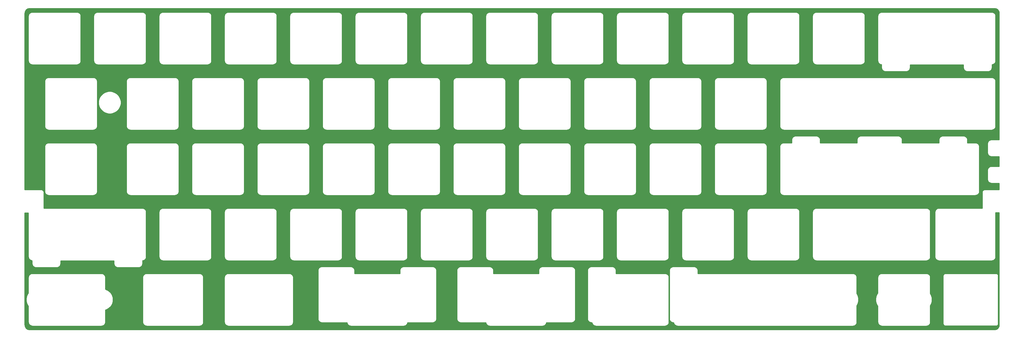
<source format=gbl>
%TF.GenerationSoftware,KiCad,Pcbnew,(5.1.6-0-10_14)*%
%TF.CreationDate,2020-08-09T11:44:03+09:00*%
%TF.ProjectId,keyplate,6b657970-6c61-4746-952e-6b696361645f,rev?*%
%TF.SameCoordinates,Original*%
%TF.FileFunction,Copper,L2,Bot*%
%TF.FilePolarity,Positive*%
%FSLAX46Y46*%
G04 Gerber Fmt 4.6, Leading zero omitted, Abs format (unit mm)*
G04 Created by KiCad (PCBNEW (5.1.6-0-10_14)) date 2020-08-09 11:44:03*
%MOMM*%
%LPD*%
G01*
G04 APERTURE LIST*
%TA.AperFunction,NonConductor*%
%ADD10C,0.254000*%
%TD*%
G04 APERTURE END LIST*
D10*
G36*
X302026242Y-16638052D02*
G01*
X302144271Y-16642591D01*
X302247621Y-16654517D01*
X302352154Y-16675566D01*
X302453450Y-16703405D01*
X302550022Y-16739795D01*
X302646097Y-16783660D01*
X302737772Y-16835404D01*
X302824956Y-16893213D01*
X302907927Y-16959304D01*
X302985669Y-17030430D01*
X303057642Y-17109121D01*
X303123829Y-17191325D01*
X303179595Y-17276117D01*
X303231882Y-17369418D01*
X303275791Y-17465351D01*
X303312334Y-17563034D01*
X303340356Y-17664523D01*
X303361728Y-17770413D01*
X303374346Y-17873926D01*
X303378814Y-17990888D01*
X303378815Y-54885509D01*
X301135813Y-54885509D01*
X301123768Y-54886690D01*
X301111685Y-54885950D01*
X301102479Y-54886351D01*
X301051402Y-54888934D01*
X301022918Y-54893189D01*
X300994140Y-54894339D01*
X300985021Y-54895668D01*
X300935413Y-54903250D01*
X300899878Y-54912301D01*
X300863711Y-54918323D01*
X300854829Y-54920779D01*
X300783719Y-54940973D01*
X300742553Y-54957150D01*
X300700463Y-54970774D01*
X300692040Y-54974513D01*
X300625652Y-55004539D01*
X300588032Y-55026203D01*
X300549093Y-55045427D01*
X300541302Y-55050348D01*
X300480485Y-55089356D01*
X300446862Y-55115887D01*
X300411566Y-55140158D01*
X300404560Y-55146145D01*
X300350166Y-55193286D01*
X300320838Y-55224207D01*
X300289528Y-55253113D01*
X300283448Y-55260037D01*
X300236328Y-55314461D01*
X300211595Y-55349411D01*
X300184614Y-55382670D01*
X300179589Y-55390395D01*
X300140594Y-55451252D01*
X300120858Y-55489902D01*
X300098695Y-55527209D01*
X300094842Y-55535580D01*
X300064823Y-55602023D01*
X300050644Y-55643881D01*
X300033916Y-55684793D01*
X300031339Y-55693641D01*
X300011147Y-55764818D01*
X300004634Y-55800879D01*
X299995104Y-55836250D01*
X299993650Y-55845350D01*
X299986069Y-55895012D01*
X299984524Y-55923726D01*
X299979880Y-55952113D01*
X299979351Y-55961313D01*
X299976768Y-56012452D01*
X299977339Y-56024522D01*
X299975992Y-56036531D01*
X299975928Y-56045746D01*
X299975928Y-58645712D01*
X299977109Y-58657757D01*
X299976369Y-58669840D01*
X299976770Y-58679047D01*
X299979353Y-58730122D01*
X299983606Y-58758596D01*
X299984756Y-58787372D01*
X299986085Y-58796490D01*
X299993666Y-58846099D01*
X300002714Y-58881623D01*
X300008736Y-58917797D01*
X300011192Y-58926679D01*
X300031384Y-58997788D01*
X300047550Y-59038928D01*
X300061166Y-59081008D01*
X300064905Y-59089431D01*
X300094924Y-59155819D01*
X300116573Y-59193422D01*
X300135783Y-59232346D01*
X300140703Y-59240138D01*
X300179698Y-59300955D01*
X300206213Y-59334568D01*
X300230461Y-59369847D01*
X300236446Y-59376854D01*
X300283566Y-59431248D01*
X300314466Y-59460569D01*
X300343353Y-59491876D01*
X300350276Y-59497958D01*
X300404670Y-59545078D01*
X300439602Y-59569812D01*
X300472846Y-59596798D01*
X300480569Y-59601826D01*
X300541386Y-59640821D01*
X300580032Y-59660569D01*
X300617334Y-59682745D01*
X300625704Y-59686600D01*
X300692093Y-59716619D01*
X300733965Y-59730817D01*
X300774888Y-59747561D01*
X300783735Y-59750140D01*
X300854845Y-59770332D01*
X300890925Y-59776858D01*
X300926326Y-59786402D01*
X300935426Y-59787858D01*
X300985034Y-59795439D01*
X301013776Y-59796990D01*
X301042189Y-59801641D01*
X301051389Y-59802170D01*
X301102466Y-59804754D01*
X301114561Y-59804183D01*
X301126598Y-59805533D01*
X301135813Y-59805597D01*
X303378814Y-59805597D01*
X303378814Y-62646601D01*
X301135813Y-62646601D01*
X301123768Y-62647782D01*
X301111685Y-62647042D01*
X301102479Y-62647443D01*
X301051402Y-62650026D01*
X301022918Y-62654281D01*
X300994140Y-62655431D01*
X300985021Y-62656760D01*
X300935413Y-62664342D01*
X300899878Y-62673393D01*
X300863711Y-62679415D01*
X300854829Y-62681871D01*
X300783719Y-62702065D01*
X300742553Y-62718242D01*
X300700463Y-62731866D01*
X300692040Y-62735605D01*
X300625652Y-62765631D01*
X300588032Y-62787295D01*
X300549093Y-62806519D01*
X300541302Y-62811440D01*
X300480485Y-62850448D01*
X300446862Y-62876979D01*
X300411566Y-62901250D01*
X300404560Y-62907237D01*
X300350166Y-62954378D01*
X300320838Y-62985299D01*
X300289528Y-63014205D01*
X300283448Y-63021129D01*
X300236328Y-63075553D01*
X300211595Y-63110503D01*
X300184614Y-63143762D01*
X300179589Y-63151487D01*
X300140594Y-63212344D01*
X300120858Y-63250994D01*
X300098695Y-63288301D01*
X300094842Y-63296672D01*
X300064823Y-63363115D01*
X300050644Y-63404973D01*
X300033916Y-63445885D01*
X300031339Y-63454733D01*
X300011147Y-63525910D01*
X300004634Y-63561971D01*
X299995104Y-63597342D01*
X299993650Y-63606442D01*
X299986069Y-63656104D01*
X299984524Y-63684818D01*
X299979880Y-63713205D01*
X299979351Y-63722405D01*
X299976768Y-63773544D01*
X299977339Y-63785614D01*
X299975992Y-63797623D01*
X299975928Y-63806838D01*
X299975928Y-66406804D01*
X299977109Y-66418849D01*
X299976369Y-66430932D01*
X299976770Y-66440139D01*
X299979353Y-66491214D01*
X299983606Y-66519688D01*
X299984756Y-66548464D01*
X299986085Y-66557582D01*
X299993666Y-66607191D01*
X300002716Y-66642723D01*
X300008737Y-66678891D01*
X300011193Y-66687773D01*
X300031384Y-66758882D01*
X300047553Y-66800029D01*
X300061166Y-66842099D01*
X300064905Y-66850522D01*
X300094924Y-66916910D01*
X300116573Y-66954513D01*
X300135783Y-66993437D01*
X300140703Y-67001229D01*
X300179698Y-67062046D01*
X300206213Y-67095659D01*
X300230457Y-67130933D01*
X300236442Y-67137940D01*
X300283562Y-67192335D01*
X300314459Y-67221654D01*
X300343353Y-67252968D01*
X300350276Y-67259050D01*
X300404670Y-67306170D01*
X300439602Y-67330904D01*
X300472846Y-67357890D01*
X300480569Y-67362918D01*
X300541386Y-67401913D01*
X300580032Y-67421661D01*
X300617334Y-67443837D01*
X300625704Y-67447692D01*
X300692093Y-67477711D01*
X300733965Y-67491909D01*
X300774888Y-67508653D01*
X300783735Y-67511232D01*
X300854845Y-67531424D01*
X300890925Y-67537950D01*
X300926326Y-67547494D01*
X300935426Y-67548950D01*
X300985034Y-67556531D01*
X301013776Y-67558082D01*
X301042189Y-67562733D01*
X301051389Y-67563262D01*
X301102466Y-67565846D01*
X301114561Y-67565275D01*
X301126598Y-67566625D01*
X301135813Y-67566689D01*
X303378814Y-67566689D01*
X303378814Y-69480947D01*
X299101312Y-69480947D01*
X299068893Y-69477754D01*
X298939510Y-69490497D01*
X298815100Y-69528237D01*
X298700443Y-69589522D01*
X298599945Y-69671999D01*
X298517468Y-69772498D01*
X298456183Y-69887155D01*
X298418443Y-70011565D01*
X298408893Y-70108529D01*
X298408894Y-74839981D01*
X285786174Y-74839981D01*
X285769334Y-74841640D01*
X285734036Y-74843448D01*
X285701675Y-74848303D01*
X285689483Y-74849504D01*
X285659713Y-74851495D01*
X285650633Y-74853068D01*
X285577147Y-74866325D01*
X285533881Y-74878590D01*
X285489966Y-74888274D01*
X285481224Y-74891188D01*
X285411750Y-74914889D01*
X285371832Y-74933028D01*
X285330845Y-74948640D01*
X285322624Y-74952803D01*
X285258037Y-74986071D01*
X285222004Y-75009339D01*
X285184526Y-75030200D01*
X285176986Y-75035499D01*
X285118166Y-75077457D01*
X285086299Y-75105257D01*
X285052619Y-75130864D01*
X285045907Y-75137178D01*
X284993728Y-75186947D01*
X284966168Y-75218927D01*
X284936508Y-75248980D01*
X284930756Y-75256180D01*
X284886097Y-75312885D01*
X284863110Y-75348798D01*
X284837790Y-75383118D01*
X284833125Y-75391065D01*
X284796863Y-75453828D01*
X284778881Y-75493436D01*
X284758418Y-75531819D01*
X284754956Y-75540359D01*
X284727968Y-75608302D01*
X284715628Y-75651156D01*
X284700726Y-75693196D01*
X284698573Y-75702156D01*
X284681737Y-75774402D01*
X284676875Y-75811246D01*
X284668976Y-75847573D01*
X284667971Y-75856734D01*
X284662821Y-75906856D01*
X284662729Y-75926621D01*
X284662403Y-75929928D01*
X284659882Y-75948166D01*
X284659581Y-75957376D01*
X284659539Y-75959010D01*
X284658708Y-75967448D01*
X284658709Y-89032466D01*
X284660365Y-89049284D01*
X284662175Y-89084604D01*
X284667033Y-89116980D01*
X284668229Y-89129128D01*
X284670222Y-89158926D01*
X284671795Y-89168006D01*
X284685052Y-89241491D01*
X284697312Y-89284740D01*
X284707000Y-89328672D01*
X284709915Y-89337414D01*
X284733616Y-89406889D01*
X284751755Y-89446807D01*
X284767367Y-89487794D01*
X284771530Y-89496015D01*
X284804797Y-89560602D01*
X284828072Y-89596645D01*
X284848927Y-89634113D01*
X284854226Y-89641652D01*
X284896184Y-89700473D01*
X284923984Y-89732340D01*
X284949591Y-89766020D01*
X284955905Y-89772732D01*
X285005673Y-89824911D01*
X285037658Y-89852475D01*
X285067707Y-89882131D01*
X285074907Y-89887883D01*
X285131612Y-89932542D01*
X285167525Y-89955529D01*
X285201845Y-89980849D01*
X285209792Y-89985514D01*
X285272555Y-90021776D01*
X285312157Y-90039755D01*
X285350546Y-90060222D01*
X285359086Y-90063683D01*
X285427030Y-90090671D01*
X285469880Y-90103010D01*
X285511923Y-90117913D01*
X285520883Y-90120066D01*
X285593129Y-90136902D01*
X285629973Y-90141764D01*
X285666300Y-90149663D01*
X285675461Y-90150668D01*
X285725583Y-90155818D01*
X285745336Y-90155910D01*
X285748636Y-90156235D01*
X285766867Y-90158756D01*
X285776077Y-90159057D01*
X285777718Y-90159099D01*
X285786174Y-90159932D01*
X301232085Y-90159932D01*
X301248898Y-90158276D01*
X301284256Y-90156466D01*
X301313027Y-90152150D01*
X301342099Y-90150944D01*
X301351216Y-90149601D01*
X301400663Y-90141967D01*
X301436361Y-90132817D01*
X301472712Y-90126686D01*
X301481589Y-90124211D01*
X301552566Y-90103894D01*
X301593666Y-90087643D01*
X301635705Y-90073943D01*
X301644120Y-90070187D01*
X301710488Y-90040010D01*
X301747859Y-90018389D01*
X301786551Y-89999226D01*
X301794335Y-89994295D01*
X301855217Y-89955137D01*
X301888512Y-89928796D01*
X301923495Y-89904734D01*
X301930500Y-89898746D01*
X301985021Y-89851483D01*
X302014064Y-89820856D01*
X302045114Y-89792252D01*
X302051202Y-89785334D01*
X302098484Y-89730844D01*
X302123050Y-89696211D01*
X302149881Y-89663283D01*
X302154923Y-89655569D01*
X302194094Y-89594728D01*
X302213817Y-89556309D01*
X302235986Y-89519228D01*
X302239862Y-89510868D01*
X302270046Y-89444554D01*
X302284357Y-89402693D01*
X302301208Y-89361789D01*
X302303808Y-89352949D01*
X302324128Y-89282040D01*
X302332304Y-89237448D01*
X302343055Y-89193400D01*
X302344292Y-89184268D01*
X302353873Y-89109640D01*
X302354560Y-89086719D01*
X302356206Y-89070004D01*
X302358727Y-89051773D01*
X302359028Y-89042563D01*
X302359070Y-89040922D01*
X302359903Y-89032466D01*
X302359903Y-76159981D01*
X303378814Y-76159981D01*
X303378814Y-108892044D01*
X303374367Y-109007149D01*
X303361727Y-109110610D01*
X303340358Y-109216729D01*
X303312195Y-109318493D01*
X303275688Y-109416781D01*
X303232338Y-109511021D01*
X303179792Y-109604542D01*
X303123070Y-109690788D01*
X303056399Y-109774305D01*
X302986782Y-109850652D01*
X302909648Y-109920283D01*
X302824473Y-109988131D01*
X302737773Y-110045852D01*
X302646685Y-110097031D01*
X302548119Y-110142033D01*
X302451434Y-110179166D01*
X302354264Y-110205871D01*
X302249801Y-110226190D01*
X302144266Y-110238367D01*
X302026228Y-110242907D01*
X20681465Y-110245024D01*
X20562353Y-110238867D01*
X20452487Y-110226190D01*
X20348598Y-110205983D01*
X20251697Y-110179166D01*
X20153427Y-110141696D01*
X20055604Y-110097032D01*
X19964516Y-110045854D01*
X19877807Y-109988127D01*
X19792636Y-109920282D01*
X19715504Y-109850652D01*
X19647054Y-109775584D01*
X19580068Y-109690769D01*
X19521582Y-109602922D01*
X19469948Y-109511022D01*
X19426597Y-109416780D01*
X19390093Y-109318500D01*
X19361931Y-109216739D01*
X19340994Y-109112771D01*
X19328805Y-109007133D01*
X19323472Y-108889795D01*
X19323472Y-101511294D01*
X19693274Y-101511294D01*
X19693319Y-101520509D01*
X19694034Y-101580862D01*
X19694388Y-101584083D01*
X19694142Y-101587313D01*
X19694406Y-101596524D01*
X19696542Y-101656526D01*
X19696972Y-101659729D01*
X19696802Y-101662964D01*
X19697284Y-101672166D01*
X19700825Y-101731801D01*
X19701328Y-101734980D01*
X19701236Y-101738195D01*
X19701936Y-101747384D01*
X19706864Y-101806637D01*
X19707442Y-101809802D01*
X19707426Y-101813024D01*
X19708343Y-101822193D01*
X19714644Y-101881047D01*
X19715294Y-101884181D01*
X19715353Y-101887377D01*
X19716486Y-101896522D01*
X19724142Y-101954960D01*
X19724862Y-101958065D01*
X19724997Y-101961255D01*
X19726346Y-101970371D01*
X19735342Y-102028379D01*
X19736134Y-102031458D01*
X19736342Y-102034627D01*
X19737905Y-102043709D01*
X19748225Y-102101269D01*
X19749081Y-102104300D01*
X19749362Y-102107446D01*
X19751138Y-102116489D01*
X19762765Y-102173587D01*
X19763688Y-102176587D01*
X19764041Y-102179704D01*
X19766028Y-102188703D01*
X19778946Y-102245322D01*
X19779936Y-102248290D01*
X19780360Y-102251386D01*
X19782557Y-102260336D01*
X19796751Y-102316459D01*
X19797799Y-102319370D01*
X19798290Y-102322428D01*
X19800696Y-102331324D01*
X19816148Y-102386936D01*
X19817258Y-102389808D01*
X19817817Y-102392837D01*
X19820428Y-102401675D01*
X19837123Y-102456760D01*
X19838293Y-102459589D01*
X19838919Y-102462590D01*
X19841735Y-102471364D01*
X19859657Y-102525906D01*
X19860879Y-102528679D01*
X19861569Y-102531639D01*
X19864587Y-102540346D01*
X19883719Y-102594329D01*
X19884999Y-102597060D01*
X19885753Y-102599988D01*
X19888971Y-102608623D01*
X19909298Y-102662031D01*
X19910632Y-102664713D01*
X19911444Y-102667593D01*
X19914859Y-102676152D01*
X19936364Y-102728968D01*
X19937750Y-102731602D01*
X19938623Y-102734445D01*
X19942234Y-102742924D01*
X19964901Y-102795132D01*
X19966334Y-102797710D01*
X19967266Y-102800515D01*
X19971070Y-102808908D01*
X19994883Y-102860494D01*
X19996364Y-102863020D01*
X19997353Y-102865785D01*
X20001348Y-102874090D01*
X20026291Y-102925037D01*
X20027816Y-102927508D01*
X20028859Y-102930226D01*
X20033041Y-102938437D01*
X20059097Y-102988729D01*
X20060674Y-102991158D01*
X20061771Y-102993835D01*
X20066138Y-103001949D01*
X20093292Y-103051571D01*
X20094914Y-103053950D01*
X20096066Y-103056588D01*
X20100616Y-103064601D01*
X20128852Y-103113534D01*
X20130508Y-103115848D01*
X20131708Y-103118436D01*
X20136438Y-103126345D01*
X20165738Y-103174575D01*
X20167441Y-103176844D01*
X20168693Y-103179393D01*
X20173600Y-103187193D01*
X20203949Y-103234704D01*
X20205697Y-103236928D01*
X20207004Y-103239443D01*
X20212085Y-103247131D01*
X20243468Y-103293907D01*
X20245249Y-103296071D01*
X20246599Y-103298532D01*
X20251852Y-103306104D01*
X20284250Y-103352128D01*
X20286076Y-103354248D01*
X20287475Y-103356668D01*
X20292895Y-103364120D01*
X20326294Y-103409376D01*
X20328158Y-103411445D01*
X20329608Y-103413828D01*
X20335194Y-103421157D01*
X20340619Y-103428174D01*
X20340620Y-108082419D01*
X20342276Y-108099237D01*
X20344086Y-108134557D01*
X20348944Y-108166933D01*
X20350140Y-108179081D01*
X20352133Y-108208879D01*
X20353706Y-108217959D01*
X20366963Y-108291444D01*
X20379224Y-108334699D01*
X20388912Y-108378628D01*
X20391827Y-108387370D01*
X20415528Y-108456845D01*
X20433669Y-108496768D01*
X20449278Y-108537746D01*
X20453441Y-108545967D01*
X20486708Y-108610554D01*
X20509980Y-108646592D01*
X20530835Y-108684061D01*
X20536134Y-108691600D01*
X20578092Y-108750422D01*
X20605894Y-108782291D01*
X20631502Y-108815973D01*
X20637816Y-108822685D01*
X20687584Y-108874864D01*
X20719569Y-108902428D01*
X20749618Y-108932084D01*
X20756818Y-108937836D01*
X20813523Y-108982495D01*
X20849436Y-109005482D01*
X20883756Y-109030802D01*
X20891703Y-109035467D01*
X20954466Y-109071729D01*
X20994068Y-109089708D01*
X21032457Y-109110175D01*
X21040997Y-109113636D01*
X21108941Y-109140624D01*
X21151791Y-109152963D01*
X21193834Y-109167866D01*
X21202794Y-109170019D01*
X21275040Y-109186855D01*
X21311884Y-109191717D01*
X21348211Y-109199616D01*
X21357372Y-109200621D01*
X21407494Y-109205771D01*
X21427247Y-109205863D01*
X21430547Y-109206188D01*
X21448778Y-109208709D01*
X21457988Y-109209010D01*
X21459629Y-109209052D01*
X21468085Y-109209885D01*
X41676483Y-109209885D01*
X41693296Y-109208229D01*
X41728654Y-109206419D01*
X41757425Y-109202103D01*
X41786497Y-109200897D01*
X41795614Y-109199554D01*
X41845061Y-109191920D01*
X41880763Y-109182769D01*
X41917116Y-109176637D01*
X41925993Y-109174163D01*
X41996971Y-109153845D01*
X42038079Y-109137590D01*
X42080100Y-109123896D01*
X42088515Y-109120141D01*
X42154882Y-109089965D01*
X42192255Y-109068343D01*
X42230951Y-109049178D01*
X42238736Y-109044246D01*
X42299618Y-109005088D01*
X42332913Y-108978746D01*
X42367899Y-108954682D01*
X42374904Y-108948694D01*
X42429423Y-108901431D01*
X42458457Y-108870812D01*
X42489507Y-108842210D01*
X42495595Y-108835292D01*
X42542879Y-108780801D01*
X42567450Y-108746161D01*
X42594277Y-108713239D01*
X42599320Y-108705525D01*
X42638490Y-108644686D01*
X42658215Y-108606263D01*
X42680385Y-108569181D01*
X42684261Y-108560821D01*
X42714445Y-108494507D01*
X42728756Y-108452646D01*
X42745607Y-108411742D01*
X42748207Y-108402902D01*
X42768527Y-108331993D01*
X42776703Y-108287401D01*
X42787454Y-108243353D01*
X42788691Y-108234221D01*
X42798272Y-108159593D01*
X42798959Y-108136672D01*
X42800605Y-108119957D01*
X42803126Y-108101726D01*
X42803427Y-108092516D01*
X42803469Y-108090875D01*
X42804302Y-108082419D01*
X42804302Y-104541885D01*
X42804978Y-104541675D01*
X42915170Y-104506658D01*
X42925075Y-104502407D01*
X42935536Y-104499819D01*
X42944201Y-104496683D01*
X43052127Y-104456772D01*
X43061737Y-104452107D01*
X43071984Y-104449063D01*
X43080495Y-104445529D01*
X43186024Y-104400857D01*
X43195341Y-104395789D01*
X43205363Y-104392303D01*
X43213702Y-104388383D01*
X43316702Y-104339079D01*
X43325703Y-104333632D01*
X43335474Y-104329724D01*
X43343625Y-104325426D01*
X43443967Y-104271623D01*
X43452651Y-104265809D01*
X43462165Y-104261492D01*
X43470112Y-104256828D01*
X43567662Y-104198656D01*
X43576016Y-104192495D01*
X43585268Y-104187780D01*
X43592996Y-104182761D01*
X43687623Y-104120354D01*
X43695652Y-104113851D01*
X43704634Y-104108750D01*
X43712128Y-104103386D01*
X43803701Y-104036872D01*
X43811389Y-104030048D01*
X43820091Y-104024574D01*
X43827336Y-104018879D01*
X43915723Y-103948392D01*
X43923072Y-103941252D01*
X43931494Y-103935411D01*
X43938475Y-103929396D01*
X44023546Y-103855066D01*
X44030558Y-103847614D01*
X44038698Y-103841409D01*
X44045403Y-103835087D01*
X44127023Y-103757045D01*
X44133683Y-103749297D01*
X44141529Y-103742741D01*
X44147944Y-103736125D01*
X44225986Y-103654503D01*
X44232301Y-103646454D01*
X44239847Y-103639550D01*
X44245959Y-103632653D01*
X44320290Y-103547582D01*
X44326248Y-103539243D01*
X44333496Y-103531988D01*
X44339291Y-103524823D01*
X44409778Y-103436435D01*
X44415374Y-103427809D01*
X44422306Y-103420215D01*
X44427773Y-103412797D01*
X44494287Y-103321222D01*
X44499513Y-103312311D01*
X44506129Y-103304372D01*
X44511256Y-103296715D01*
X44573663Y-103202085D01*
X44578505Y-103192903D01*
X44584784Y-103184633D01*
X44589558Y-103176751D01*
X44647729Y-103079198D01*
X44652180Y-103069742D01*
X44658119Y-103061133D01*
X44662530Y-103053042D01*
X44716331Y-102952697D01*
X44720376Y-102942979D01*
X44725949Y-102934052D01*
X44729986Y-102925767D01*
X44779288Y-102822760D01*
X44782912Y-102812792D01*
X44788110Y-102803544D01*
X44791761Y-102795083D01*
X44836431Y-102689547D01*
X44839618Y-102679340D01*
X44844420Y-102669789D01*
X44847676Y-102661168D01*
X44887583Y-102553234D01*
X44890315Y-102542812D01*
X44894705Y-102532965D01*
X44897556Y-102524202D01*
X44932569Y-102414002D01*
X44934833Y-102403373D01*
X44938789Y-102393251D01*
X44941227Y-102384365D01*
X44971213Y-102272028D01*
X44972989Y-102261235D01*
X44976490Y-102250864D01*
X44978508Y-102241872D01*
X45003338Y-102127530D01*
X45004614Y-102116585D01*
X45007643Y-102105984D01*
X45009234Y-102096907D01*
X45028774Y-101980693D01*
X45029536Y-101969640D01*
X45032072Y-101958851D01*
X45033231Y-101949709D01*
X45047352Y-101831753D01*
X45047590Y-101820615D01*
X45049620Y-101809663D01*
X45050343Y-101800476D01*
X45058911Y-101680910D01*
X45058618Y-101669747D01*
X45060128Y-101658678D01*
X45060411Y-101649467D01*
X45063297Y-101528423D01*
X45062473Y-101517295D01*
X45063453Y-101506173D01*
X45063297Y-101496959D01*
X45060411Y-101375914D01*
X45059057Y-101364834D01*
X45059506Y-101353667D01*
X45058911Y-101344471D01*
X45050343Y-101224905D01*
X45048467Y-101213928D01*
X45048384Y-101202785D01*
X45047352Y-101193628D01*
X45033231Y-101075672D01*
X45030847Y-101064852D01*
X45030239Y-101053786D01*
X45028774Y-101044688D01*
X45009234Y-100928474D01*
X45006355Y-100917837D01*
X45005231Y-100906869D01*
X45003338Y-100897851D01*
X44978508Y-100783509D01*
X44975154Y-100773096D01*
X44973528Y-100762273D01*
X44971213Y-100753353D01*
X44941227Y-100641016D01*
X44937414Y-100630842D01*
X44935298Y-100620181D01*
X44932569Y-100611379D01*
X44897556Y-100501179D01*
X44893307Y-100491279D01*
X44890719Y-100480812D01*
X44887583Y-100472147D01*
X44847676Y-100364213D01*
X44843009Y-100354598D01*
X44839964Y-100344345D01*
X44836431Y-100335834D01*
X44791761Y-100230298D01*
X44786692Y-100220979D01*
X44783208Y-100210960D01*
X44779288Y-100202621D01*
X44729986Y-100099614D01*
X44724538Y-100090611D01*
X44720629Y-100080836D01*
X44716331Y-100072684D01*
X44662530Y-99972339D01*
X44656715Y-99963652D01*
X44652394Y-99954130D01*
X44647729Y-99946183D01*
X44589558Y-99848630D01*
X44583399Y-99840279D01*
X44578683Y-99831024D01*
X44573663Y-99823296D01*
X44511256Y-99728666D01*
X44504754Y-99720638D01*
X44499651Y-99711652D01*
X44494287Y-99704159D01*
X44427773Y-99612584D01*
X44420950Y-99604897D01*
X44415473Y-99596190D01*
X44409778Y-99588946D01*
X44339291Y-99500558D01*
X44332149Y-99493206D01*
X44326305Y-99484781D01*
X44320290Y-99477799D01*
X44245959Y-99392728D01*
X44238510Y-99385719D01*
X44232308Y-99377583D01*
X44225986Y-99370878D01*
X44147944Y-99289256D01*
X44140193Y-99282593D01*
X44133640Y-99274751D01*
X44127023Y-99268336D01*
X44045403Y-99190294D01*
X44037352Y-99183978D01*
X44030444Y-99176427D01*
X44023546Y-99170315D01*
X43938475Y-99095985D01*
X43930140Y-99090030D01*
X43922888Y-99082785D01*
X43915723Y-99076989D01*
X43827336Y-99006502D01*
X43818712Y-99000908D01*
X43811119Y-98993976D01*
X43803701Y-98988509D01*
X43712128Y-98921995D01*
X43703218Y-98916769D01*
X43695280Y-98910154D01*
X43687623Y-98905027D01*
X43592996Y-98842620D01*
X43583813Y-98837777D01*
X43575544Y-98831499D01*
X43567662Y-98826725D01*
X43470112Y-98768553D01*
X43460661Y-98764104D01*
X43452058Y-98758169D01*
X43443967Y-98753758D01*
X43343625Y-98699955D01*
X43333910Y-98695911D01*
X43324986Y-98690339D01*
X43316702Y-98686302D01*
X43213702Y-98636998D01*
X43203731Y-98633373D01*
X43194485Y-98628175D01*
X43186024Y-98624524D01*
X43080495Y-98579852D01*
X43070297Y-98576667D01*
X43060747Y-98571865D01*
X43052127Y-98568609D01*
X42944201Y-98528698D01*
X42933779Y-98525965D01*
X42923933Y-98521575D01*
X42915170Y-98518723D01*
X42804978Y-98483706D01*
X42804302Y-98483562D01*
X42804302Y-95017400D01*
X53678036Y-95017400D01*
X53678037Y-108082419D01*
X53679693Y-108099237D01*
X53681503Y-108134557D01*
X53686361Y-108166933D01*
X53687557Y-108179081D01*
X53689550Y-108208879D01*
X53691123Y-108217959D01*
X53704380Y-108291444D01*
X53716641Y-108334699D01*
X53726329Y-108378628D01*
X53729244Y-108387370D01*
X53752945Y-108456845D01*
X53771086Y-108496768D01*
X53786695Y-108537746D01*
X53790858Y-108545967D01*
X53824125Y-108610554D01*
X53847391Y-108646583D01*
X53868247Y-108684055D01*
X53873546Y-108691594D01*
X53915503Y-108750416D01*
X53943315Y-108782298D01*
X53968922Y-108815977D01*
X53975236Y-108822690D01*
X54025006Y-108874869D01*
X54056987Y-108902429D01*
X54087035Y-108932084D01*
X54094235Y-108937836D01*
X54150940Y-108982495D01*
X54186853Y-109005482D01*
X54221169Y-109030799D01*
X54229116Y-109035465D01*
X54291878Y-109071727D01*
X54331481Y-109089707D01*
X54369873Y-109110175D01*
X54378413Y-109113636D01*
X54446357Y-109140624D01*
X54489207Y-109152963D01*
X54531250Y-109167866D01*
X54540210Y-109170019D01*
X54612456Y-109186855D01*
X54649300Y-109191717D01*
X54685627Y-109199616D01*
X54694788Y-109200621D01*
X54744910Y-109205771D01*
X54764663Y-109205863D01*
X54767963Y-109206188D01*
X54786194Y-109208709D01*
X54795404Y-109209010D01*
X54797045Y-109209052D01*
X54805501Y-109209885D01*
X70251412Y-109209885D01*
X70268225Y-109208229D01*
X70303583Y-109206419D01*
X70332354Y-109202103D01*
X70361426Y-109200897D01*
X70370543Y-109199554D01*
X70419990Y-109191920D01*
X70455692Y-109182769D01*
X70492045Y-109176637D01*
X70500922Y-109174163D01*
X70571900Y-109153845D01*
X70613008Y-109137590D01*
X70655029Y-109123896D01*
X70663444Y-109120141D01*
X70729811Y-109089965D01*
X70767184Y-109068343D01*
X70805880Y-109049178D01*
X70813665Y-109044246D01*
X70874547Y-109005088D01*
X70907842Y-108978746D01*
X70942828Y-108954682D01*
X70949833Y-108948694D01*
X71004352Y-108901431D01*
X71033386Y-108870812D01*
X71064436Y-108842210D01*
X71070524Y-108835292D01*
X71117808Y-108780801D01*
X71142379Y-108746161D01*
X71169206Y-108713239D01*
X71174249Y-108705525D01*
X71213419Y-108644686D01*
X71233144Y-108606263D01*
X71255314Y-108569181D01*
X71259190Y-108560821D01*
X71289374Y-108494507D01*
X71303685Y-108452646D01*
X71320536Y-108411742D01*
X71323136Y-108402902D01*
X71343456Y-108331993D01*
X71351632Y-108287401D01*
X71362383Y-108243353D01*
X71363620Y-108234221D01*
X71373201Y-108159593D01*
X71373888Y-108136672D01*
X71375534Y-108119957D01*
X71378055Y-108101726D01*
X71378356Y-108092516D01*
X71378398Y-108090875D01*
X71379231Y-108082419D01*
X71379231Y-95017400D01*
X77490476Y-95017400D01*
X77490477Y-108082419D01*
X77492133Y-108099237D01*
X77493943Y-108134557D01*
X77498801Y-108166933D01*
X77499997Y-108179081D01*
X77501990Y-108208879D01*
X77503563Y-108217959D01*
X77516820Y-108291444D01*
X77529081Y-108334699D01*
X77538769Y-108378628D01*
X77541684Y-108387370D01*
X77565385Y-108456845D01*
X77583526Y-108496768D01*
X77599135Y-108537746D01*
X77603298Y-108545967D01*
X77636565Y-108610554D01*
X77659837Y-108646592D01*
X77680692Y-108684061D01*
X77685991Y-108691600D01*
X77727949Y-108750422D01*
X77755751Y-108782291D01*
X77781359Y-108815973D01*
X77787673Y-108822685D01*
X77837441Y-108874864D01*
X77869426Y-108902428D01*
X77899475Y-108932084D01*
X77906675Y-108937836D01*
X77963380Y-108982495D01*
X77999293Y-109005482D01*
X78033613Y-109030802D01*
X78041560Y-109035467D01*
X78104323Y-109071729D01*
X78143925Y-109089708D01*
X78182314Y-109110175D01*
X78190854Y-109113636D01*
X78258798Y-109140624D01*
X78301648Y-109152963D01*
X78343691Y-109167866D01*
X78352651Y-109170019D01*
X78424897Y-109186855D01*
X78461741Y-109191717D01*
X78498068Y-109199616D01*
X78507229Y-109200621D01*
X78557351Y-109205771D01*
X78577104Y-109205863D01*
X78580404Y-109206188D01*
X78598635Y-109208709D01*
X78607845Y-109209010D01*
X78609486Y-109209052D01*
X78617942Y-109209885D01*
X96445097Y-109209885D01*
X96461910Y-109208229D01*
X96497268Y-109206419D01*
X96526039Y-109202103D01*
X96555111Y-109200897D01*
X96564228Y-109199554D01*
X96613675Y-109191920D01*
X96649384Y-109182767D01*
X96685732Y-109176636D01*
X96694609Y-109174162D01*
X96765586Y-109153844D01*
X96806684Y-109137593D01*
X96848709Y-109123898D01*
X96857124Y-109120142D01*
X96923492Y-109089966D01*
X96960862Y-109068346D01*
X96999569Y-109049175D01*
X97007354Y-109044244D01*
X97068235Y-109005085D01*
X97101525Y-108978747D01*
X97136507Y-108954686D01*
X97143512Y-108948698D01*
X97198033Y-108901435D01*
X97227076Y-108870808D01*
X97258126Y-108842204D01*
X97264214Y-108835286D01*
X97311496Y-108780796D01*
X97336062Y-108746163D01*
X97362890Y-108713239D01*
X97367933Y-108705525D01*
X97407103Y-108644686D01*
X97426828Y-108606263D01*
X97448998Y-108569181D01*
X97452874Y-108560821D01*
X97483058Y-108494507D01*
X97497369Y-108452646D01*
X97514220Y-108411742D01*
X97516820Y-108402902D01*
X97537140Y-108331993D01*
X97545316Y-108287401D01*
X97556067Y-108243353D01*
X97557304Y-108234221D01*
X97566885Y-108159593D01*
X97567572Y-108136672D01*
X97569218Y-108119957D01*
X97571739Y-108101726D01*
X97572040Y-108092516D01*
X97572082Y-108090875D01*
X97572915Y-108082419D01*
X97572915Y-107066533D01*
X104770481Y-107066533D01*
X104771067Y-107074404D01*
X104771067Y-107082296D01*
X104773470Y-107106693D01*
X104775692Y-107136554D01*
X104774582Y-107163276D01*
X104780505Y-107201225D01*
X104780938Y-107207039D01*
X104785507Y-107233270D01*
X104789608Y-107259543D01*
X104791066Y-107265181D01*
X104797658Y-107303027D01*
X104807301Y-107327976D01*
X104811489Y-107344175D01*
X104814607Y-107368134D01*
X104827721Y-107406956D01*
X104829826Y-107415099D01*
X104838100Y-107437683D01*
X104845788Y-107460443D01*
X104849244Y-107468100D01*
X104863343Y-107506585D01*
X104875923Y-107527218D01*
X104903504Y-107588333D01*
X104952094Y-107672785D01*
X104960536Y-107682441D01*
X104975761Y-107702463D01*
X104991234Y-107727988D01*
X104996809Y-107735325D01*
X105008146Y-107750034D01*
X105010164Y-107753809D01*
X105024837Y-107771688D01*
X105028947Y-107777021D01*
X105031044Y-107779253D01*
X105047250Y-107798999D01*
X105050057Y-107803019D01*
X105056095Y-107809981D01*
X105058588Y-107812815D01*
X105071974Y-107829127D01*
X105151686Y-107908842D01*
X105176727Y-107929393D01*
X105176863Y-107929506D01*
X105179295Y-107931501D01*
X105227002Y-107970654D01*
X105237204Y-107976107D01*
X105243925Y-107980601D01*
X105267868Y-108000391D01*
X105275546Y-108005487D01*
X105320266Y-108034724D01*
X105347477Y-108048935D01*
X105373098Y-108065861D01*
X105381276Y-108070108D01*
X105413944Y-108086789D01*
X105434177Y-108099925D01*
X105475888Y-108116559D01*
X105479179Y-108118598D01*
X105480205Y-108118982D01*
X105481138Y-108119556D01*
X105513273Y-108131468D01*
X105524679Y-108136017D01*
X105528601Y-108137150D01*
X105541113Y-108141788D01*
X105570425Y-108152764D01*
X105571474Y-108153043D01*
X105572496Y-108153422D01*
X105602843Y-108161392D01*
X105626749Y-108167754D01*
X105640881Y-108173817D01*
X105657733Y-108177389D01*
X105661174Y-108178777D01*
X105668778Y-108180215D01*
X105685857Y-108185396D01*
X105699277Y-108186718D01*
X105705058Y-108188236D01*
X105720713Y-108190741D01*
X105736196Y-108194023D01*
X105739981Y-108194444D01*
X105744693Y-108195386D01*
X105784666Y-108203502D01*
X105800874Y-108203566D01*
X105801267Y-108203629D01*
X105802739Y-108203573D01*
X105820660Y-108203644D01*
X105856490Y-108206944D01*
X105862683Y-108206294D01*
X105869312Y-108206884D01*
X105898532Y-108209762D01*
X105901656Y-108209762D01*
X105904747Y-108210037D01*
X105933933Y-108209762D01*
X113219905Y-108209762D01*
X113221760Y-108225015D01*
X113224529Y-108237445D01*
X113225825Y-108245500D01*
X113226192Y-108256284D01*
X113230552Y-108274877D01*
X113231727Y-108282177D01*
X113233183Y-108286093D01*
X113236883Y-108301870D01*
X113237751Y-108306773D01*
X113238442Y-108313791D01*
X113242864Y-108328368D01*
X113244284Y-108333432D01*
X113248438Y-108351144D01*
X113251286Y-108359500D01*
X113252549Y-108365498D01*
X113259107Y-108386280D01*
X113264990Y-108407256D01*
X113267740Y-108414313D01*
X113268350Y-108417836D01*
X113272296Y-108428076D01*
X113281869Y-108458415D01*
X113287821Y-108469257D01*
X113290820Y-108478369D01*
X113297472Y-108493419D01*
X113303381Y-108508754D01*
X113310569Y-108523048D01*
X113330211Y-108567485D01*
X113339719Y-108581015D01*
X113363555Y-108628416D01*
X113415649Y-108710753D01*
X113425285Y-108720882D01*
X113435649Y-108733551D01*
X113441783Y-108743079D01*
X113448292Y-108755032D01*
X113510685Y-108829867D01*
X113543946Y-108862616D01*
X113552863Y-108874552D01*
X113590183Y-108908141D01*
X113602748Y-108920512D01*
X113614270Y-108929819D01*
X113625284Y-108939732D01*
X113639489Y-108950190D01*
X113678542Y-108981737D01*
X113682354Y-108983737D01*
X113685175Y-108986569D01*
X113727192Y-109014763D01*
X113741701Y-109025446D01*
X113754097Y-109032817D01*
X113766081Y-109040859D01*
X113781963Y-109049389D01*
X113825446Y-109075246D01*
X113826328Y-109075558D01*
X113831048Y-109078958D01*
X113870677Y-109097031D01*
X113880353Y-109102228D01*
X113900165Y-109110480D01*
X113919697Y-109119388D01*
X113930091Y-109122945D01*
X113970296Y-109139691D01*
X113991451Y-109143942D01*
X114011233Y-109150712D01*
X114039625Y-109163797D01*
X114072584Y-109171706D01*
X114073823Y-109172130D01*
X114104056Y-109179258D01*
X114134368Y-109186532D01*
X114135670Y-109186712D01*
X114168655Y-109194489D01*
X114195135Y-109195421D01*
X114196216Y-109195782D01*
X114256958Y-109203474D01*
X114285378Y-109207402D01*
X114289136Y-109207549D01*
X114292877Y-109208023D01*
X114321586Y-109208821D01*
X114328579Y-109209095D01*
X114336602Y-109209885D01*
X114348744Y-109209885D01*
X114382736Y-109211217D01*
X114390260Y-109210024D01*
X114392238Y-109209885D01*
X129782513Y-109209885D01*
X129799326Y-109208229D01*
X129834684Y-109206419D01*
X129863455Y-109202103D01*
X129892527Y-109200897D01*
X129901644Y-109199554D01*
X129951091Y-109191920D01*
X129986793Y-109182769D01*
X130023146Y-109176637D01*
X130032023Y-109174163D01*
X130103001Y-109153845D01*
X130144109Y-109137590D01*
X130186130Y-109123896D01*
X130194545Y-109120141D01*
X130260912Y-109089965D01*
X130298285Y-109068343D01*
X130336981Y-109049178D01*
X130344766Y-109044246D01*
X130405648Y-109005088D01*
X130438943Y-108978746D01*
X130473929Y-108954682D01*
X130480934Y-108948694D01*
X130535453Y-108901431D01*
X130564487Y-108870812D01*
X130595537Y-108842210D01*
X130601625Y-108835292D01*
X130648909Y-108780801D01*
X130673480Y-108746161D01*
X130700307Y-108713239D01*
X130705350Y-108705525D01*
X130744520Y-108644686D01*
X130764245Y-108606263D01*
X130786415Y-108569181D01*
X130790291Y-108560821D01*
X130820475Y-108494507D01*
X130834786Y-108452646D01*
X130851637Y-108411742D01*
X130854237Y-108402902D01*
X130874557Y-108331993D01*
X130882733Y-108287401D01*
X130893484Y-108243353D01*
X130894721Y-108234221D01*
X130897861Y-108209762D01*
X138220584Y-108209762D01*
X138237383Y-108208107D01*
X138272702Y-108206302D01*
X138301441Y-108201993D01*
X138330487Y-108200793D01*
X138339604Y-108199452D01*
X138389039Y-108191828D01*
X138424725Y-108182687D01*
X138461055Y-108176568D01*
X138469932Y-108174096D01*
X138540882Y-108153803D01*
X138581999Y-108137556D01*
X138624053Y-108123859D01*
X138632469Y-108120104D01*
X138698798Y-108089959D01*
X138736211Y-108068323D01*
X138774948Y-108049139D01*
X138782733Y-108044209D01*
X138843569Y-108005082D01*
X138876912Y-107978705D01*
X138911938Y-107954606D01*
X138918942Y-107948618D01*
X138973415Y-107901384D01*
X139002506Y-107870697D01*
X139033582Y-107842051D01*
X139039668Y-107835131D01*
X139086902Y-107780660D01*
X139111491Y-107745970D01*
X139138335Y-107712993D01*
X139143373Y-107705278D01*
X139182499Y-107644441D01*
X139202215Y-107605989D01*
X139224375Y-107568876D01*
X139228246Y-107560513D01*
X139258391Y-107494185D01*
X139272671Y-107452335D01*
X139289497Y-107411434D01*
X139292092Y-107402592D01*
X139312384Y-107331642D01*
X139319009Y-107295408D01*
X139328648Y-107259849D01*
X139330116Y-107250752D01*
X139337740Y-107201316D01*
X139339346Y-107172295D01*
X139344056Y-107143614D01*
X139344590Y-107134414D01*
X139346395Y-107099095D01*
X139348050Y-107082296D01*
X139348050Y-93055941D01*
X145251447Y-93055941D01*
X145252215Y-93069123D01*
X145252216Y-107082296D01*
X145253921Y-107099612D01*
X145255938Y-107137835D01*
X145260523Y-107168082D01*
X145261979Y-107198649D01*
X145263377Y-107207757D01*
X145270542Y-107252352D01*
X145271891Y-107274362D01*
X145285205Y-107324910D01*
X145287015Y-107340197D01*
X145299183Y-107377641D01*
X145300774Y-107384241D01*
X145309200Y-107408467D01*
X145314885Y-107425960D01*
X145317590Y-107434977D01*
X145318108Y-107436239D01*
X145324552Y-107457481D01*
X145333506Y-107474233D01*
X145335333Y-107478186D01*
X145354600Y-107525107D01*
X145355029Y-107525753D01*
X145356403Y-107529480D01*
X145356759Y-107530214D01*
X145357036Y-107530960D01*
X145370723Y-107559015D01*
X145390334Y-107599463D01*
X145390933Y-107600441D01*
X145399757Y-107618528D01*
X145410771Y-107633009D01*
X145430115Y-107665272D01*
X145433179Y-107669405D01*
X145441229Y-107682547D01*
X145446881Y-107688663D01*
X145449061Y-107692490D01*
X145459574Y-107713314D01*
X145519608Y-107790055D01*
X145579051Y-107852343D01*
X145592445Y-107870569D01*
X145623829Y-107899265D01*
X145630694Y-107906458D01*
X145647744Y-107921130D01*
X145664352Y-107936316D01*
X145672316Y-107942276D01*
X145704545Y-107970012D01*
X145715758Y-107976347D01*
X145721869Y-107982474D01*
X145761577Y-108009084D01*
X145773764Y-108018205D01*
X145788494Y-108027122D01*
X145791041Y-108028828D01*
X145799543Y-108035981D01*
X145838967Y-108057675D01*
X145857115Y-108068661D01*
X145858116Y-108069024D01*
X145870930Y-108075264D01*
X145884905Y-108082954D01*
X145900060Y-108089449D01*
X145913054Y-108095776D01*
X145938174Y-108109203D01*
X145944305Y-108111063D01*
X145945206Y-108111433D01*
X145955448Y-108116420D01*
X145975205Y-108123743D01*
X145982979Y-108126934D01*
X145990017Y-108131006D01*
X146006959Y-108136775D01*
X146024819Y-108144104D01*
X146031690Y-108145447D01*
X146036294Y-108147401D01*
X146059342Y-108154611D01*
X146082250Y-108162411D01*
X146090308Y-108164298D01*
X146129283Y-108176490D01*
X146146845Y-108178373D01*
X146159091Y-108183111D01*
X146204511Y-108191039D01*
X146217700Y-108194127D01*
X146236447Y-108196613D01*
X146255073Y-108199864D01*
X146268577Y-108200874D01*
X146314287Y-108206935D01*
X146333258Y-108205709D01*
X146355152Y-108207346D01*
X146379681Y-108209762D01*
X146387466Y-108209762D01*
X146395224Y-108210342D01*
X146419841Y-108209762D01*
X153700661Y-108209762D01*
X153704729Y-108233064D01*
X153708796Y-108259164D01*
X153710301Y-108264991D01*
X153716937Y-108303010D01*
X153726517Y-108327772D01*
X153749705Y-108417545D01*
X153783201Y-108509039D01*
X153792572Y-108524416D01*
X153793852Y-108527401D01*
X153807778Y-108552719D01*
X153818896Y-108579397D01*
X153823311Y-108587486D01*
X153831974Y-108603100D01*
X153838472Y-108619689D01*
X153870799Y-108670162D01*
X153885237Y-108693479D01*
X153888302Y-108697489D01*
X153891022Y-108701736D01*
X153908001Y-108723263D01*
X153944403Y-108770891D01*
X153948209Y-108774242D01*
X153990441Y-108827786D01*
X154057988Y-108898005D01*
X154070050Y-108906408D01*
X154070610Y-108906940D01*
X154092961Y-108924389D01*
X154113276Y-108944185D01*
X154120513Y-108949891D01*
X154160753Y-108981171D01*
X154183359Y-108995440D01*
X154191618Y-109002085D01*
X154201263Y-109011119D01*
X154284004Y-109062571D01*
X154323117Y-109081859D01*
X154338618Y-109092420D01*
X154381288Y-109110546D01*
X154393661Y-109116648D01*
X154411123Y-109123220D01*
X154428295Y-109130515D01*
X154441458Y-109134638D01*
X154484849Y-109150969D01*
X154503357Y-109154025D01*
X154583655Y-109179174D01*
X154679040Y-109199041D01*
X154696395Y-109199197D01*
X154698746Y-109199560D01*
X154727748Y-109201168D01*
X154756424Y-109205882D01*
X154765624Y-109206417D01*
X154800902Y-109208226D01*
X154817751Y-109209885D01*
X170263662Y-109209885D01*
X170280475Y-109208229D01*
X170315833Y-109206419D01*
X170344604Y-109202103D01*
X170373676Y-109200897D01*
X170382793Y-109199554D01*
X170432240Y-109191920D01*
X170467942Y-109182769D01*
X170504295Y-109176637D01*
X170513172Y-109174163D01*
X170584150Y-109153845D01*
X170625258Y-109137590D01*
X170667279Y-109123896D01*
X170675694Y-109120141D01*
X170742061Y-109089965D01*
X170779434Y-109068343D01*
X170818130Y-109049178D01*
X170825915Y-109044246D01*
X170886797Y-109005088D01*
X170920092Y-108978746D01*
X170955078Y-108954682D01*
X170962083Y-108948694D01*
X171016602Y-108901431D01*
X171045636Y-108870812D01*
X171076686Y-108842210D01*
X171082774Y-108835292D01*
X171130058Y-108780801D01*
X171154629Y-108746161D01*
X171181456Y-108713239D01*
X171186499Y-108705525D01*
X171225669Y-108644686D01*
X171245394Y-108606263D01*
X171267564Y-108569181D01*
X171271440Y-108560821D01*
X171301624Y-108494507D01*
X171315935Y-108452646D01*
X171332786Y-108411742D01*
X171335386Y-108402902D01*
X171355706Y-108331993D01*
X171363882Y-108287401D01*
X171374633Y-108243353D01*
X171375870Y-108234221D01*
X171379010Y-108209762D01*
X178701733Y-108209762D01*
X178718532Y-108208107D01*
X178753851Y-108206302D01*
X178782590Y-108201993D01*
X178811636Y-108200793D01*
X178820753Y-108199452D01*
X178870188Y-108191828D01*
X178905874Y-108182687D01*
X178942204Y-108176568D01*
X178951081Y-108174096D01*
X179022031Y-108153803D01*
X179063148Y-108137556D01*
X179105202Y-108123859D01*
X179113618Y-108120104D01*
X179179947Y-108089959D01*
X179217360Y-108068323D01*
X179256097Y-108049139D01*
X179263882Y-108044209D01*
X179324718Y-108005082D01*
X179358057Y-107978708D01*
X179393092Y-107954603D01*
X179400096Y-107948614D01*
X179454567Y-107901380D01*
X179483645Y-107870706D01*
X179514726Y-107842056D01*
X179520811Y-107835136D01*
X179568046Y-107780665D01*
X179592637Y-107745973D01*
X179619488Y-107712987D01*
X179624526Y-107705271D01*
X179663651Y-107644434D01*
X179683362Y-107605990D01*
X179705523Y-107568876D01*
X179709394Y-107560513D01*
X179739539Y-107494185D01*
X179753819Y-107452335D01*
X179770645Y-107411434D01*
X179773240Y-107402592D01*
X179793532Y-107331642D01*
X179800157Y-107295408D01*
X179809796Y-107259849D01*
X179811264Y-107250752D01*
X179818888Y-107201316D01*
X179820494Y-107172295D01*
X179825204Y-107143614D01*
X179825738Y-107134414D01*
X179827543Y-107099095D01*
X179829198Y-107082296D01*
X179829198Y-107082295D01*
X183352120Y-107082295D01*
X183352951Y-107090730D01*
X183352993Y-107092377D01*
X183353573Y-107097051D01*
X183355508Y-107116695D01*
X183355348Y-107133677D01*
X183356226Y-107142851D01*
X183361376Y-107193023D01*
X183368757Y-107229431D01*
X183373098Y-107266333D01*
X183375126Y-107275323D01*
X183391962Y-107347618D01*
X183406271Y-107389868D01*
X183418011Y-107432911D01*
X183421352Y-107441499D01*
X183448340Y-107509465D01*
X183468269Y-107548147D01*
X183485718Y-107588053D01*
X183490273Y-107596064D01*
X183526534Y-107658828D01*
X183551396Y-107693532D01*
X183573909Y-107729800D01*
X183579561Y-107737079D01*
X183624221Y-107793769D01*
X183653481Y-107824248D01*
X183680634Y-107856645D01*
X183687260Y-107863050D01*
X183739439Y-107912794D01*
X183772791Y-107938880D01*
X183804311Y-107967142D01*
X183811778Y-107972543D01*
X183870598Y-108014468D01*
X183907800Y-108035842D01*
X183943514Y-108059598D01*
X183951679Y-108063872D01*
X184016266Y-108097108D01*
X184057018Y-108113267D01*
X184096685Y-108131947D01*
X184105387Y-108134980D01*
X184174862Y-108158653D01*
X184218605Y-108168925D01*
X184261656Y-108181770D01*
X184270713Y-108183467D01*
X184344199Y-108196706D01*
X184380799Y-108199659D01*
X184382622Y-108200212D01*
X184387269Y-108200670D01*
X184418288Y-108205766D01*
X184427487Y-108206300D01*
X184462767Y-108208105D01*
X184479586Y-108209762D01*
X184659095Y-108209762D01*
X184663109Y-108229555D01*
X184667458Y-108266474D01*
X184669487Y-108275463D01*
X184686323Y-108347709D01*
X184700634Y-108389947D01*
X184712376Y-108432975D01*
X184715718Y-108441563D01*
X184742706Y-108509506D01*
X184762634Y-108548176D01*
X184780061Y-108588030D01*
X184784615Y-108596041D01*
X184820877Y-108658802D01*
X184845710Y-108693465D01*
X184868196Y-108729700D01*
X184873847Y-108736979D01*
X184918506Y-108793684D01*
X184947734Y-108824138D01*
X184974849Y-108856506D01*
X184981473Y-108862913D01*
X185033652Y-108912683D01*
X185066967Y-108938755D01*
X185098451Y-108967005D01*
X185105916Y-108972408D01*
X185164736Y-109014366D01*
X185201915Y-109035746D01*
X185237624Y-109059518D01*
X185245787Y-109063794D01*
X185310374Y-109097062D01*
X185351124Y-109113239D01*
X185390799Y-109131940D01*
X185399500Y-109134976D01*
X185468974Y-109158677D01*
X185512755Y-109168975D01*
X185555840Y-109181841D01*
X185564897Y-109183540D01*
X185638383Y-109196797D01*
X185675088Y-109199767D01*
X185676960Y-109200335D01*
X185681633Y-109200795D01*
X185712574Y-109205881D01*
X185721774Y-109206417D01*
X185757092Y-109208227D01*
X185773924Y-109209885D01*
X205982323Y-109209885D01*
X205990776Y-109209052D01*
X205992430Y-109209010D01*
X205997143Y-109208425D01*
X206016733Y-109206496D01*
X206033695Y-109206656D01*
X206042868Y-109205779D01*
X206093049Y-109200629D01*
X206129437Y-109193252D01*
X206166324Y-109188916D01*
X206175314Y-109186889D01*
X206247633Y-109170053D01*
X206289856Y-109155757D01*
X206332858Y-109144036D01*
X206341447Y-109140696D01*
X206409449Y-109113708D01*
X206448120Y-109093794D01*
X206487977Y-109076381D01*
X206495989Y-109071829D01*
X206558796Y-109035568D01*
X206593472Y-109010742D01*
X206629723Y-108988260D01*
X206637003Y-108982610D01*
X206693741Y-108937952D01*
X206724220Y-108908716D01*
X206756604Y-108881601D01*
X206763012Y-108874979D01*
X206812805Y-108822800D01*
X206838896Y-108789476D01*
X206867169Y-108757977D01*
X206872574Y-108750513D01*
X206914547Y-108691691D01*
X206935946Y-108654492D01*
X206959729Y-108618774D01*
X206964007Y-108610611D01*
X206997283Y-108546025D01*
X207013470Y-108505260D01*
X207032175Y-108465585D01*
X207035211Y-108456884D01*
X207058917Y-108387411D01*
X207069221Y-108343617D01*
X207082095Y-108300510D01*
X207083794Y-108291453D01*
X207097052Y-108217968D01*
X207100023Y-108181256D01*
X207100591Y-108179383D01*
X207101051Y-108174710D01*
X207106137Y-108143769D01*
X207106673Y-108134569D01*
X207108483Y-108099251D01*
X207110141Y-108082419D01*
X207110141Y-95017399D01*
X207109308Y-95008943D01*
X207109266Y-95007302D01*
X207108687Y-95002634D01*
X207105566Y-94970945D01*
X207105221Y-94949372D01*
X207104111Y-94940224D01*
X207094530Y-94865596D01*
X207084398Y-94821415D01*
X207076843Y-94776700D01*
X207074366Y-94767824D01*
X207054046Y-94696915D01*
X207037769Y-94655783D01*
X207024042Y-94613720D01*
X207020282Y-94605306D01*
X206990098Y-94538994D01*
X206968461Y-94501629D01*
X206949267Y-94462919D01*
X206944332Y-94455137D01*
X206905161Y-94394296D01*
X206878801Y-94361007D01*
X206854713Y-94326023D01*
X206848722Y-94319021D01*
X206801440Y-94264531D01*
X206770794Y-94235499D01*
X206742180Y-94204467D01*
X206735259Y-94198382D01*
X206680738Y-94151119D01*
X206646096Y-94126572D01*
X206613170Y-94099767D01*
X206605455Y-94094728D01*
X206544573Y-94055570D01*
X206506156Y-94035870D01*
X206469088Y-94013728D01*
X206460726Y-94009855D01*
X206394358Y-93979678D01*
X206352525Y-93965395D01*
X206311646Y-93948568D01*
X206302804Y-93945971D01*
X206231827Y-93925654D01*
X206195579Y-93919019D01*
X206159998Y-93909367D01*
X206150901Y-93907898D01*
X206101454Y-93900264D01*
X206072403Y-93898652D01*
X206043681Y-93893933D01*
X206034482Y-93893398D01*
X205999122Y-93891589D01*
X205982323Y-93889934D01*
X191671919Y-93889934D01*
X191671919Y-93017508D01*
X207228060Y-93017508D01*
X207228061Y-107082296D01*
X207229715Y-107099094D01*
X207231525Y-107134453D01*
X207235842Y-107163236D01*
X207237050Y-107192328D01*
X207238393Y-107201445D01*
X207246027Y-107250881D01*
X207255187Y-107286611D01*
X207261323Y-107322972D01*
X207263798Y-107331849D01*
X207284115Y-107402799D01*
X207300390Y-107443949D01*
X207314109Y-107486011D01*
X207317866Y-107494425D01*
X207348043Y-107560753D01*
X207369690Y-107598151D01*
X207388880Y-107636864D01*
X207393814Y-107644647D01*
X207432972Y-107705484D01*
X207459345Y-107738797D01*
X207483455Y-107773815D01*
X207489446Y-107780817D01*
X207536710Y-107835288D01*
X207567364Y-107864329D01*
X207595988Y-107895370D01*
X207602909Y-107901455D01*
X207657399Y-107948688D01*
X207692049Y-107973240D01*
X207724996Y-108000058D01*
X207732712Y-108005096D01*
X207793553Y-108044222D01*
X207831979Y-108063923D01*
X207869054Y-108086064D01*
X207877416Y-108089936D01*
X207943730Y-108120081D01*
X207985551Y-108134355D01*
X208026432Y-108151180D01*
X208035274Y-108153776D01*
X208106183Y-108174068D01*
X208150717Y-108182217D01*
X208194711Y-108192946D01*
X208203844Y-108194182D01*
X208278472Y-108203749D01*
X208301404Y-108204432D01*
X208318007Y-108206067D01*
X208336244Y-108208588D01*
X208345455Y-108208889D01*
X208347088Y-108208931D01*
X208355526Y-108209762D01*
X208470566Y-108209762D01*
X208471986Y-108217959D01*
X208485243Y-108291444D01*
X208497504Y-108334699D01*
X208507192Y-108378628D01*
X208510107Y-108387370D01*
X208533808Y-108456845D01*
X208551949Y-108496768D01*
X208567558Y-108537746D01*
X208571721Y-108545967D01*
X208604988Y-108610554D01*
X208628254Y-108646583D01*
X208649110Y-108684055D01*
X208654409Y-108691594D01*
X208696366Y-108750416D01*
X208724178Y-108782298D01*
X208749785Y-108815977D01*
X208756099Y-108822690D01*
X208805869Y-108874869D01*
X208837850Y-108902429D01*
X208867898Y-108932084D01*
X208875098Y-108937836D01*
X208931803Y-108982495D01*
X208967716Y-109005482D01*
X209002032Y-109030799D01*
X209009979Y-109035465D01*
X209072741Y-109071727D01*
X209112344Y-109089707D01*
X209150736Y-109110175D01*
X209159276Y-109113636D01*
X209227220Y-109140624D01*
X209270070Y-109152963D01*
X209312113Y-109167866D01*
X209321073Y-109170019D01*
X209393319Y-109186855D01*
X209430163Y-109191717D01*
X209466490Y-109199616D01*
X209475651Y-109200621D01*
X209525773Y-109205771D01*
X209545526Y-109205863D01*
X209548826Y-109206188D01*
X209567057Y-109208709D01*
X209576267Y-109209010D01*
X209577908Y-109209052D01*
X209586364Y-109209885D01*
X260750936Y-109209885D01*
X260767749Y-109208229D01*
X260803107Y-109206419D01*
X260831878Y-109202103D01*
X260860950Y-109200897D01*
X260870067Y-109199554D01*
X260919514Y-109191920D01*
X260955223Y-109182767D01*
X260991571Y-109176636D01*
X261000448Y-109174162D01*
X261071425Y-109153844D01*
X261112523Y-109137593D01*
X261154548Y-109123898D01*
X261162963Y-109120142D01*
X261229331Y-109089966D01*
X261266701Y-109068346D01*
X261305408Y-109049175D01*
X261313193Y-109044244D01*
X261374074Y-109005085D01*
X261407364Y-108978747D01*
X261442346Y-108954686D01*
X261449351Y-108948698D01*
X261503872Y-108901435D01*
X261532915Y-108870808D01*
X261563965Y-108842204D01*
X261570053Y-108835286D01*
X261617335Y-108780796D01*
X261641901Y-108746163D01*
X261668729Y-108713239D01*
X261673772Y-108705525D01*
X261712942Y-108644686D01*
X261732667Y-108606263D01*
X261754837Y-108569181D01*
X261758713Y-108560821D01*
X261788897Y-108494507D01*
X261803208Y-108452646D01*
X261820059Y-108411742D01*
X261822659Y-108402902D01*
X261842979Y-108331993D01*
X261851155Y-108287401D01*
X261861906Y-108243353D01*
X261863143Y-108234221D01*
X261872724Y-108159593D01*
X261873411Y-108136672D01*
X261875057Y-108119957D01*
X261877578Y-108101726D01*
X261877879Y-108092516D01*
X261877921Y-108090875D01*
X261878754Y-108082419D01*
X261878754Y-103232270D01*
X261880330Y-103229921D01*
X261884350Y-103222445D01*
X261889573Y-103215758D01*
X261894456Y-103207943D01*
X261946452Y-103123411D01*
X261950190Y-103115745D01*
X261955173Y-103108816D01*
X261959741Y-103100812D01*
X262008437Y-103014107D01*
X262011889Y-103006250D01*
X262016620Y-102999085D01*
X262020866Y-102990906D01*
X262066175Y-102902115D01*
X262069335Y-102894066D01*
X262073807Y-102886664D01*
X262077721Y-102878321D01*
X262119553Y-102787533D01*
X262121312Y-102782466D01*
X262123949Y-102777787D01*
X262127610Y-102769330D01*
X262147195Y-102723215D01*
X262147810Y-102721253D01*
X262148784Y-102719441D01*
X262152274Y-102710912D01*
X262170957Y-102664331D01*
X262171539Y-102662335D01*
X262172490Y-102660476D01*
X262175806Y-102651878D01*
X262193575Y-102604842D01*
X262194119Y-102602825D01*
X262195030Y-102600952D01*
X262198172Y-102592289D01*
X262215018Y-102544808D01*
X262215529Y-102542749D01*
X262216417Y-102540824D01*
X262219382Y-102532099D01*
X262235291Y-102484185D01*
X262235759Y-102482121D01*
X262236608Y-102480177D01*
X262239394Y-102471393D01*
X262254358Y-102423058D01*
X262254789Y-102420957D01*
X262255610Y-102418969D01*
X262258216Y-102410130D01*
X262272222Y-102361383D01*
X262272614Y-102359253D01*
X262273398Y-102357238D01*
X262275823Y-102348348D01*
X262288860Y-102299200D01*
X262289209Y-102297058D01*
X262289956Y-102295015D01*
X262292198Y-102286076D01*
X262304256Y-102236541D01*
X262304564Y-102234375D01*
X262305272Y-102232306D01*
X262307329Y-102223324D01*
X262318397Y-102173411D01*
X262318663Y-102171218D01*
X262319336Y-102169110D01*
X262321208Y-102160087D01*
X262331274Y-102109806D01*
X262331495Y-102107596D01*
X262332128Y-102105465D01*
X262333813Y-102096405D01*
X262342866Y-102045769D01*
X262343043Y-102043543D01*
X262343635Y-102041385D01*
X262345132Y-102032292D01*
X262353161Y-101981312D01*
X262353292Y-101979072D01*
X262353841Y-101976897D01*
X262355149Y-101967775D01*
X262362144Y-101916460D01*
X262362229Y-101914207D01*
X262362737Y-101912002D01*
X262363855Y-101902855D01*
X262369804Y-101851217D01*
X262369842Y-101848951D01*
X262370306Y-101846728D01*
X262371234Y-101837559D01*
X262376126Y-101785611D01*
X262376117Y-101783334D01*
X262376536Y-101781093D01*
X262377272Y-101771907D01*
X262381096Y-101719658D01*
X262381040Y-101717376D01*
X262381413Y-101715119D01*
X262381958Y-101705920D01*
X262384703Y-101653381D01*
X262384599Y-101651096D01*
X262384926Y-101648824D01*
X262385278Y-101639616D01*
X262386933Y-101586799D01*
X262386781Y-101584519D01*
X262387061Y-101582242D01*
X262387221Y-101573028D01*
X262387776Y-101519944D01*
X262387575Y-101517652D01*
X262387808Y-101515363D01*
X262387796Y-101511651D01*
X267342655Y-101511651D01*
X267342700Y-101520866D01*
X267343415Y-101581188D01*
X267343770Y-101584411D01*
X267343523Y-101587645D01*
X267343787Y-101596857D01*
X267345923Y-101656832D01*
X267346353Y-101660041D01*
X267346184Y-101663274D01*
X267346666Y-101672477D01*
X267350207Y-101732088D01*
X267350710Y-101735267D01*
X267350618Y-101738486D01*
X267351318Y-101747675D01*
X267356246Y-101806907D01*
X267356825Y-101810076D01*
X267356809Y-101813296D01*
X267357727Y-101822465D01*
X267364028Y-101881301D01*
X267364676Y-101884429D01*
X267364736Y-101887629D01*
X267365870Y-101896774D01*
X267373526Y-101955199D01*
X267374246Y-101958302D01*
X267374381Y-101961496D01*
X267375730Y-101970612D01*
X267384727Y-102028608D01*
X267385517Y-102031682D01*
X267385726Y-102034853D01*
X267387289Y-102043935D01*
X267397609Y-102101486D01*
X267398466Y-102104521D01*
X267398747Y-102107663D01*
X267400523Y-102116705D01*
X267412150Y-102173795D01*
X267413072Y-102176790D01*
X267413425Y-102179910D01*
X267415413Y-102188908D01*
X267428331Y-102245521D01*
X267429319Y-102248482D01*
X267429743Y-102251579D01*
X267431940Y-102260529D01*
X267446134Y-102316649D01*
X267447182Y-102319561D01*
X267447673Y-102322616D01*
X267450078Y-102331512D01*
X267465530Y-102387122D01*
X267466640Y-102389995D01*
X267467200Y-102393027D01*
X267469812Y-102401864D01*
X267486507Y-102456947D01*
X267487675Y-102459772D01*
X267488300Y-102462767D01*
X267491116Y-102471541D01*
X267509038Y-102526083D01*
X267510260Y-102528856D01*
X267510950Y-102531816D01*
X267513968Y-102540523D01*
X267533100Y-102594506D01*
X267534382Y-102597242D01*
X267535136Y-102600169D01*
X267538354Y-102608804D01*
X267558681Y-102662212D01*
X267560013Y-102664891D01*
X267560825Y-102667769D01*
X267564240Y-102676328D01*
X267585745Y-102729144D01*
X267587131Y-102731778D01*
X267588004Y-102734621D01*
X267591615Y-102743100D01*
X267614282Y-102795308D01*
X267615715Y-102797886D01*
X267616647Y-102800691D01*
X267620451Y-102809084D01*
X267644264Y-102860670D01*
X267645748Y-102863202D01*
X267646739Y-102865971D01*
X267650733Y-102874275D01*
X267675676Y-102925220D01*
X267677204Y-102927695D01*
X267678247Y-102930414D01*
X267682430Y-102938626D01*
X267708486Y-102988914D01*
X267710061Y-102991340D01*
X267711162Y-102994026D01*
X267715530Y-103002140D01*
X267742684Y-103051757D01*
X267744307Y-103054137D01*
X267745461Y-103056780D01*
X267750012Y-103064794D01*
X267778248Y-103113722D01*
X267779910Y-103116045D01*
X267781114Y-103118640D01*
X267785844Y-103126549D01*
X267815144Y-103174771D01*
X267816851Y-103177046D01*
X267818104Y-103179595D01*
X267823011Y-103187395D01*
X267853360Y-103234897D01*
X267855117Y-103237132D01*
X267856428Y-103239654D01*
X267861510Y-103247341D01*
X267892893Y-103294105D01*
X267894680Y-103296276D01*
X267896034Y-103298743D01*
X267901287Y-103306314D01*
X267933686Y-103352324D01*
X267935518Y-103354451D01*
X267936925Y-103356883D01*
X267942347Y-103364335D01*
X267975746Y-103409573D01*
X267977619Y-103411650D01*
X267979076Y-103414045D01*
X267984663Y-103421373D01*
X267990000Y-103428273D01*
X267990001Y-108082419D01*
X267991657Y-108099237D01*
X267993467Y-108134557D01*
X267998325Y-108166933D01*
X267999521Y-108179081D01*
X268001514Y-108208879D01*
X268003087Y-108217959D01*
X268016344Y-108291444D01*
X268028605Y-108334699D01*
X268038293Y-108378628D01*
X268041208Y-108387370D01*
X268064909Y-108456845D01*
X268083050Y-108496768D01*
X268098659Y-108537746D01*
X268102822Y-108545967D01*
X268136089Y-108610554D01*
X268159361Y-108646592D01*
X268180216Y-108684061D01*
X268185515Y-108691600D01*
X268227473Y-108750422D01*
X268255275Y-108782291D01*
X268280883Y-108815973D01*
X268287197Y-108822685D01*
X268336965Y-108874864D01*
X268368950Y-108902428D01*
X268398999Y-108932084D01*
X268406199Y-108937836D01*
X268462904Y-108982495D01*
X268498817Y-109005482D01*
X268533137Y-109030802D01*
X268541084Y-109035467D01*
X268603847Y-109071729D01*
X268643449Y-109089708D01*
X268681838Y-109110175D01*
X268690378Y-109113636D01*
X268758322Y-109140624D01*
X268801172Y-109152963D01*
X268843215Y-109167866D01*
X268852175Y-109170019D01*
X268924421Y-109186855D01*
X268961265Y-109191717D01*
X268997592Y-109199616D01*
X269006753Y-109200621D01*
X269056875Y-109205771D01*
X269076628Y-109205863D01*
X269079928Y-109206188D01*
X269098159Y-109208709D01*
X269107369Y-109209010D01*
X269109010Y-109209052D01*
X269117466Y-109209885D01*
X282182132Y-109209885D01*
X282198945Y-109208229D01*
X282234303Y-109206419D01*
X282263074Y-109202103D01*
X282292146Y-109200897D01*
X282301263Y-109199554D01*
X282350710Y-109191920D01*
X282386412Y-109182769D01*
X282422765Y-109176637D01*
X282431642Y-109174163D01*
X282502620Y-109153845D01*
X282543728Y-109137590D01*
X282585749Y-109123896D01*
X282594164Y-109120141D01*
X282660531Y-109089965D01*
X282697904Y-109068343D01*
X282736600Y-109049178D01*
X282744385Y-109044246D01*
X282805267Y-109005088D01*
X282838562Y-108978746D01*
X282873548Y-108954682D01*
X282880553Y-108948694D01*
X282935072Y-108901431D01*
X282964106Y-108870812D01*
X282995156Y-108842210D01*
X283001244Y-108835292D01*
X283048528Y-108780801D01*
X283073099Y-108746161D01*
X283099926Y-108713239D01*
X283104969Y-108705525D01*
X283144139Y-108644686D01*
X283163864Y-108606263D01*
X283186034Y-108569181D01*
X283189910Y-108560821D01*
X283220094Y-108494507D01*
X283234405Y-108452646D01*
X283251256Y-108411742D01*
X283253856Y-108402902D01*
X283274176Y-108331993D01*
X283282352Y-108287401D01*
X283293103Y-108243353D01*
X283294340Y-108234221D01*
X283303921Y-108159593D01*
X283304608Y-108136672D01*
X283306254Y-108119957D01*
X283308775Y-108101726D01*
X283309076Y-108092516D01*
X283309118Y-108090875D01*
X283309951Y-108082419D01*
X283309951Y-103223628D01*
X283311595Y-103221160D01*
X283315558Y-103213730D01*
X283320723Y-103207075D01*
X283325581Y-103199244D01*
X283377031Y-103115008D01*
X283380720Y-103107382D01*
X283385646Y-103100489D01*
X283390191Y-103092472D01*
X283438366Y-103006097D01*
X283441772Y-102998283D01*
X283446449Y-102991156D01*
X283450672Y-102982965D01*
X283495486Y-102894538D01*
X283498600Y-102886542D01*
X283503022Y-102879179D01*
X283506915Y-102870826D01*
X283548282Y-102780432D01*
X283551096Y-102772255D01*
X283555246Y-102764673D01*
X283558801Y-102756172D01*
X283596635Y-102663898D01*
X283598175Y-102658765D01*
X283600608Y-102653982D01*
X283603905Y-102645377D01*
X283621471Y-102598562D01*
X283622003Y-102596573D01*
X283622899Y-102594720D01*
X283626022Y-102586050D01*
X283642673Y-102538797D01*
X283643169Y-102536779D01*
X283644037Y-102534888D01*
X283646984Y-102526157D01*
X283662708Y-102478478D01*
X283663167Y-102476435D01*
X283664002Y-102474513D01*
X283666772Y-102465724D01*
X283681559Y-102417627D01*
X283681977Y-102415569D01*
X283682776Y-102413624D01*
X283685366Y-102404781D01*
X283699206Y-102356281D01*
X283699586Y-102354195D01*
X283700354Y-102352211D01*
X283702763Y-102343316D01*
X283715645Y-102294421D01*
X283715985Y-102292313D01*
X283716715Y-102290306D01*
X283718943Y-102281364D01*
X283730856Y-102232086D01*
X283731155Y-102229957D01*
X283731848Y-102227923D01*
X283733893Y-102218938D01*
X283744827Y-102169285D01*
X283745085Y-102167127D01*
X283745745Y-102165052D01*
X283747604Y-102156026D01*
X283757546Y-102106011D01*
X283757759Y-102103852D01*
X283758376Y-102101766D01*
X283760050Y-102092704D01*
X283768992Y-102042338D01*
X283769163Y-102040153D01*
X283769740Y-102038041D01*
X283771228Y-102028947D01*
X283779157Y-101978242D01*
X283779283Y-101976047D01*
X283779820Y-101973911D01*
X283781120Y-101964788D01*
X283788028Y-101913753D01*
X283788110Y-101911538D01*
X283788606Y-101909375D01*
X283789717Y-101900227D01*
X283795591Y-101848872D01*
X283795627Y-101846651D01*
X283796079Y-101844476D01*
X283797000Y-101835307D01*
X283801830Y-101783645D01*
X283801820Y-101781420D01*
X283802228Y-101779230D01*
X283802960Y-101770044D01*
X283806736Y-101718083D01*
X283806680Y-101715849D01*
X283807045Y-101713635D01*
X283807586Y-101704435D01*
X283810296Y-101652189D01*
X283810193Y-101649946D01*
X283810513Y-101647720D01*
X283810863Y-101638511D01*
X283812496Y-101585989D01*
X283812347Y-101583764D01*
X283812620Y-101581543D01*
X283812779Y-101572329D01*
X283813327Y-101519542D01*
X283813131Y-101517301D01*
X283813359Y-101515055D01*
X283813327Y-101505840D01*
X283812779Y-101453052D01*
X283812539Y-101450837D01*
X283812719Y-101448605D01*
X283812496Y-101439392D01*
X283810863Y-101386870D01*
X283810574Y-101384642D01*
X283810709Y-101382397D01*
X283810296Y-101373192D01*
X283807586Y-101320946D01*
X283807252Y-101318731D01*
X283807340Y-101316492D01*
X283806736Y-101307297D01*
X283802960Y-101255337D01*
X283802583Y-101253144D01*
X283802624Y-101250918D01*
X283801830Y-101241737D01*
X283797000Y-101190075D01*
X283796579Y-101187896D01*
X283796574Y-101185671D01*
X283795590Y-101176509D01*
X283789716Y-101125155D01*
X283789251Y-101122989D01*
X283789200Y-101120767D01*
X283788027Y-101111627D01*
X283781119Y-101060593D01*
X283780614Y-101058457D01*
X283780518Y-101056255D01*
X283779157Y-101047141D01*
X283771227Y-100996437D01*
X283770680Y-100994319D01*
X283770539Y-100992125D01*
X283768991Y-100983041D01*
X283760049Y-100932678D01*
X283759463Y-100930587D01*
X283759279Y-100928421D01*
X283757545Y-100919370D01*
X283747603Y-100869359D01*
X283746973Y-100867277D01*
X283746744Y-100865109D01*
X283744824Y-100856096D01*
X283733890Y-100806448D01*
X283733226Y-100804408D01*
X283732957Y-100802273D01*
X283730854Y-100793301D01*
X283718941Y-100744026D01*
X283718237Y-100742004D01*
X283717926Y-100739887D01*
X283715640Y-100730960D01*
X283702758Y-100682070D01*
X283702019Y-100680080D01*
X283701668Y-100677986D01*
X283699201Y-100669107D01*
X283685361Y-100620612D01*
X283684589Y-100618654D01*
X283684197Y-100616580D01*
X283681549Y-100607753D01*
X283666762Y-100559665D01*
X283665956Y-100557738D01*
X283665525Y-100555684D01*
X283662699Y-100546913D01*
X283646975Y-100499241D01*
X283646134Y-100497338D01*
X283645663Y-100495302D01*
X283642660Y-100486590D01*
X283626009Y-100439346D01*
X283623728Y-100434458D01*
X283622356Y-100429245D01*
X283619092Y-100420627D01*
X283583056Y-100327467D01*
X283579150Y-100319716D01*
X283576603Y-100311412D01*
X283572994Y-100302933D01*
X283533383Y-100211614D01*
X283529197Y-100204077D01*
X283526338Y-100195933D01*
X283522393Y-100187605D01*
X283479292Y-100098215D01*
X283474839Y-100090903D01*
X283471680Y-100082934D01*
X283467407Y-100074770D01*
X283420902Y-99987395D01*
X283416188Y-99980306D01*
X283412737Y-99972518D01*
X283408143Y-99964529D01*
X283358319Y-99879256D01*
X283353359Y-99872403D01*
X283349626Y-99864804D01*
X283344720Y-99857003D01*
X283309951Y-99802555D01*
X283309951Y-95017399D01*
X283308293Y-95000567D01*
X283306483Y-94965249D01*
X283301629Y-94932903D01*
X283300425Y-94920681D01*
X283298435Y-94890928D01*
X283296862Y-94881848D01*
X283283604Y-94808363D01*
X283271334Y-94765082D01*
X283261643Y-94721152D01*
X283258728Y-94712410D01*
X283235022Y-94642935D01*
X283216875Y-94603005D01*
X283201256Y-94562013D01*
X283197093Y-94553792D01*
X283190562Y-94541114D01*
X287031115Y-94541114D01*
X287034309Y-94573543D01*
X287034308Y-108508646D01*
X287031115Y-108541065D01*
X287043858Y-108670448D01*
X287081598Y-108794858D01*
X287142883Y-108909515D01*
X287214423Y-108996686D01*
X287225360Y-109010013D01*
X287325858Y-109092490D01*
X287440515Y-109153775D01*
X287564925Y-109191515D01*
X287694308Y-109204258D01*
X287726727Y-109201065D01*
X302404082Y-109201065D01*
X302436501Y-109204258D01*
X302468920Y-109201065D01*
X302489471Y-109199041D01*
X302565884Y-109191515D01*
X302690294Y-109153775D01*
X302804951Y-109092490D01*
X302905449Y-109010013D01*
X302987926Y-108909515D01*
X303049211Y-108794858D01*
X303086951Y-108670448D01*
X303087743Y-108662407D01*
X303099694Y-108541065D01*
X303096501Y-108508646D01*
X303096501Y-94573533D01*
X303099694Y-94541114D01*
X303086951Y-94411731D01*
X303049211Y-94287321D01*
X302987926Y-94172664D01*
X302905449Y-94072166D01*
X302804951Y-93989689D01*
X302690294Y-93928404D01*
X302565884Y-93890664D01*
X302468920Y-93881114D01*
X302436501Y-93877921D01*
X302404082Y-93881114D01*
X287726727Y-93881114D01*
X287694308Y-93877921D01*
X287661889Y-93881114D01*
X287564925Y-93890664D01*
X287440515Y-93928404D01*
X287325858Y-93989689D01*
X287225360Y-94072166D01*
X287142883Y-94172664D01*
X287081598Y-94287321D01*
X287043858Y-94411731D01*
X287031115Y-94541114D01*
X283190562Y-94541114D01*
X283163817Y-94489206D01*
X283140536Y-94453161D01*
X283119654Y-94415660D01*
X283114354Y-94408122D01*
X283072380Y-94349301D01*
X283044557Y-94317419D01*
X283018930Y-94283729D01*
X283012615Y-94277018D01*
X282962822Y-94224839D01*
X282930818Y-94197272D01*
X282900752Y-94167616D01*
X282893551Y-94161866D01*
X282836813Y-94117208D01*
X282800890Y-94094228D01*
X282766551Y-94068911D01*
X282758602Y-94064248D01*
X282695795Y-94027986D01*
X282656184Y-94010018D01*
X282617803Y-93989570D01*
X282609261Y-93986111D01*
X282541260Y-93959123D01*
X282498423Y-93946802D01*
X282456401Y-93931917D01*
X282447441Y-93929765D01*
X282375121Y-93912929D01*
X282338310Y-93908080D01*
X282302018Y-93900193D01*
X282292858Y-93899189D01*
X282242677Y-93894039D01*
X282222901Y-93893949D01*
X282219726Y-93893637D01*
X282201424Y-93891107D01*
X282192213Y-93890807D01*
X282190567Y-93890765D01*
X282182132Y-93889934D01*
X269117466Y-93889934D01*
X269100626Y-93891593D01*
X269065328Y-93893401D01*
X269032967Y-93898256D01*
X269020775Y-93899457D01*
X268991005Y-93901448D01*
X268981925Y-93903021D01*
X268908439Y-93916278D01*
X268865173Y-93928543D01*
X268821258Y-93938227D01*
X268812516Y-93941141D01*
X268743042Y-93964842D01*
X268703124Y-93982981D01*
X268662137Y-93998593D01*
X268653916Y-94002756D01*
X268589329Y-94036024D01*
X268553307Y-94059285D01*
X268515824Y-94080148D01*
X268508285Y-94085447D01*
X268449464Y-94127404D01*
X268417588Y-94155212D01*
X268383907Y-94180820D01*
X268377194Y-94187134D01*
X268325015Y-94236904D01*
X268297458Y-94268882D01*
X268267800Y-94298933D01*
X268262048Y-94306133D01*
X268217389Y-94362838D01*
X268194401Y-94398752D01*
X268169084Y-94433068D01*
X268164419Y-94441015D01*
X268128157Y-94503776D01*
X268110173Y-94543388D01*
X268089710Y-94581771D01*
X268086248Y-94590311D01*
X268059260Y-94658254D01*
X268046920Y-94701108D01*
X268032018Y-94743148D01*
X268029865Y-94752108D01*
X268013029Y-94824354D01*
X268008167Y-94861198D01*
X268000268Y-94897525D01*
X267999263Y-94906686D01*
X267994113Y-94956808D01*
X267994021Y-94976573D01*
X267993695Y-94979880D01*
X267991174Y-94998118D01*
X267990873Y-95007328D01*
X267990831Y-95008962D01*
X267990000Y-95017400D01*
X267990001Y-99597813D01*
X267984663Y-99604714D01*
X267983176Y-99607082D01*
X267981270Y-99609138D01*
X267975746Y-99616514D01*
X267942347Y-99661752D01*
X267940909Y-99664161D01*
X267939044Y-99666265D01*
X267933686Y-99673763D01*
X267901287Y-99719773D01*
X267899901Y-99722217D01*
X267898081Y-99724366D01*
X267892893Y-99731982D01*
X267861510Y-99778746D01*
X267860166Y-99781245D01*
X267858375Y-99783459D01*
X267853360Y-99791190D01*
X267823011Y-99838692D01*
X267821723Y-99841223D01*
X267819984Y-99843474D01*
X267815144Y-99851316D01*
X267785844Y-99899538D01*
X267784605Y-99902115D01*
X267782909Y-99904416D01*
X267778248Y-99912365D01*
X267750012Y-99961293D01*
X267748823Y-99963916D01*
X267747164Y-99966277D01*
X267742684Y-99974330D01*
X267715530Y-100023947D01*
X267714396Y-100026608D01*
X267712782Y-100029020D01*
X267708486Y-100037173D01*
X267682430Y-100087461D01*
X267681350Y-100090163D01*
X267679786Y-100092619D01*
X267675676Y-100100867D01*
X267650733Y-100151812D01*
X267649705Y-100154563D01*
X267648184Y-100157077D01*
X267644264Y-100165417D01*
X267620451Y-100217003D01*
X267619483Y-100219786D01*
X267618010Y-100222351D01*
X267614282Y-100230779D01*
X267591615Y-100282987D01*
X267590702Y-100285819D01*
X267589280Y-100288432D01*
X267585745Y-100296943D01*
X267564240Y-100349759D01*
X267563387Y-100352628D01*
X267562019Y-100355286D01*
X267558681Y-100363875D01*
X267538354Y-100417283D01*
X267537560Y-100420197D01*
X267536239Y-100422916D01*
X267533100Y-100431581D01*
X267513968Y-100485564D01*
X267513239Y-100488507D01*
X267511975Y-100491269D01*
X267509038Y-100500004D01*
X267491116Y-100554546D01*
X267490450Y-100557527D01*
X267489241Y-100560340D01*
X267486507Y-100569140D01*
X267469812Y-100624223D01*
X267469211Y-100627244D01*
X267468059Y-100630104D01*
X267465530Y-100638965D01*
X267450078Y-100694575D01*
X267449544Y-100697623D01*
X267448456Y-100700520D01*
X267446134Y-100709438D01*
X267431940Y-100765558D01*
X267431473Y-100768646D01*
X267430443Y-100771596D01*
X267428331Y-100780566D01*
X267415413Y-100837179D01*
X267415017Y-100840289D01*
X267414052Y-100843275D01*
X267412150Y-100852292D01*
X267400523Y-100909382D01*
X267400198Y-100912519D01*
X267399299Y-100915542D01*
X267397609Y-100924601D01*
X267387289Y-100982152D01*
X267387036Y-100985316D01*
X267386202Y-100988383D01*
X267384727Y-100997479D01*
X267375730Y-101055475D01*
X267375551Y-101058661D01*
X267374786Y-101061760D01*
X267373526Y-101070888D01*
X267365870Y-101129313D01*
X267365766Y-101132502D01*
X267365072Y-101135630D01*
X267364028Y-101144786D01*
X267357727Y-101203622D01*
X267357698Y-101206837D01*
X267357074Y-101210002D01*
X267356246Y-101219180D01*
X267351318Y-101278412D01*
X267351365Y-101281634D01*
X267350818Y-101284804D01*
X267350207Y-101293999D01*
X267346666Y-101353610D01*
X267346790Y-101356845D01*
X267346315Y-101360048D01*
X267345923Y-101369255D01*
X267343787Y-101429230D01*
X267343988Y-101432468D01*
X267343589Y-101435685D01*
X267343415Y-101444899D01*
X267342700Y-101505222D01*
X267342977Y-101508438D01*
X267342655Y-101511651D01*
X262387796Y-101511651D01*
X262387776Y-101506148D01*
X262387221Y-101453032D01*
X262386974Y-101450760D01*
X262387158Y-101448480D01*
X262386934Y-101439268D01*
X262385279Y-101386424D01*
X262384985Y-101384156D01*
X262385121Y-101381869D01*
X262384704Y-101372663D01*
X262381959Y-101320101D01*
X262381618Y-101317842D01*
X262381706Y-101315561D01*
X262381098Y-101306365D01*
X262377274Y-101254096D01*
X262376887Y-101251854D01*
X262376928Y-101249576D01*
X262376128Y-101240395D01*
X262371236Y-101188429D01*
X262370804Y-101186201D01*
X262370797Y-101183931D01*
X262369806Y-101174769D01*
X262363857Y-101123119D01*
X262363382Y-101120916D01*
X262363328Y-101118650D01*
X262362147Y-101109511D01*
X262355152Y-101058185D01*
X262354634Y-101056003D01*
X262354534Y-101053762D01*
X262353164Y-101044650D01*
X262345135Y-100993660D01*
X262344573Y-100991493D01*
X262344427Y-100989261D01*
X262342869Y-100980179D01*
X262333816Y-100929536D01*
X262333214Y-100927399D01*
X262333023Y-100925180D01*
X262331277Y-100916132D01*
X262321210Y-100865845D01*
X262320567Y-100863733D01*
X262320332Y-100861530D01*
X262318400Y-100852520D01*
X262307332Y-100802603D01*
X262306652Y-100800524D01*
X262306375Y-100798353D01*
X262304258Y-100789384D01*
X262292200Y-100739846D01*
X262291482Y-100737795D01*
X262291162Y-100735639D01*
X262288861Y-100726716D01*
X262275824Y-100677568D01*
X262275068Y-100675542D01*
X262274706Y-100673407D01*
X262272223Y-100664533D01*
X262258217Y-100615785D01*
X262257425Y-100613788D01*
X262257022Y-100611675D01*
X262254358Y-100602853D01*
X262239394Y-100554518D01*
X262238574Y-100552567D01*
X262238134Y-100550492D01*
X262235291Y-100541726D01*
X262219382Y-100493812D01*
X262218521Y-100491876D01*
X262218039Y-100489809D01*
X262215018Y-100481103D01*
X262198172Y-100433622D01*
X262197286Y-100431734D01*
X262196771Y-100429712D01*
X262193575Y-100421069D01*
X262175806Y-100374033D01*
X262174885Y-100372169D01*
X262174331Y-100370165D01*
X262170961Y-100361589D01*
X262152278Y-100315006D01*
X262151328Y-100313178D01*
X262150740Y-100311206D01*
X262147197Y-100302699D01*
X262127612Y-100256582D01*
X262126637Y-100254794D01*
X262126014Y-100252850D01*
X262122300Y-100244416D01*
X262101824Y-100198775D01*
X262099177Y-100194147D01*
X262097396Y-100189112D01*
X262093430Y-100180793D01*
X262049849Y-100090983D01*
X262045356Y-100083647D01*
X262042163Y-100075653D01*
X262037868Y-100067500D01*
X261990854Y-99979723D01*
X261986108Y-99972627D01*
X261982627Y-99964827D01*
X261978012Y-99956850D01*
X261927655Y-99871195D01*
X261922660Y-99864332D01*
X261918898Y-99856728D01*
X261913971Y-99848940D01*
X261878754Y-99794125D01*
X261878754Y-95017399D01*
X261877096Y-95000567D01*
X261875286Y-94965249D01*
X261870432Y-94932903D01*
X261869228Y-94920681D01*
X261867238Y-94890928D01*
X261865665Y-94881848D01*
X261852407Y-94808363D01*
X261840137Y-94765082D01*
X261830446Y-94721152D01*
X261827531Y-94712410D01*
X261803825Y-94642935D01*
X261785678Y-94603005D01*
X261770059Y-94562013D01*
X261765896Y-94553792D01*
X261732620Y-94489206D01*
X261709339Y-94453161D01*
X261688457Y-94415660D01*
X261683157Y-94408122D01*
X261641183Y-94349301D01*
X261613360Y-94317419D01*
X261587733Y-94283729D01*
X261581418Y-94277018D01*
X261531625Y-94224839D01*
X261499621Y-94197272D01*
X261469555Y-94167616D01*
X261462354Y-94161866D01*
X261405616Y-94117208D01*
X261369692Y-94094228D01*
X261335357Y-94068913D01*
X261327409Y-94064250D01*
X261264602Y-94027989D01*
X261224999Y-94010024D01*
X261186604Y-93989569D01*
X261178062Y-93986110D01*
X261110060Y-93959122D01*
X261067229Y-93946803D01*
X261025206Y-93931917D01*
X261016246Y-93929765D01*
X260943927Y-93912929D01*
X260907111Y-93908079D01*
X260870822Y-93900193D01*
X260861662Y-93899189D01*
X260811481Y-93894039D01*
X260791705Y-93893949D01*
X260788530Y-93893637D01*
X260770228Y-93891107D01*
X260761017Y-93890807D01*
X260759371Y-93890765D01*
X260750936Y-93889934D01*
X215547859Y-93889934D01*
X215547859Y-93017507D01*
X215546202Y-93000688D01*
X215544397Y-92965408D01*
X215539535Y-92932988D01*
X215538372Y-92921183D01*
X215536374Y-92891201D01*
X215534803Y-92882120D01*
X215521564Y-92808634D01*
X215509324Y-92765416D01*
X215499661Y-92721524D01*
X215496749Y-92712781D01*
X215473076Y-92643306D01*
X215454953Y-92603385D01*
X215439364Y-92562411D01*
X215435205Y-92554188D01*
X215401969Y-92489601D01*
X215378711Y-92453554D01*
X215357864Y-92416066D01*
X215352568Y-92408525D01*
X215310643Y-92349703D01*
X215282823Y-92317789D01*
X215257203Y-92284074D01*
X215250891Y-92277360D01*
X215201147Y-92225181D01*
X215169146Y-92197589D01*
X215139065Y-92167894D01*
X215131866Y-92162142D01*
X215075176Y-92117482D01*
X215039222Y-92094462D01*
X215004872Y-92069121D01*
X214996925Y-92064455D01*
X214934161Y-92028194D01*
X214894527Y-92010201D01*
X214856103Y-91989721D01*
X214847562Y-91986261D01*
X214779596Y-91959273D01*
X214736731Y-91946935D01*
X214694676Y-91932035D01*
X214685715Y-91929883D01*
X214613420Y-91913047D01*
X214576596Y-91908193D01*
X214540281Y-91900301D01*
X214531120Y-91899297D01*
X214480948Y-91894147D01*
X214461169Y-91894057D01*
X214457984Y-91893743D01*
X214439684Y-91891214D01*
X214430474Y-91890914D01*
X214428828Y-91890872D01*
X214420393Y-91890041D01*
X208355526Y-91890041D01*
X208338686Y-91891700D01*
X208303388Y-91893508D01*
X208271027Y-91898363D01*
X208258835Y-91899564D01*
X208229065Y-91901555D01*
X208219985Y-91903128D01*
X208146499Y-91916385D01*
X208103233Y-91928650D01*
X208059318Y-91938334D01*
X208050576Y-91941248D01*
X207981102Y-91964949D01*
X207941184Y-91983088D01*
X207900197Y-91998700D01*
X207891976Y-92002863D01*
X207827389Y-92036131D01*
X207791356Y-92059399D01*
X207753878Y-92080260D01*
X207746338Y-92085559D01*
X207687518Y-92127517D01*
X207655648Y-92155320D01*
X207621967Y-92180928D01*
X207615254Y-92187242D01*
X207563075Y-92237012D01*
X207535518Y-92268990D01*
X207505860Y-92299041D01*
X207500108Y-92306241D01*
X207455449Y-92362946D01*
X207432461Y-92398860D01*
X207407144Y-92433176D01*
X207402479Y-92441123D01*
X207366217Y-92503884D01*
X207348233Y-92543496D01*
X207327770Y-92581879D01*
X207324308Y-92590419D01*
X207297320Y-92658362D01*
X207284980Y-92701216D01*
X207270078Y-92743256D01*
X207267925Y-92752216D01*
X207251089Y-92824462D01*
X207246227Y-92861306D01*
X207238328Y-92897633D01*
X207237323Y-92906794D01*
X207232173Y-92956916D01*
X207232081Y-92976681D01*
X207231755Y-92979988D01*
X207229234Y-92998226D01*
X207228933Y-93007436D01*
X207228891Y-93009070D01*
X207228060Y-93017508D01*
X191671919Y-93017508D01*
X191671919Y-93017507D01*
X191671088Y-93009069D01*
X191671046Y-93007436D01*
X191670469Y-93002782D01*
X191667355Y-92971162D01*
X191667014Y-92949601D01*
X191665906Y-92940453D01*
X191656339Y-92865825D01*
X191646226Y-92821687D01*
X191638699Y-92777041D01*
X191636225Y-92768164D01*
X191615933Y-92697255D01*
X191599686Y-92656155D01*
X191585993Y-92614126D01*
X191582238Y-92605711D01*
X191552093Y-92539397D01*
X191530475Y-92502023D01*
X191511307Y-92463315D01*
X191506376Y-92455530D01*
X191467250Y-92394690D01*
X191440910Y-92361391D01*
X191416837Y-92326390D01*
X191410849Y-92319385D01*
X191363615Y-92264895D01*
X191332974Y-92235838D01*
X191304353Y-92204770D01*
X191297435Y-92198683D01*
X191242963Y-92151420D01*
X191208306Y-92126839D01*
X191175364Y-92100002D01*
X191167650Y-92094960D01*
X191106815Y-92055801D01*
X191068360Y-92036065D01*
X191031261Y-92013894D01*
X191022900Y-92010020D01*
X190956571Y-91979843D01*
X190914706Y-91965540D01*
X190873807Y-91948699D01*
X190864965Y-91946100D01*
X190794016Y-91925782D01*
X190757736Y-91919136D01*
X190722135Y-91909478D01*
X190713038Y-91908008D01*
X190663602Y-91900374D01*
X190634534Y-91898760D01*
X190605810Y-91894041D01*
X190596610Y-91893506D01*
X190561272Y-91891697D01*
X190544453Y-91890041D01*
X184479586Y-91890041D01*
X184471148Y-91890872D01*
X184469515Y-91890914D01*
X184464861Y-91891491D01*
X184445144Y-91893433D01*
X184428168Y-91893275D01*
X184418995Y-91894154D01*
X184368873Y-91899304D01*
X184332449Y-91906692D01*
X184295530Y-91911041D01*
X184286541Y-91913070D01*
X184214295Y-91929906D01*
X184172057Y-91944217D01*
X184129029Y-91955959D01*
X184120442Y-91959301D01*
X184052498Y-91986289D01*
X184013838Y-92006213D01*
X183973978Y-92023641D01*
X183965967Y-92028196D01*
X183903204Y-92064458D01*
X183868550Y-92089284D01*
X183832303Y-92111778D01*
X183825024Y-92117430D01*
X183768319Y-92162089D01*
X183737861Y-92191321D01*
X183705492Y-92218437D01*
X183699085Y-92225061D01*
X183649317Y-92277240D01*
X183623249Y-92310550D01*
X183594996Y-92342038D01*
X183589593Y-92349503D01*
X183547635Y-92408325D01*
X183526256Y-92445504D01*
X183502486Y-92481209D01*
X183498209Y-92489371D01*
X183464942Y-92553958D01*
X183448763Y-92594712D01*
X183430065Y-92634380D01*
X183427029Y-92643080D01*
X183403328Y-92712555D01*
X183393033Y-92756320D01*
X183380162Y-92799423D01*
X183378464Y-92808481D01*
X183365207Y-92881966D01*
X183362236Y-92918680D01*
X183361671Y-92920543D01*
X183361213Y-92925193D01*
X183356122Y-92956169D01*
X183355587Y-92965369D01*
X183353777Y-93000689D01*
X183352121Y-93017507D01*
X183352120Y-107082295D01*
X179829198Y-107082295D01*
X179829198Y-93017507D01*
X179827541Y-93000688D01*
X179825736Y-92965408D01*
X179820874Y-92932988D01*
X179819711Y-92921183D01*
X179817713Y-92891201D01*
X179816142Y-92882120D01*
X179802903Y-92808634D01*
X179790663Y-92765416D01*
X179781000Y-92721524D01*
X179778088Y-92712781D01*
X179754415Y-92643306D01*
X179736292Y-92603385D01*
X179720703Y-92562411D01*
X179716544Y-92554188D01*
X179683308Y-92489601D01*
X179660050Y-92453554D01*
X179639203Y-92416066D01*
X179633907Y-92408525D01*
X179591982Y-92349703D01*
X179564162Y-92317789D01*
X179538542Y-92284074D01*
X179532230Y-92277360D01*
X179482486Y-92225181D01*
X179450485Y-92197589D01*
X179420404Y-92167894D01*
X179413205Y-92162142D01*
X179356515Y-92117482D01*
X179320561Y-92094462D01*
X179286211Y-92069121D01*
X179278264Y-92064455D01*
X179215500Y-92028194D01*
X179175873Y-92010204D01*
X179137445Y-91989722D01*
X179128904Y-91986262D01*
X179060940Y-91959274D01*
X179018070Y-91946935D01*
X178976016Y-91932035D01*
X178967055Y-91929883D01*
X178894760Y-91913047D01*
X178857936Y-91908193D01*
X178821621Y-91900301D01*
X178812460Y-91899297D01*
X178762288Y-91894147D01*
X178742509Y-91894057D01*
X178739324Y-91893743D01*
X178721024Y-91891214D01*
X178711814Y-91890914D01*
X178710168Y-91890872D01*
X178701733Y-91890041D01*
X170297270Y-91890041D01*
X170274116Y-91889392D01*
X170264880Y-91890041D01*
X170255621Y-91890041D01*
X170245346Y-91891053D01*
X170225315Y-91890966D01*
X170221847Y-91891292D01*
X170218365Y-91891314D01*
X170213783Y-91891794D01*
X170210674Y-91891545D01*
X170176693Y-91895519D01*
X170159086Y-91896412D01*
X170145741Y-91898413D01*
X170144174Y-91898523D01*
X170143118Y-91898702D01*
X170130777Y-91899864D01*
X170125589Y-91900873D01*
X170088454Y-91904530D01*
X170062502Y-91912402D01*
X170048118Y-91914847D01*
X170042321Y-91917060D01*
X170035135Y-91918457D01*
X170033811Y-91918999D01*
X170025046Y-91920799D01*
X170010493Y-91922240D01*
X169973722Y-91933416D01*
X169968001Y-91934663D01*
X169942709Y-91942842D01*
X169917270Y-91950574D01*
X169911860Y-91952818D01*
X169875295Y-91964643D01*
X169851968Y-91977665D01*
X169776595Y-92008933D01*
X169690692Y-92054909D01*
X169680551Y-92063241D01*
X169657080Y-92080279D01*
X169631587Y-92094923D01*
X169624121Y-92100323D01*
X169602963Y-92115851D01*
X169593266Y-92121034D01*
X169556325Y-92151351D01*
X169554679Y-92152450D01*
X169547592Y-92158340D01*
X169539602Y-92165076D01*
X169517950Y-92182845D01*
X169482594Y-92218202D01*
X169474257Y-92224152D01*
X169436695Y-92264102D01*
X169420951Y-92279847D01*
X169414492Y-92287717D01*
X169407516Y-92295137D01*
X169393924Y-92312780D01*
X169373183Y-92338053D01*
X169364190Y-92346921D01*
X169338885Y-92384224D01*
X169331257Y-92394125D01*
X169320692Y-92411042D01*
X169309492Y-92427552D01*
X169303521Y-92438536D01*
X169279646Y-92476766D01*
X169272546Y-92495521D01*
X169271530Y-92497390D01*
X169262295Y-92509583D01*
X169240550Y-92554384D01*
X169232313Y-92569537D01*
X169226391Y-92583554D01*
X169219750Y-92597237D01*
X169213780Y-92613406D01*
X169194396Y-92659290D01*
X169191306Y-92674276D01*
X169180360Y-92703922D01*
X169155733Y-92798192D01*
X169154844Y-92813205D01*
X169154661Y-92814363D01*
X169146887Y-92843513D01*
X169145457Y-92852616D01*
X169137911Y-92902917D01*
X169137608Y-92908824D01*
X169135442Y-92930821D01*
X169133133Y-92943141D01*
X169132630Y-92949383D01*
X169131678Y-92955524D01*
X169129954Y-92986542D01*
X169128155Y-93004808D01*
X169128155Y-93018910D01*
X169127374Y-93032962D01*
X169128155Y-93051269D01*
X169128156Y-93889934D01*
X155953258Y-93889934D01*
X155953258Y-93017507D01*
X155951601Y-93000688D01*
X155949796Y-92965408D01*
X155944934Y-92932988D01*
X155943771Y-92921183D01*
X155941773Y-92891201D01*
X155940202Y-92882120D01*
X155926963Y-92808634D01*
X155914723Y-92765416D01*
X155905060Y-92721524D01*
X155902148Y-92712781D01*
X155878475Y-92643306D01*
X155860352Y-92603385D01*
X155844763Y-92562411D01*
X155840604Y-92554188D01*
X155807368Y-92489601D01*
X155784110Y-92453554D01*
X155763263Y-92416066D01*
X155757967Y-92408525D01*
X155716042Y-92349703D01*
X155688222Y-92317789D01*
X155662602Y-92284074D01*
X155656290Y-92277360D01*
X155606546Y-92225181D01*
X155574545Y-92197589D01*
X155544464Y-92167894D01*
X155537265Y-92162142D01*
X155480575Y-92117482D01*
X155444621Y-92094462D01*
X155410271Y-92069121D01*
X155402324Y-92064455D01*
X155339560Y-92028194D01*
X155299926Y-92010201D01*
X155261502Y-91989721D01*
X155252961Y-91986261D01*
X155184995Y-91959273D01*
X155142130Y-91946935D01*
X155100075Y-91932035D01*
X155091114Y-91929883D01*
X155018819Y-91913047D01*
X154981995Y-91908193D01*
X154945680Y-91900301D01*
X154936519Y-91899297D01*
X154886347Y-91894147D01*
X154866568Y-91894057D01*
X154863383Y-91893743D01*
X154845083Y-91891214D01*
X154835873Y-91890914D01*
X154834227Y-91890872D01*
X154825792Y-91890041D01*
X146422270Y-91890041D01*
X146400090Y-91889355D01*
X146389905Y-91890041D01*
X146379681Y-91890041D01*
X146357564Y-91892219D01*
X146267314Y-91898298D01*
X146171211Y-91914343D01*
X146161544Y-91918001D01*
X146133564Y-91924992D01*
X146123795Y-91926593D01*
X146114907Y-91929026D01*
X146094887Y-91934656D01*
X146072837Y-91940165D01*
X145977204Y-91974320D01*
X145951883Y-91986277D01*
X145909792Y-92005477D01*
X145903518Y-92009117D01*
X145889101Y-92015925D01*
X145882099Y-92021112D01*
X145859233Y-92031219D01*
X145851240Y-92035805D01*
X145807843Y-92061110D01*
X145784878Y-92077702D01*
X145760241Y-92091674D01*
X145752744Y-92097033D01*
X145712252Y-92126408D01*
X145689291Y-92146765D01*
X145664357Y-92164670D01*
X145657475Y-92170799D01*
X145615465Y-92208735D01*
X145604872Y-92216345D01*
X145538353Y-92287537D01*
X145528450Y-92300475D01*
X145523000Y-92305256D01*
X145500980Y-92333962D01*
X145498540Y-92336626D01*
X145487046Y-92351953D01*
X145477063Y-92363942D01*
X145470005Y-92374343D01*
X145463699Y-92382564D01*
X145461801Y-92385617D01*
X145457523Y-92391322D01*
X145457087Y-92392040D01*
X145440165Y-92412660D01*
X145420722Y-92449036D01*
X145398716Y-92483915D01*
X145392224Y-92500828D01*
X145377781Y-92525175D01*
X145336523Y-92613442D01*
X145333439Y-92625998D01*
X145324526Y-92654719D01*
X145312622Y-92682495D01*
X145309897Y-92691298D01*
X145294692Y-92741664D01*
X145288712Y-92771870D01*
X145279680Y-92801307D01*
X145277913Y-92810351D01*
X145268055Y-92862735D01*
X145267451Y-92869555D01*
X145263693Y-92896589D01*
X145261072Y-92908687D01*
X145260074Y-92917848D01*
X145258251Y-92935723D01*
X145255449Y-92955879D01*
X145253510Y-93004359D01*
X145252215Y-93017508D01*
X145252215Y-93036739D01*
X145251447Y-93055941D01*
X139348050Y-93055941D01*
X139348050Y-93017507D01*
X139346393Y-93000688D01*
X139344588Y-92965408D01*
X139339726Y-92932988D01*
X139338563Y-92921183D01*
X139336565Y-92891201D01*
X139334994Y-92882120D01*
X139321755Y-92808634D01*
X139309513Y-92765407D01*
X139299849Y-92721516D01*
X139296937Y-92712772D01*
X139273263Y-92643298D01*
X139255146Y-92603390D01*
X139239558Y-92562418D01*
X139235398Y-92554195D01*
X139202163Y-92489608D01*
X139178908Y-92453564D01*
X139158051Y-92416060D01*
X139152754Y-92408518D01*
X139110829Y-92349697D01*
X139083011Y-92317787D01*
X139057393Y-92284074D01*
X139051081Y-92277360D01*
X139001337Y-92225181D01*
X138969330Y-92197584D01*
X138939259Y-92167898D01*
X138932060Y-92162145D01*
X138875371Y-92117486D01*
X138839419Y-92094467D01*
X138805063Y-92069121D01*
X138797116Y-92064455D01*
X138734352Y-92028194D01*
X138694718Y-92010201D01*
X138656294Y-91989721D01*
X138647753Y-91986261D01*
X138579787Y-91959273D01*
X138536922Y-91946935D01*
X138494867Y-91932035D01*
X138485906Y-91929883D01*
X138413611Y-91913047D01*
X138376787Y-91908193D01*
X138340472Y-91900301D01*
X138331311Y-91899297D01*
X138281139Y-91894147D01*
X138261360Y-91894057D01*
X138258175Y-91893743D01*
X138239875Y-91891214D01*
X138230665Y-91890914D01*
X138229019Y-91890872D01*
X138220584Y-91890041D01*
X129774472Y-91890041D01*
X129754204Y-91892037D01*
X129704570Y-91895101D01*
X129669008Y-91900818D01*
X129633076Y-91903446D01*
X129624006Y-91905076D01*
X129563804Y-91916325D01*
X129529434Y-91926300D01*
X129494310Y-91933252D01*
X129485507Y-91935977D01*
X129427392Y-91954408D01*
X129394568Y-91968474D01*
X129360644Y-91979623D01*
X129352238Y-91983400D01*
X129296839Y-92008756D01*
X129265937Y-92026737D01*
X129233577Y-92041963D01*
X129225695Y-92046737D01*
X129173642Y-92078759D01*
X129145020Y-92100484D01*
X129114614Y-92119658D01*
X129107376Y-92125362D01*
X129059298Y-92163792D01*
X129042150Y-92180489D01*
X129023085Y-92194952D01*
X129016366Y-92201258D01*
X128998390Y-92218367D01*
X128982740Y-92236488D01*
X128964980Y-92252555D01*
X128958830Y-92259418D01*
X128917909Y-92305728D01*
X128896795Y-92334934D01*
X128873238Y-92362215D01*
X128867978Y-92369781D01*
X128833361Y-92420319D01*
X128816097Y-92451710D01*
X128796170Y-92481484D01*
X128791873Y-92489636D01*
X128763820Y-92543774D01*
X128750565Y-92576926D01*
X128734466Y-92608802D01*
X128731195Y-92617417D01*
X128709963Y-92674521D01*
X128700837Y-92709073D01*
X128688730Y-92742714D01*
X128686534Y-92751664D01*
X128672381Y-92811107D01*
X128667510Y-92846700D01*
X128659577Y-92881736D01*
X128658492Y-92890887D01*
X128651679Y-92952038D01*
X128651363Y-92975925D01*
X128648112Y-92999607D01*
X128647821Y-93008818D01*
X128647208Y-93033616D01*
X128647468Y-93037166D01*
X128647070Y-93040711D01*
X128647006Y-93049926D01*
X128647006Y-93889934D01*
X115472109Y-93889934D01*
X115472109Y-93017507D01*
X115470452Y-93000688D01*
X115468647Y-92965408D01*
X115463785Y-92932988D01*
X115462622Y-92921183D01*
X115460624Y-92891201D01*
X115459053Y-92882120D01*
X115445814Y-92808634D01*
X115433574Y-92765416D01*
X115423911Y-92721524D01*
X115420999Y-92712781D01*
X115397326Y-92643306D01*
X115379203Y-92603385D01*
X115363614Y-92562411D01*
X115359455Y-92554188D01*
X115326219Y-92489601D01*
X115302961Y-92453554D01*
X115282114Y-92416066D01*
X115276818Y-92408525D01*
X115234893Y-92349703D01*
X115207073Y-92317789D01*
X115181453Y-92284074D01*
X115175141Y-92277360D01*
X115125397Y-92225181D01*
X115093396Y-92197589D01*
X115063315Y-92167894D01*
X115056116Y-92162142D01*
X114999426Y-92117482D01*
X114963472Y-92094462D01*
X114929122Y-92069121D01*
X114921175Y-92064455D01*
X114858411Y-92028194D01*
X114818777Y-92010201D01*
X114780353Y-91989721D01*
X114771812Y-91986261D01*
X114703846Y-91959273D01*
X114660981Y-91946935D01*
X114618926Y-91932035D01*
X114609965Y-91929883D01*
X114537670Y-91913047D01*
X114500846Y-91908193D01*
X114464531Y-91900301D01*
X114455370Y-91899297D01*
X114405198Y-91894147D01*
X114385419Y-91894057D01*
X114382234Y-91893743D01*
X114363934Y-91891214D01*
X114354724Y-91890914D01*
X114353078Y-91890872D01*
X114344643Y-91890041D01*
X105938662Y-91890041D01*
X105914066Y-91889462D01*
X105906322Y-91890041D01*
X105898532Y-91890041D01*
X105873977Y-91892459D01*
X105855285Y-91893857D01*
X105839503Y-91892685D01*
X105790582Y-91898695D01*
X105773915Y-91899941D01*
X105758417Y-91902646D01*
X105742798Y-91904565D01*
X105726480Y-91908221D01*
X105677933Y-91916695D01*
X105675043Y-91917813D01*
X105668090Y-91918427D01*
X105625990Y-91930735D01*
X105614971Y-91933204D01*
X105594876Y-91939832D01*
X105574571Y-91945768D01*
X105564097Y-91949983D01*
X105522441Y-91963722D01*
X105503929Y-91974197D01*
X105427637Y-92004900D01*
X105341250Y-92049960D01*
X105328934Y-92059861D01*
X105325268Y-92062001D01*
X105300140Y-92080172D01*
X105273301Y-92095699D01*
X105265850Y-92101122D01*
X105222934Y-92132822D01*
X105200411Y-92153138D01*
X105175902Y-92171018D01*
X105169066Y-92177198D01*
X105129750Y-92213240D01*
X105114845Y-92229859D01*
X105097935Y-92244446D01*
X105091625Y-92251162D01*
X105071477Y-92272906D01*
X105059846Y-92288219D01*
X105046226Y-92301798D01*
X105040416Y-92308951D01*
X105027495Y-92325087D01*
X105015830Y-92336221D01*
X104987492Y-92376567D01*
X104987393Y-92376680D01*
X104982079Y-92384209D01*
X104977441Y-92390878D01*
X104959829Y-92415952D01*
X104918327Y-92489430D01*
X104901172Y-92513371D01*
X104886438Y-92545891D01*
X104884903Y-92548608D01*
X104873068Y-92575399D01*
X104867271Y-92588194D01*
X104867046Y-92588544D01*
X104866613Y-92589645D01*
X104862749Y-92598173D01*
X104860129Y-92602472D01*
X104855382Y-92615435D01*
X104845532Y-92637732D01*
X104842903Y-92649511D01*
X104840437Y-92656243D01*
X104831405Y-92679224D01*
X104829289Y-92686685D01*
X104826624Y-92693963D01*
X104820451Y-92717852D01*
X104814233Y-92739779D01*
X104814015Y-92740422D01*
X104813849Y-92741135D01*
X104813247Y-92743256D01*
X104807740Y-92759777D01*
X104806362Y-92765837D01*
X104802288Y-92775959D01*
X104799521Y-92790637D01*
X104798961Y-92792485D01*
X104798729Y-92794844D01*
X104794592Y-92816791D01*
X104792310Y-92825463D01*
X104791125Y-92832842D01*
X104786136Y-92854784D01*
X104785917Y-92862819D01*
X104784242Y-92871706D01*
X104783453Y-92880639D01*
X104776867Y-92921664D01*
X104777744Y-92945244D01*
X104773917Y-92988557D01*
X104771066Y-93017508D01*
X104771066Y-93020828D01*
X104770774Y-93024133D01*
X104771066Y-93053163D01*
X104771067Y-107042004D01*
X104770481Y-107066533D01*
X97572915Y-107066533D01*
X97572915Y-95017399D01*
X97571257Y-95000567D01*
X97569447Y-94965249D01*
X97564593Y-94932903D01*
X97563389Y-94920681D01*
X97561399Y-94890928D01*
X97559826Y-94881848D01*
X97546568Y-94808363D01*
X97534298Y-94765082D01*
X97524607Y-94721152D01*
X97521692Y-94712410D01*
X97497986Y-94642935D01*
X97479839Y-94603005D01*
X97464220Y-94562013D01*
X97460057Y-94553792D01*
X97426781Y-94489206D01*
X97403500Y-94453161D01*
X97382618Y-94415660D01*
X97377318Y-94408122D01*
X97335344Y-94349301D01*
X97307521Y-94317419D01*
X97281894Y-94283729D01*
X97275579Y-94277018D01*
X97225786Y-94224839D01*
X97193782Y-94197272D01*
X97163716Y-94167616D01*
X97156515Y-94161866D01*
X97099777Y-94117208D01*
X97063853Y-94094228D01*
X97029518Y-94068913D01*
X97021570Y-94064250D01*
X96958763Y-94027989D01*
X96919160Y-94010024D01*
X96880765Y-93989569D01*
X96872223Y-93986110D01*
X96804221Y-93959122D01*
X96761390Y-93946803D01*
X96719367Y-93931917D01*
X96710407Y-93929765D01*
X96638088Y-93912929D01*
X96601272Y-93908079D01*
X96564983Y-93900193D01*
X96555823Y-93899189D01*
X96505642Y-93894039D01*
X96485866Y-93893949D01*
X96482691Y-93893637D01*
X96464389Y-93891107D01*
X96455178Y-93890807D01*
X96453532Y-93890765D01*
X96445097Y-93889934D01*
X78617942Y-93889934D01*
X78601102Y-93891593D01*
X78565804Y-93893401D01*
X78533443Y-93898256D01*
X78521251Y-93899457D01*
X78491481Y-93901448D01*
X78482401Y-93903021D01*
X78408915Y-93916278D01*
X78365649Y-93928543D01*
X78321734Y-93938227D01*
X78312992Y-93941141D01*
X78243518Y-93964842D01*
X78203600Y-93982981D01*
X78162613Y-93998593D01*
X78154392Y-94002756D01*
X78089805Y-94036024D01*
X78053783Y-94059285D01*
X78016300Y-94080148D01*
X78008761Y-94085447D01*
X77949940Y-94127404D01*
X77918064Y-94155212D01*
X77884383Y-94180820D01*
X77877670Y-94187134D01*
X77825491Y-94236904D01*
X77797934Y-94268882D01*
X77768276Y-94298933D01*
X77762524Y-94306133D01*
X77717865Y-94362838D01*
X77694877Y-94398752D01*
X77669560Y-94433068D01*
X77664895Y-94441015D01*
X77628633Y-94503776D01*
X77610649Y-94543388D01*
X77590186Y-94581771D01*
X77586724Y-94590311D01*
X77559736Y-94658254D01*
X77547396Y-94701108D01*
X77532494Y-94743148D01*
X77530341Y-94752108D01*
X77513505Y-94824354D01*
X77508643Y-94861198D01*
X77500744Y-94897525D01*
X77499739Y-94906686D01*
X77494589Y-94956808D01*
X77494497Y-94976573D01*
X77494171Y-94979880D01*
X77491650Y-94998118D01*
X77491349Y-95007328D01*
X77491307Y-95008962D01*
X77490476Y-95017400D01*
X71379231Y-95017400D01*
X71379231Y-95017399D01*
X71377573Y-95000567D01*
X71375763Y-94965249D01*
X71370909Y-94932903D01*
X71369705Y-94920681D01*
X71367715Y-94890928D01*
X71366142Y-94881848D01*
X71352884Y-94808363D01*
X71340614Y-94765082D01*
X71330923Y-94721152D01*
X71328008Y-94712410D01*
X71304302Y-94642935D01*
X71286153Y-94603002D01*
X71270533Y-94562007D01*
X71266369Y-94553786D01*
X71233092Y-94489198D01*
X71209813Y-94453158D01*
X71188937Y-94415666D01*
X71183637Y-94408128D01*
X71141665Y-94349307D01*
X71113835Y-94317417D01*
X71088206Y-94283724D01*
X71081890Y-94277014D01*
X71032096Y-94224834D01*
X71000096Y-94197271D01*
X70970031Y-94167616D01*
X70962830Y-94161866D01*
X70906092Y-94117208D01*
X70870168Y-94094228D01*
X70835833Y-94068913D01*
X70827885Y-94064250D01*
X70765078Y-94027989D01*
X70725475Y-94010024D01*
X70687080Y-93989569D01*
X70678538Y-93986110D01*
X70610536Y-93959122D01*
X70567705Y-93946803D01*
X70525682Y-93931917D01*
X70516722Y-93929765D01*
X70444403Y-93912929D01*
X70407587Y-93908079D01*
X70371298Y-93900193D01*
X70362138Y-93899189D01*
X70311957Y-93894039D01*
X70292181Y-93893949D01*
X70289006Y-93893637D01*
X70270704Y-93891107D01*
X70261493Y-93890807D01*
X70259847Y-93890765D01*
X70251412Y-93889934D01*
X54805501Y-93889934D01*
X54788661Y-93891593D01*
X54753363Y-93893401D01*
X54721002Y-93898256D01*
X54708814Y-93899457D01*
X54679038Y-93901448D01*
X54669959Y-93903021D01*
X54596474Y-93916278D01*
X54553210Y-93928542D01*
X54509294Y-93938227D01*
X54500552Y-93941141D01*
X54431078Y-93964842D01*
X54391160Y-93982981D01*
X54350173Y-93998593D01*
X54341952Y-94002756D01*
X54277365Y-94036024D01*
X54241343Y-94059285D01*
X54203860Y-94080148D01*
X54196321Y-94085447D01*
X54137500Y-94127404D01*
X54105624Y-94155212D01*
X54071943Y-94180820D01*
X54065230Y-94187134D01*
X54013051Y-94236904D01*
X53985494Y-94268882D01*
X53955836Y-94298933D01*
X53950084Y-94306133D01*
X53905425Y-94362838D01*
X53882437Y-94398752D01*
X53857120Y-94433068D01*
X53852455Y-94441015D01*
X53816193Y-94503776D01*
X53798209Y-94543388D01*
X53777746Y-94581771D01*
X53774284Y-94590311D01*
X53747296Y-94658254D01*
X53734956Y-94701108D01*
X53720054Y-94743148D01*
X53717901Y-94752108D01*
X53701065Y-94824354D01*
X53696203Y-94861198D01*
X53688304Y-94897525D01*
X53687299Y-94906686D01*
X53682149Y-94956808D01*
X53682057Y-94976573D01*
X53681731Y-94979880D01*
X53679210Y-94998118D01*
X53678909Y-95007328D01*
X53678867Y-95008962D01*
X53678036Y-95017400D01*
X42804302Y-95017400D01*
X42804302Y-95017399D01*
X42802644Y-95000567D01*
X42800834Y-94965249D01*
X42795980Y-94932903D01*
X42794776Y-94920681D01*
X42792786Y-94890928D01*
X42791213Y-94881848D01*
X42777955Y-94808363D01*
X42765685Y-94765082D01*
X42755994Y-94721152D01*
X42753079Y-94712410D01*
X42729373Y-94642935D01*
X42711226Y-94603005D01*
X42695607Y-94562013D01*
X42691444Y-94553792D01*
X42658168Y-94489206D01*
X42634887Y-94453161D01*
X42614005Y-94415660D01*
X42608705Y-94408122D01*
X42566731Y-94349301D01*
X42538908Y-94317419D01*
X42513281Y-94283729D01*
X42506966Y-94277018D01*
X42457173Y-94224839D01*
X42425169Y-94197272D01*
X42395103Y-94167616D01*
X42387902Y-94161866D01*
X42331164Y-94117208D01*
X42295241Y-94094228D01*
X42260902Y-94068911D01*
X42252953Y-94064248D01*
X42190146Y-94027986D01*
X42150535Y-94010018D01*
X42112154Y-93989570D01*
X42103612Y-93986111D01*
X42035611Y-93959123D01*
X41992774Y-93946802D01*
X41950752Y-93931917D01*
X41941792Y-93929765D01*
X41869472Y-93912929D01*
X41832661Y-93908080D01*
X41796369Y-93900193D01*
X41787209Y-93899189D01*
X41737028Y-93894039D01*
X41717252Y-93893949D01*
X41714077Y-93893637D01*
X41695775Y-93891107D01*
X41686564Y-93890807D01*
X41684918Y-93890765D01*
X41676483Y-93889934D01*
X21468085Y-93889934D01*
X21451245Y-93891593D01*
X21415947Y-93893401D01*
X21383586Y-93898256D01*
X21371394Y-93899457D01*
X21341624Y-93901448D01*
X21332544Y-93903021D01*
X21259058Y-93916278D01*
X21215792Y-93928543D01*
X21171877Y-93938227D01*
X21163135Y-93941141D01*
X21093661Y-93964842D01*
X21053743Y-93982981D01*
X21012756Y-93998593D01*
X21004535Y-94002756D01*
X20939948Y-94036024D01*
X20903926Y-94059285D01*
X20866443Y-94080148D01*
X20858904Y-94085447D01*
X20800083Y-94127404D01*
X20768207Y-94155212D01*
X20734526Y-94180820D01*
X20727813Y-94187134D01*
X20675634Y-94236904D01*
X20648077Y-94268882D01*
X20618419Y-94298933D01*
X20612667Y-94306133D01*
X20568008Y-94362838D01*
X20545020Y-94398752D01*
X20519703Y-94433068D01*
X20515038Y-94441015D01*
X20478776Y-94503776D01*
X20460792Y-94543388D01*
X20440329Y-94581771D01*
X20436867Y-94590311D01*
X20409879Y-94658254D01*
X20397539Y-94701108D01*
X20382637Y-94743148D01*
X20380484Y-94752108D01*
X20363648Y-94824354D01*
X20358786Y-94861198D01*
X20350887Y-94897525D01*
X20349882Y-94906686D01*
X20344732Y-94956808D01*
X20344640Y-94976573D01*
X20344314Y-94979880D01*
X20341793Y-94998118D01*
X20341492Y-95007328D01*
X20341450Y-95008962D01*
X20340619Y-95017400D01*
X20340620Y-99597557D01*
X20335198Y-99604570D01*
X20333715Y-99606934D01*
X20331818Y-99608980D01*
X20326294Y-99616357D01*
X20292895Y-99661613D01*
X20291464Y-99664011D01*
X20289611Y-99666102D01*
X20284254Y-99673600D01*
X20251855Y-99719623D01*
X20250472Y-99722063D01*
X20248659Y-99724204D01*
X20243472Y-99731820D01*
X20212089Y-99778594D01*
X20210751Y-99781084D01*
X20208970Y-99783285D01*
X20203955Y-99791016D01*
X20173606Y-99838525D01*
X20172320Y-99841052D01*
X20170587Y-99843296D01*
X20165748Y-99851138D01*
X20136448Y-99899365D01*
X20135214Y-99901931D01*
X20133522Y-99904227D01*
X20128861Y-99912176D01*
X20100625Y-99961106D01*
X20099438Y-99963725D01*
X20097783Y-99966080D01*
X20093303Y-99974133D01*
X20066149Y-100023750D01*
X20065016Y-100026408D01*
X20063403Y-100028818D01*
X20059107Y-100036971D01*
X20033051Y-100087259D01*
X20031973Y-100089956D01*
X20030412Y-100092407D01*
X20026302Y-100100655D01*
X20001359Y-100151597D01*
X20000334Y-100154341D01*
X19998816Y-100156849D01*
X19994895Y-100165189D01*
X19971082Y-100216769D01*
X19970112Y-100219559D01*
X19968641Y-100222119D01*
X19964912Y-100230546D01*
X19942245Y-100282749D01*
X19941334Y-100285574D01*
X19939912Y-100288187D01*
X19936378Y-100296697D01*
X19914873Y-100349506D01*
X19914021Y-100352372D01*
X19912650Y-100355035D01*
X19909312Y-100363624D01*
X19888985Y-100417023D01*
X19888193Y-100419932D01*
X19886871Y-100422651D01*
X19883732Y-100431315D01*
X19864600Y-100485288D01*
X19863870Y-100488233D01*
X19862607Y-100490993D01*
X19859669Y-100499727D01*
X19841747Y-100554258D01*
X19841080Y-100557244D01*
X19839870Y-100560058D01*
X19837136Y-100568858D01*
X19820441Y-100623931D01*
X19819840Y-100626948D01*
X19818687Y-100629812D01*
X19816158Y-100638673D01*
X19800706Y-100694272D01*
X19800172Y-100697321D01*
X19799083Y-100700219D01*
X19796761Y-100709137D01*
X19782567Y-100765246D01*
X19782100Y-100768336D01*
X19781069Y-100771287D01*
X19778956Y-100780257D01*
X19766038Y-100836858D01*
X19765641Y-100839974D01*
X19764676Y-100842960D01*
X19762774Y-100851977D01*
X19751147Y-100909056D01*
X19750822Y-100912190D01*
X19749921Y-100915220D01*
X19748232Y-100924279D01*
X19737912Y-100981820D01*
X19737659Y-100984985D01*
X19736824Y-100988055D01*
X19735348Y-100997151D01*
X19726352Y-101055138D01*
X19726173Y-101058324D01*
X19725408Y-101061422D01*
X19724147Y-101070551D01*
X19716491Y-101128966D01*
X19716387Y-101132160D01*
X19715692Y-101135291D01*
X19714647Y-101144447D01*
X19708346Y-101203277D01*
X19708317Y-101206498D01*
X19707694Y-101209658D01*
X19706866Y-101218836D01*
X19701938Y-101278063D01*
X19701985Y-101281281D01*
X19701437Y-101284456D01*
X19700827Y-101293651D01*
X19697286Y-101353258D01*
X19697410Y-101356489D01*
X19696934Y-101359698D01*
X19696542Y-101368905D01*
X19694406Y-101428877D01*
X19694608Y-101432116D01*
X19694208Y-101435333D01*
X19694034Y-101444547D01*
X19693319Y-101504869D01*
X19693596Y-101508083D01*
X19693274Y-101511294D01*
X19323472Y-101511294D01*
X19323472Y-76224892D01*
X20340619Y-76224892D01*
X20340620Y-89032466D01*
X20342276Y-89049284D01*
X20344086Y-89084604D01*
X20348944Y-89116980D01*
X20350140Y-89129128D01*
X20352133Y-89158926D01*
X20353706Y-89168006D01*
X20366963Y-89241491D01*
X20379223Y-89284740D01*
X20388911Y-89328672D01*
X20391826Y-89337414D01*
X20415527Y-89406889D01*
X20433666Y-89446807D01*
X20449278Y-89487794D01*
X20453441Y-89496015D01*
X20486708Y-89560602D01*
X20509983Y-89596645D01*
X20530838Y-89634113D01*
X20536137Y-89641652D01*
X20578095Y-89700473D01*
X20605895Y-89732340D01*
X20631502Y-89766020D01*
X20637816Y-89772732D01*
X20687584Y-89824911D01*
X20719569Y-89852475D01*
X20749618Y-89882131D01*
X20756818Y-89887883D01*
X20813523Y-89932542D01*
X20849436Y-89955529D01*
X20883756Y-89980849D01*
X20891703Y-89985514D01*
X20954466Y-90021776D01*
X20994068Y-90039755D01*
X21032457Y-90060222D01*
X21040997Y-90063683D01*
X21108941Y-90090671D01*
X21151791Y-90103010D01*
X21193834Y-90117913D01*
X21202794Y-90120066D01*
X21275040Y-90136902D01*
X21311884Y-90141764D01*
X21348211Y-90149663D01*
X21357372Y-90150668D01*
X21407494Y-90155818D01*
X21427247Y-90155910D01*
X21427524Y-90155937D01*
X21427525Y-91032359D01*
X21429179Y-91049157D01*
X21430989Y-91084516D01*
X21435306Y-91113299D01*
X21436514Y-91142391D01*
X21437857Y-91151508D01*
X21445491Y-91200944D01*
X21454652Y-91236678D01*
X21460790Y-91273046D01*
X21463265Y-91281922D01*
X21483583Y-91352871D01*
X21499855Y-91394011D01*
X21513569Y-91436062D01*
X21517326Y-91444477D01*
X21547503Y-91510806D01*
X21569155Y-91548213D01*
X21588351Y-91586937D01*
X21593284Y-91594721D01*
X21632443Y-91655556D01*
X21658815Y-91688867D01*
X21682912Y-91723867D01*
X21688903Y-91730869D01*
X21736166Y-91785341D01*
X21766818Y-91814380D01*
X21795456Y-91845437D01*
X21802378Y-91851521D01*
X21856868Y-91898755D01*
X21891517Y-91923306D01*
X21924457Y-91950118D01*
X21932173Y-91955156D01*
X21993013Y-91994282D01*
X22031442Y-92013985D01*
X22068518Y-92036127D01*
X22076880Y-92039999D01*
X22143194Y-92070144D01*
X22185015Y-92084418D01*
X22225896Y-92101243D01*
X22234738Y-92103839D01*
X22305647Y-92124131D01*
X22350181Y-92132280D01*
X22394175Y-92143009D01*
X22403308Y-92144245D01*
X22477936Y-92153812D01*
X22500868Y-92154495D01*
X22517471Y-92156130D01*
X22535708Y-92158651D01*
X22544919Y-92158952D01*
X22546552Y-92158994D01*
X22554990Y-92159825D01*
X28619858Y-92159825D01*
X28636657Y-92158170D01*
X28671976Y-92156365D01*
X28700715Y-92152056D01*
X28729761Y-92150856D01*
X28738878Y-92149515D01*
X28788313Y-92141891D01*
X28823999Y-92132750D01*
X28860329Y-92126631D01*
X28869206Y-92124159D01*
X28940156Y-92103866D01*
X28981273Y-92087619D01*
X29023327Y-92073922D01*
X29031743Y-92070167D01*
X29098072Y-92040022D01*
X29135485Y-92018386D01*
X29174222Y-91999202D01*
X29182007Y-91994272D01*
X29242843Y-91955145D01*
X29276186Y-91928768D01*
X29311212Y-91904669D01*
X29318216Y-91898681D01*
X29372689Y-91851447D01*
X29401777Y-91820762D01*
X29432860Y-91792110D01*
X29438946Y-91785189D01*
X29486180Y-91730717D01*
X29510762Y-91696036D01*
X29537606Y-91663060D01*
X29542645Y-91655344D01*
X29581771Y-91594507D01*
X29601490Y-91556050D01*
X29623650Y-91518936D01*
X29627521Y-91510573D01*
X29657666Y-91444244D01*
X29671944Y-91402400D01*
X29688770Y-91361499D01*
X29691366Y-91352656D01*
X29711658Y-91281707D01*
X29718284Y-91245466D01*
X29727922Y-91209912D01*
X29729390Y-91200815D01*
X29737014Y-91151379D01*
X29738620Y-91122358D01*
X29743330Y-91093677D01*
X29743864Y-91084477D01*
X29745669Y-91049158D01*
X29747324Y-91032359D01*
X29747324Y-90159932D01*
X45303465Y-90159932D01*
X45303466Y-91032359D01*
X45305120Y-91049157D01*
X45306930Y-91084516D01*
X45311247Y-91113299D01*
X45312455Y-91142391D01*
X45313798Y-91151508D01*
X45321432Y-91200944D01*
X45330590Y-91236669D01*
X45336728Y-91273038D01*
X45339204Y-91281914D01*
X45359521Y-91352863D01*
X45375789Y-91393995D01*
X45389512Y-91436070D01*
X45393270Y-91444484D01*
X45423447Y-91510813D01*
X45445094Y-91548211D01*
X45464288Y-91586931D01*
X45469221Y-91594714D01*
X45508379Y-91655550D01*
X45534754Y-91688865D01*
X45558856Y-91723872D01*
X45564847Y-91730874D01*
X45612111Y-91785347D01*
X45642773Y-91814395D01*
X45671393Y-91845433D01*
X45678314Y-91851518D01*
X45732804Y-91898751D01*
X45767454Y-91923303D01*
X45800401Y-91950121D01*
X45808117Y-91955159D01*
X45868958Y-91994285D01*
X45907384Y-92013986D01*
X45944459Y-92036127D01*
X45952821Y-92039999D01*
X46019135Y-92070144D01*
X46060956Y-92084418D01*
X46101837Y-92101243D01*
X46110679Y-92103839D01*
X46181588Y-92124131D01*
X46226122Y-92132280D01*
X46270116Y-92143009D01*
X46279249Y-92144245D01*
X46353877Y-92153812D01*
X46376809Y-92154495D01*
X46393412Y-92156130D01*
X46411649Y-92158651D01*
X46420860Y-92158952D01*
X46422493Y-92158994D01*
X46430931Y-92159825D01*
X52495798Y-92159825D01*
X52512597Y-92158170D01*
X52547916Y-92156365D01*
X52576655Y-92152056D01*
X52605701Y-92150856D01*
X52614818Y-92149515D01*
X52664253Y-92141891D01*
X52699935Y-92132751D01*
X52736267Y-92126632D01*
X52745144Y-92124159D01*
X52816094Y-92103867D01*
X52857220Y-92087617D01*
X52899272Y-92073920D01*
X52907687Y-92070166D01*
X52974015Y-92040021D01*
X53011429Y-92018384D01*
X53050162Y-91999202D01*
X53057947Y-91994272D01*
X53118783Y-91955145D01*
X53152122Y-91928771D01*
X53187157Y-91904666D01*
X53194161Y-91898677D01*
X53248632Y-91851443D01*
X53277713Y-91820766D01*
X53308795Y-91792115D01*
X53314880Y-91785195D01*
X53362116Y-91730722D01*
X53386709Y-91696027D01*
X53413550Y-91663053D01*
X53418589Y-91655337D01*
X53457714Y-91594501D01*
X53477432Y-91556045D01*
X53499589Y-91518936D01*
X53503460Y-91510573D01*
X53533605Y-91444244D01*
X53547883Y-91402400D01*
X53564709Y-91361499D01*
X53567305Y-91352656D01*
X53587597Y-91281707D01*
X53594223Y-91245466D01*
X53603861Y-91209912D01*
X53605329Y-91200815D01*
X53612953Y-91151379D01*
X53614559Y-91122358D01*
X53619269Y-91093677D01*
X53619803Y-91084477D01*
X53621608Y-91049158D01*
X53623263Y-91032359D01*
X53623263Y-90157060D01*
X53634875Y-90156466D01*
X53663646Y-90152150D01*
X53692718Y-90150944D01*
X53701835Y-90149601D01*
X53751282Y-90141967D01*
X53786980Y-90132817D01*
X53823331Y-90126686D01*
X53832208Y-90124211D01*
X53903185Y-90103894D01*
X53944285Y-90087643D01*
X53986324Y-90073943D01*
X53994739Y-90070187D01*
X54061107Y-90040010D01*
X54098478Y-90018389D01*
X54137170Y-89999226D01*
X54144954Y-89994295D01*
X54205836Y-89955137D01*
X54239131Y-89928796D01*
X54274114Y-89904734D01*
X54281119Y-89898746D01*
X54335640Y-89851483D01*
X54364683Y-89820856D01*
X54395733Y-89792252D01*
X54401821Y-89785334D01*
X54449103Y-89730844D01*
X54473669Y-89696211D01*
X54500500Y-89663283D01*
X54505542Y-89655569D01*
X54544713Y-89594728D01*
X54564436Y-89556309D01*
X54586605Y-89519228D01*
X54590481Y-89510868D01*
X54620665Y-89444554D01*
X54634976Y-89402693D01*
X54651827Y-89361789D01*
X54654427Y-89352949D01*
X54674747Y-89282040D01*
X54682923Y-89237448D01*
X54693674Y-89193400D01*
X54694911Y-89184268D01*
X54704492Y-89109640D01*
X54705179Y-89086719D01*
X54706825Y-89070004D01*
X54709346Y-89051773D01*
X54709647Y-89042563D01*
X54709689Y-89040922D01*
X54710522Y-89032466D01*
X54710522Y-89032465D01*
X58440524Y-89032465D01*
X58441355Y-89040903D01*
X58441397Y-89042537D01*
X58441975Y-89047193D01*
X58443916Y-89066907D01*
X58443758Y-89083883D01*
X58444637Y-89093056D01*
X58449787Y-89143178D01*
X58457175Y-89179602D01*
X58461524Y-89216521D01*
X58463553Y-89225510D01*
X58480389Y-89297756D01*
X58494700Y-89339994D01*
X58506442Y-89383022D01*
X58509784Y-89391610D01*
X58536772Y-89459553D01*
X58556697Y-89498216D01*
X58574124Y-89538073D01*
X58578679Y-89546084D01*
X58614941Y-89608847D01*
X58639777Y-89643515D01*
X58662262Y-89679748D01*
X58667913Y-89687027D01*
X58712572Y-89743732D01*
X58741804Y-89774190D01*
X58768920Y-89806559D01*
X58775544Y-89812965D01*
X58827723Y-89862734D01*
X58861031Y-89888800D01*
X58892517Y-89917052D01*
X58899982Y-89922455D01*
X58958802Y-89964413D01*
X58995981Y-89985793D01*
X59031690Y-90009565D01*
X59039853Y-90013841D01*
X59104440Y-90047109D01*
X59145190Y-90063286D01*
X59184865Y-90081987D01*
X59193566Y-90085023D01*
X59263040Y-90108724D01*
X59306820Y-90119022D01*
X59349905Y-90131888D01*
X59358962Y-90133587D01*
X59432447Y-90146844D01*
X59469153Y-90149814D01*
X59471025Y-90150382D01*
X59475698Y-90150842D01*
X59506639Y-90155928D01*
X59515839Y-90156464D01*
X59551157Y-90158274D01*
X59567989Y-90159932D01*
X72632656Y-90159932D01*
X72641109Y-90159099D01*
X72642763Y-90159057D01*
X72647476Y-90158472D01*
X72667066Y-90156543D01*
X72684028Y-90156703D01*
X72693201Y-90155826D01*
X72743382Y-90150676D01*
X72779772Y-90143299D01*
X72816655Y-90138963D01*
X72825645Y-90136936D01*
X72897965Y-90120100D01*
X72940182Y-90105806D01*
X72983195Y-90094082D01*
X72991784Y-90090742D01*
X73059785Y-90063754D01*
X73098442Y-90043847D01*
X73138306Y-90026431D01*
X73146319Y-90021879D01*
X73209126Y-89985617D01*
X73243803Y-89960791D01*
X73280057Y-89938307D01*
X73287337Y-89932657D01*
X73344075Y-89887999D01*
X73374554Y-89858763D01*
X73406938Y-89831648D01*
X73413346Y-89825026D01*
X73463139Y-89772847D01*
X73489230Y-89739523D01*
X73517500Y-89708028D01*
X73522904Y-89700564D01*
X73564878Y-89641743D01*
X73586278Y-89604542D01*
X73610063Y-89568822D01*
X73614341Y-89560659D01*
X73647617Y-89496073D01*
X73663806Y-89455305D01*
X73682510Y-89415630D01*
X73685546Y-89406930D01*
X73709252Y-89337455D01*
X73719555Y-89293665D01*
X73732429Y-89250557D01*
X73734128Y-89241500D01*
X73747386Y-89168015D01*
X73750357Y-89131303D01*
X73750925Y-89129430D01*
X73751385Y-89124757D01*
X73756471Y-89093816D01*
X73757007Y-89084616D01*
X73758817Y-89049298D01*
X73760474Y-89032465D01*
X77490476Y-89032465D01*
X77491307Y-89040903D01*
X77491349Y-89042537D01*
X77491927Y-89047193D01*
X77493868Y-89066907D01*
X77493710Y-89083883D01*
X77494589Y-89093056D01*
X77499739Y-89143178D01*
X77507127Y-89179602D01*
X77511476Y-89216521D01*
X77513505Y-89225510D01*
X77530341Y-89297756D01*
X77544652Y-89339994D01*
X77556394Y-89383022D01*
X77559736Y-89391610D01*
X77586724Y-89459553D01*
X77606649Y-89498216D01*
X77624076Y-89538073D01*
X77628631Y-89546084D01*
X77664893Y-89608847D01*
X77689729Y-89643515D01*
X77712214Y-89679748D01*
X77717865Y-89687027D01*
X77762524Y-89743732D01*
X77791756Y-89774190D01*
X77818872Y-89806559D01*
X77825496Y-89812965D01*
X77877675Y-89862734D01*
X77910983Y-89888800D01*
X77942469Y-89917052D01*
X77949934Y-89922455D01*
X78008754Y-89964413D01*
X78045933Y-89985793D01*
X78081642Y-90009565D01*
X78089805Y-90013841D01*
X78154392Y-90047109D01*
X78195142Y-90063286D01*
X78234817Y-90081987D01*
X78243518Y-90085023D01*
X78312992Y-90108724D01*
X78356773Y-90119022D01*
X78399858Y-90131888D01*
X78408915Y-90133587D01*
X78482401Y-90146844D01*
X78519106Y-90149814D01*
X78520978Y-90150382D01*
X78525651Y-90150842D01*
X78556592Y-90155928D01*
X78565792Y-90156464D01*
X78601110Y-90158274D01*
X78617942Y-90159932D01*
X91682608Y-90159932D01*
X91691061Y-90159099D01*
X91692715Y-90159057D01*
X91697428Y-90158472D01*
X91717018Y-90156543D01*
X91733980Y-90156703D01*
X91743153Y-90155826D01*
X91793334Y-90150676D01*
X91829724Y-90143299D01*
X91866607Y-90138963D01*
X91875597Y-90136936D01*
X91947917Y-90120100D01*
X91990134Y-90105806D01*
X92033147Y-90094082D01*
X92041736Y-90090742D01*
X92109737Y-90063754D01*
X92148394Y-90043847D01*
X92188258Y-90026431D01*
X92196271Y-90021879D01*
X92259078Y-89985617D01*
X92293755Y-89960791D01*
X92330009Y-89938307D01*
X92337289Y-89932657D01*
X92394027Y-89887999D01*
X92424506Y-89858763D01*
X92456890Y-89831648D01*
X92463298Y-89825026D01*
X92513091Y-89772847D01*
X92539182Y-89739523D01*
X92567452Y-89708028D01*
X92572856Y-89700564D01*
X92614830Y-89641743D01*
X92636230Y-89604542D01*
X92660015Y-89568822D01*
X92664293Y-89560659D01*
X92697569Y-89496073D01*
X92713758Y-89455305D01*
X92732462Y-89415630D01*
X92735498Y-89406930D01*
X92759204Y-89337455D01*
X92769507Y-89293665D01*
X92782381Y-89250557D01*
X92784080Y-89241500D01*
X92797338Y-89168015D01*
X92800309Y-89131303D01*
X92800877Y-89129430D01*
X92801337Y-89124757D01*
X92806423Y-89093816D01*
X92806959Y-89084616D01*
X92808769Y-89049298D01*
X92810426Y-89032465D01*
X96540428Y-89032465D01*
X96541259Y-89040903D01*
X96541301Y-89042537D01*
X96541879Y-89047193D01*
X96543820Y-89066907D01*
X96543662Y-89083883D01*
X96544541Y-89093056D01*
X96549691Y-89143178D01*
X96557079Y-89179602D01*
X96561428Y-89216521D01*
X96563457Y-89225510D01*
X96580293Y-89297756D01*
X96594604Y-89339994D01*
X96606346Y-89383022D01*
X96609688Y-89391610D01*
X96636676Y-89459553D01*
X96656601Y-89498216D01*
X96674028Y-89538073D01*
X96678583Y-89546084D01*
X96714845Y-89608847D01*
X96739681Y-89643515D01*
X96762166Y-89679748D01*
X96767817Y-89687027D01*
X96812476Y-89743732D01*
X96841708Y-89774190D01*
X96868824Y-89806559D01*
X96875448Y-89812965D01*
X96927627Y-89862734D01*
X96960937Y-89888802D01*
X96992425Y-89917055D01*
X96999890Y-89922458D01*
X97058712Y-89964416D01*
X97095884Y-89985791D01*
X97131595Y-90009565D01*
X97139758Y-90013841D01*
X97204345Y-90047109D01*
X97245094Y-90063286D01*
X97284767Y-90081986D01*
X97293468Y-90085022D01*
X97362942Y-90108723D01*
X97406722Y-90119021D01*
X97449810Y-90131888D01*
X97458867Y-90133587D01*
X97532353Y-90146844D01*
X97569058Y-90149814D01*
X97570930Y-90150382D01*
X97575603Y-90150842D01*
X97606544Y-90155928D01*
X97615744Y-90156464D01*
X97651062Y-90158274D01*
X97667894Y-90159932D01*
X110732561Y-90159932D01*
X110741014Y-90159099D01*
X110742668Y-90159057D01*
X110747381Y-90158472D01*
X110766971Y-90156543D01*
X110783933Y-90156703D01*
X110793106Y-90155826D01*
X110843287Y-90150676D01*
X110879675Y-90143299D01*
X110916562Y-90138963D01*
X110925552Y-90136936D01*
X110997871Y-90120100D01*
X111040094Y-90105804D01*
X111083096Y-90094083D01*
X111091685Y-90090743D01*
X111159687Y-90063755D01*
X111198358Y-90043841D01*
X111238215Y-90026428D01*
X111246227Y-90021876D01*
X111309034Y-89985615D01*
X111343710Y-89960789D01*
X111379961Y-89938307D01*
X111387241Y-89932657D01*
X111443979Y-89887999D01*
X111474458Y-89858763D01*
X111506842Y-89831648D01*
X111513250Y-89825026D01*
X111563043Y-89772847D01*
X111589134Y-89739523D01*
X111617404Y-89708028D01*
X111622808Y-89700564D01*
X111664782Y-89641743D01*
X111686182Y-89604542D01*
X111709967Y-89568822D01*
X111714245Y-89560659D01*
X111747521Y-89496073D01*
X111763710Y-89455305D01*
X111782414Y-89415630D01*
X111785450Y-89406930D01*
X111809156Y-89337455D01*
X111819459Y-89293665D01*
X111832333Y-89250557D01*
X111834032Y-89241500D01*
X111847290Y-89168015D01*
X111850261Y-89131303D01*
X111850829Y-89129430D01*
X111851289Y-89124757D01*
X111856375Y-89093816D01*
X111856911Y-89084616D01*
X111858721Y-89049298D01*
X111860378Y-89032465D01*
X115590380Y-89032465D01*
X115591211Y-89040903D01*
X115591253Y-89042537D01*
X115591831Y-89047193D01*
X115593772Y-89066907D01*
X115593614Y-89083883D01*
X115594493Y-89093056D01*
X115599643Y-89143178D01*
X115607031Y-89179602D01*
X115611380Y-89216521D01*
X115613409Y-89225510D01*
X115630245Y-89297756D01*
X115644556Y-89339994D01*
X115656298Y-89383022D01*
X115659640Y-89391610D01*
X115686628Y-89459553D01*
X115706553Y-89498216D01*
X115723980Y-89538073D01*
X115728535Y-89546084D01*
X115764797Y-89608847D01*
X115789633Y-89643515D01*
X115812118Y-89679748D01*
X115817769Y-89687027D01*
X115862428Y-89743732D01*
X115891660Y-89774190D01*
X115918776Y-89806559D01*
X115925400Y-89812965D01*
X115977579Y-89862734D01*
X116010889Y-89888802D01*
X116042377Y-89917055D01*
X116049842Y-89922458D01*
X116108664Y-89964416D01*
X116145836Y-89985791D01*
X116181547Y-90009565D01*
X116189710Y-90013841D01*
X116254297Y-90047109D01*
X116295047Y-90063286D01*
X116334722Y-90081987D01*
X116343423Y-90085023D01*
X116412897Y-90108724D01*
X116456678Y-90119022D01*
X116499763Y-90131888D01*
X116508820Y-90133587D01*
X116582306Y-90146844D01*
X116619011Y-90149814D01*
X116620883Y-90150382D01*
X116625556Y-90150842D01*
X116656497Y-90155928D01*
X116665697Y-90156464D01*
X116701015Y-90158274D01*
X116717847Y-90159932D01*
X129782513Y-90159932D01*
X129790966Y-90159099D01*
X129792620Y-90159057D01*
X129797333Y-90158472D01*
X129816923Y-90156543D01*
X129833885Y-90156703D01*
X129843058Y-90155826D01*
X129893239Y-90150676D01*
X129929629Y-90143299D01*
X129966512Y-90138963D01*
X129975502Y-90136936D01*
X130047822Y-90120100D01*
X130090039Y-90105806D01*
X130133052Y-90094082D01*
X130141641Y-90090742D01*
X130209642Y-90063754D01*
X130248299Y-90043847D01*
X130288163Y-90026431D01*
X130296176Y-90021879D01*
X130358983Y-89985617D01*
X130393660Y-89960791D01*
X130429914Y-89938307D01*
X130437194Y-89932657D01*
X130493932Y-89887999D01*
X130524411Y-89858763D01*
X130556795Y-89831648D01*
X130563203Y-89825026D01*
X130612996Y-89772847D01*
X130639087Y-89739523D01*
X130667357Y-89708028D01*
X130672761Y-89700564D01*
X130714735Y-89641743D01*
X130736135Y-89604542D01*
X130759920Y-89568822D01*
X130764198Y-89560659D01*
X130797474Y-89496073D01*
X130813663Y-89455305D01*
X130832367Y-89415630D01*
X130835403Y-89406930D01*
X130859109Y-89337455D01*
X130869412Y-89293665D01*
X130882286Y-89250557D01*
X130883985Y-89241500D01*
X130897243Y-89168015D01*
X130900214Y-89131303D01*
X130900782Y-89129430D01*
X130901242Y-89124757D01*
X130906328Y-89093816D01*
X130906864Y-89084616D01*
X130908674Y-89049298D01*
X130910331Y-89032465D01*
X134640333Y-89032465D01*
X134641164Y-89040903D01*
X134641206Y-89042537D01*
X134641784Y-89047193D01*
X134643725Y-89066907D01*
X134643567Y-89083883D01*
X134644446Y-89093056D01*
X134649596Y-89143178D01*
X134656984Y-89179602D01*
X134661333Y-89216521D01*
X134663362Y-89225510D01*
X134680198Y-89297756D01*
X134694509Y-89339994D01*
X134706251Y-89383022D01*
X134709593Y-89391610D01*
X134736581Y-89459553D01*
X134756506Y-89498216D01*
X134773933Y-89538073D01*
X134778488Y-89546084D01*
X134814750Y-89608847D01*
X134839586Y-89643515D01*
X134862071Y-89679748D01*
X134867722Y-89687027D01*
X134912381Y-89743732D01*
X134941613Y-89774190D01*
X134968729Y-89806559D01*
X134975353Y-89812965D01*
X135027532Y-89862734D01*
X135060840Y-89888800D01*
X135092326Y-89917052D01*
X135099791Y-89922455D01*
X135158611Y-89964413D01*
X135195790Y-89985793D01*
X135231499Y-90009565D01*
X135239662Y-90013841D01*
X135304249Y-90047109D01*
X135344999Y-90063286D01*
X135384674Y-90081987D01*
X135393375Y-90085023D01*
X135462849Y-90108724D01*
X135506630Y-90119022D01*
X135549715Y-90131888D01*
X135558772Y-90133587D01*
X135632258Y-90146844D01*
X135668963Y-90149814D01*
X135670835Y-90150382D01*
X135675508Y-90150842D01*
X135706449Y-90155928D01*
X135715649Y-90156464D01*
X135750967Y-90158274D01*
X135767799Y-90159932D01*
X148832466Y-90159932D01*
X148840919Y-90159099D01*
X148842573Y-90159057D01*
X148847286Y-90158472D01*
X148866876Y-90156543D01*
X148883838Y-90156703D01*
X148893011Y-90155826D01*
X148943192Y-90150676D01*
X148979580Y-90143299D01*
X149016467Y-90138963D01*
X149025457Y-90136936D01*
X149097776Y-90120100D01*
X149139999Y-90105804D01*
X149183001Y-90094083D01*
X149191590Y-90090743D01*
X149259592Y-90063755D01*
X149298263Y-90043841D01*
X149338120Y-90026428D01*
X149346132Y-90021876D01*
X149408939Y-89985615D01*
X149443615Y-89960789D01*
X149479866Y-89938307D01*
X149487146Y-89932657D01*
X149543884Y-89887999D01*
X149574363Y-89858763D01*
X149606747Y-89831648D01*
X149613155Y-89825026D01*
X149662948Y-89772847D01*
X149689039Y-89739523D01*
X149717309Y-89708028D01*
X149722713Y-89700564D01*
X149764687Y-89641743D01*
X149786087Y-89604542D01*
X149809872Y-89568822D01*
X149814150Y-89560659D01*
X149847426Y-89496073D01*
X149863615Y-89455305D01*
X149882319Y-89415630D01*
X149885355Y-89406930D01*
X149909061Y-89337455D01*
X149919364Y-89293665D01*
X149932238Y-89250557D01*
X149933937Y-89241500D01*
X149947195Y-89168015D01*
X149950166Y-89131303D01*
X149950734Y-89129430D01*
X149951194Y-89124757D01*
X149956280Y-89093816D01*
X149956816Y-89084616D01*
X149958626Y-89049298D01*
X149960283Y-89032465D01*
X153690286Y-89032465D01*
X153691117Y-89040903D01*
X153691159Y-89042537D01*
X153691737Y-89047193D01*
X153693678Y-89066907D01*
X153693520Y-89083883D01*
X153694399Y-89093056D01*
X153699549Y-89143178D01*
X153706937Y-89179602D01*
X153711286Y-89216521D01*
X153713315Y-89225510D01*
X153730151Y-89297756D01*
X153744462Y-89339994D01*
X153756204Y-89383022D01*
X153759546Y-89391610D01*
X153786534Y-89459553D01*
X153806459Y-89498216D01*
X153823886Y-89538073D01*
X153828441Y-89546084D01*
X153864703Y-89608847D01*
X153889539Y-89643515D01*
X153912024Y-89679748D01*
X153917675Y-89687027D01*
X153962334Y-89743732D01*
X153991566Y-89774190D01*
X154018682Y-89806559D01*
X154025306Y-89812965D01*
X154077485Y-89862734D01*
X154110793Y-89888800D01*
X154142279Y-89917052D01*
X154149744Y-89922455D01*
X154208564Y-89964413D01*
X154245743Y-89985793D01*
X154281452Y-90009565D01*
X154289615Y-90013841D01*
X154354202Y-90047109D01*
X154394952Y-90063286D01*
X154434627Y-90081987D01*
X154443328Y-90085023D01*
X154512802Y-90108724D01*
X154556582Y-90119022D01*
X154599667Y-90131888D01*
X154608724Y-90133587D01*
X154682209Y-90146844D01*
X154718915Y-90149814D01*
X154720787Y-90150382D01*
X154725460Y-90150842D01*
X154756401Y-90155928D01*
X154765601Y-90156464D01*
X154800919Y-90158274D01*
X154817751Y-90159932D01*
X167882418Y-90159932D01*
X167890871Y-90159099D01*
X167892525Y-90159057D01*
X167897238Y-90158472D01*
X167916828Y-90156543D01*
X167933790Y-90156703D01*
X167942963Y-90155826D01*
X167993144Y-90150676D01*
X168029532Y-90143299D01*
X168066419Y-90138963D01*
X168075409Y-90136936D01*
X168147728Y-90120100D01*
X168189951Y-90105804D01*
X168232953Y-90094083D01*
X168241542Y-90090743D01*
X168309544Y-90063755D01*
X168348215Y-90043841D01*
X168388072Y-90026428D01*
X168396084Y-90021876D01*
X168458891Y-89985615D01*
X168493567Y-89960789D01*
X168529818Y-89938307D01*
X168537098Y-89932657D01*
X168593836Y-89887999D01*
X168624311Y-89858767D01*
X168656694Y-89831653D01*
X168663102Y-89825031D01*
X168712896Y-89772851D01*
X168738988Y-89739527D01*
X168767266Y-89708022D01*
X168772671Y-89700558D01*
X168814643Y-89641737D01*
X168836036Y-89604548D01*
X168859821Y-89568829D01*
X168864098Y-89560667D01*
X168897375Y-89496079D01*
X168913564Y-89455314D01*
X168932272Y-89415630D01*
X168935308Y-89406930D01*
X168959014Y-89337455D01*
X168969317Y-89293665D01*
X168982191Y-89250557D01*
X168983890Y-89241500D01*
X168997148Y-89168015D01*
X169000119Y-89131303D01*
X169000687Y-89129430D01*
X169001147Y-89124757D01*
X169006233Y-89093816D01*
X169006769Y-89084616D01*
X169008579Y-89049298D01*
X169010236Y-89032465D01*
X172740238Y-89032465D01*
X172741069Y-89040903D01*
X172741111Y-89042537D01*
X172741689Y-89047193D01*
X172743630Y-89066907D01*
X172743472Y-89083883D01*
X172744351Y-89093056D01*
X172749501Y-89143178D01*
X172756889Y-89179602D01*
X172761238Y-89216521D01*
X172763267Y-89225510D01*
X172780103Y-89297756D01*
X172794414Y-89339994D01*
X172806156Y-89383022D01*
X172809498Y-89391610D01*
X172836486Y-89459553D01*
X172856411Y-89498216D01*
X172873838Y-89538073D01*
X172878393Y-89546084D01*
X172914655Y-89608847D01*
X172939491Y-89643515D01*
X172961976Y-89679748D01*
X172967627Y-89687027D01*
X173012286Y-89743732D01*
X173041518Y-89774190D01*
X173068634Y-89806559D01*
X173075258Y-89812965D01*
X173127437Y-89862734D01*
X173160745Y-89888800D01*
X173192231Y-89917052D01*
X173199696Y-89922455D01*
X173258516Y-89964413D01*
X173295695Y-89985793D01*
X173331404Y-90009565D01*
X173339567Y-90013841D01*
X173404154Y-90047109D01*
X173444904Y-90063286D01*
X173484579Y-90081987D01*
X173493280Y-90085023D01*
X173562754Y-90108724D01*
X173606535Y-90119022D01*
X173649620Y-90131888D01*
X173658677Y-90133587D01*
X173732163Y-90146844D01*
X173768868Y-90149814D01*
X173770740Y-90150382D01*
X173775413Y-90150842D01*
X173806354Y-90155928D01*
X173815554Y-90156464D01*
X173850872Y-90158274D01*
X173867704Y-90159932D01*
X186932370Y-90159932D01*
X186940823Y-90159099D01*
X186942477Y-90159057D01*
X186947190Y-90158472D01*
X186966780Y-90156543D01*
X186983742Y-90156703D01*
X186992915Y-90155826D01*
X187043096Y-90150676D01*
X187079486Y-90143299D01*
X187116369Y-90138963D01*
X187125359Y-90136936D01*
X187197679Y-90120100D01*
X187239896Y-90105806D01*
X187282909Y-90094082D01*
X187291498Y-90090742D01*
X187359499Y-90063754D01*
X187398156Y-90043847D01*
X187438020Y-90026431D01*
X187446033Y-90021879D01*
X187508840Y-89985617D01*
X187543517Y-89960791D01*
X187579771Y-89938307D01*
X187587051Y-89932657D01*
X187643789Y-89887999D01*
X187674268Y-89858763D01*
X187706652Y-89831648D01*
X187713060Y-89825026D01*
X187762853Y-89772847D01*
X187788944Y-89739523D01*
X187817214Y-89708028D01*
X187822618Y-89700564D01*
X187864592Y-89641743D01*
X187885992Y-89604542D01*
X187909777Y-89568822D01*
X187914055Y-89560659D01*
X187947331Y-89496073D01*
X187963520Y-89455305D01*
X187982224Y-89415630D01*
X187985260Y-89406930D01*
X188008966Y-89337455D01*
X188019269Y-89293665D01*
X188032143Y-89250557D01*
X188033842Y-89241500D01*
X188047100Y-89168015D01*
X188050071Y-89131303D01*
X188050639Y-89129430D01*
X188051099Y-89124757D01*
X188056185Y-89093816D01*
X188056721Y-89084616D01*
X188058531Y-89049298D01*
X188060188Y-89032465D01*
X191790190Y-89032465D01*
X191791021Y-89040903D01*
X191791063Y-89042537D01*
X191791641Y-89047193D01*
X191793582Y-89066907D01*
X191793424Y-89083883D01*
X191794303Y-89093056D01*
X191799453Y-89143178D01*
X191806841Y-89179602D01*
X191811190Y-89216521D01*
X191813219Y-89225510D01*
X191830055Y-89297756D01*
X191844366Y-89339994D01*
X191856108Y-89383022D01*
X191859450Y-89391610D01*
X191886438Y-89459553D01*
X191906363Y-89498216D01*
X191923790Y-89538073D01*
X191928345Y-89546084D01*
X191964607Y-89608847D01*
X191989443Y-89643515D01*
X192011928Y-89679748D01*
X192017579Y-89687027D01*
X192062238Y-89743732D01*
X192091470Y-89774190D01*
X192118586Y-89806559D01*
X192125210Y-89812965D01*
X192177389Y-89862734D01*
X192210697Y-89888800D01*
X192242183Y-89917052D01*
X192249648Y-89922455D01*
X192308468Y-89964413D01*
X192345647Y-89985793D01*
X192381356Y-90009565D01*
X192389519Y-90013841D01*
X192454106Y-90047109D01*
X192494856Y-90063286D01*
X192534531Y-90081987D01*
X192543232Y-90085023D01*
X192612706Y-90108724D01*
X192656487Y-90119022D01*
X192699572Y-90131888D01*
X192708629Y-90133587D01*
X192782115Y-90146844D01*
X192818820Y-90149814D01*
X192820692Y-90150382D01*
X192825365Y-90150842D01*
X192856306Y-90155928D01*
X192865506Y-90156464D01*
X192900824Y-90158274D01*
X192917656Y-90159932D01*
X205982323Y-90159932D01*
X205990776Y-90159099D01*
X205992430Y-90159057D01*
X205997143Y-90158472D01*
X206016733Y-90156543D01*
X206033695Y-90156703D01*
X206042868Y-90155826D01*
X206093049Y-90150676D01*
X206129437Y-90143299D01*
X206166324Y-90138963D01*
X206175314Y-90136936D01*
X206247633Y-90120100D01*
X206289856Y-90105804D01*
X206332858Y-90094083D01*
X206341447Y-90090743D01*
X206409449Y-90063755D01*
X206448120Y-90043841D01*
X206487977Y-90026428D01*
X206495989Y-90021876D01*
X206558796Y-89985615D01*
X206593472Y-89960789D01*
X206629723Y-89938307D01*
X206637003Y-89932657D01*
X206693741Y-89887999D01*
X206724220Y-89858763D01*
X206756604Y-89831648D01*
X206763012Y-89825026D01*
X206812805Y-89772847D01*
X206838896Y-89739523D01*
X206867166Y-89708028D01*
X206872570Y-89700564D01*
X206914544Y-89641743D01*
X206935944Y-89604542D01*
X206959729Y-89568822D01*
X206964007Y-89560659D01*
X206997283Y-89496073D01*
X207013472Y-89455305D01*
X207032176Y-89415630D01*
X207035212Y-89406930D01*
X207058918Y-89337455D01*
X207069221Y-89293665D01*
X207082095Y-89250557D01*
X207083794Y-89241500D01*
X207097052Y-89168015D01*
X207100023Y-89131303D01*
X207100591Y-89129430D01*
X207101051Y-89124757D01*
X207106137Y-89093816D01*
X207106673Y-89084616D01*
X207108483Y-89049298D01*
X207110140Y-89032465D01*
X210840143Y-89032465D01*
X210840974Y-89040903D01*
X210841016Y-89042537D01*
X210841594Y-89047193D01*
X210843535Y-89066907D01*
X210843377Y-89083883D01*
X210844256Y-89093056D01*
X210849406Y-89143178D01*
X210856794Y-89179602D01*
X210861143Y-89216521D01*
X210863172Y-89225510D01*
X210880008Y-89297756D01*
X210894319Y-89339994D01*
X210906061Y-89383022D01*
X210909403Y-89391610D01*
X210936391Y-89459553D01*
X210956316Y-89498216D01*
X210973743Y-89538073D01*
X210978298Y-89546084D01*
X211014560Y-89608847D01*
X211039396Y-89643515D01*
X211061881Y-89679748D01*
X211067532Y-89687027D01*
X211112191Y-89743732D01*
X211141423Y-89774190D01*
X211168539Y-89806559D01*
X211175163Y-89812965D01*
X211227342Y-89862734D01*
X211260650Y-89888800D01*
X211292136Y-89917052D01*
X211299601Y-89922455D01*
X211358421Y-89964413D01*
X211395600Y-89985793D01*
X211431309Y-90009565D01*
X211439472Y-90013841D01*
X211504059Y-90047109D01*
X211544809Y-90063286D01*
X211584484Y-90081987D01*
X211593185Y-90085023D01*
X211662659Y-90108724D01*
X211706439Y-90119022D01*
X211749524Y-90131888D01*
X211758581Y-90133587D01*
X211832066Y-90146844D01*
X211868772Y-90149814D01*
X211870644Y-90150382D01*
X211875317Y-90150842D01*
X211906258Y-90155928D01*
X211915458Y-90156464D01*
X211950776Y-90158274D01*
X211967608Y-90159932D01*
X225032275Y-90159932D01*
X225040728Y-90159099D01*
X225042382Y-90159057D01*
X225047095Y-90158472D01*
X225066685Y-90156543D01*
X225083647Y-90156703D01*
X225092820Y-90155826D01*
X225143001Y-90150676D01*
X225179391Y-90143299D01*
X225216274Y-90138963D01*
X225225264Y-90136936D01*
X225297584Y-90120100D01*
X225339801Y-90105806D01*
X225382814Y-90094082D01*
X225391403Y-90090742D01*
X225459404Y-90063754D01*
X225498061Y-90043847D01*
X225537925Y-90026431D01*
X225545938Y-90021879D01*
X225608745Y-89985617D01*
X225643422Y-89960791D01*
X225679676Y-89938307D01*
X225686956Y-89932657D01*
X225743694Y-89887999D01*
X225774173Y-89858763D01*
X225806557Y-89831648D01*
X225812965Y-89825026D01*
X225862758Y-89772847D01*
X225888849Y-89739523D01*
X225917119Y-89708028D01*
X225922523Y-89700564D01*
X225964497Y-89641743D01*
X225985897Y-89604542D01*
X226009682Y-89568822D01*
X226013960Y-89560659D01*
X226047236Y-89496073D01*
X226063425Y-89455305D01*
X226082129Y-89415630D01*
X226085165Y-89406930D01*
X226108871Y-89337455D01*
X226119174Y-89293665D01*
X226132048Y-89250557D01*
X226133747Y-89241500D01*
X226147005Y-89168015D01*
X226149976Y-89131303D01*
X226150544Y-89129430D01*
X226151004Y-89124757D01*
X226156090Y-89093816D01*
X226156626Y-89084616D01*
X226158436Y-89049298D01*
X226163287Y-89000047D01*
X226160094Y-88967628D01*
X226160094Y-75999866D01*
X229886902Y-75999866D01*
X229890096Y-76032295D01*
X229890095Y-89032465D01*
X229891727Y-89049035D01*
X229893512Y-89084427D01*
X229897751Y-89112835D01*
X229898888Y-89141536D01*
X229900213Y-89150656D01*
X229907784Y-89200308D01*
X229916810Y-89235798D01*
X229922808Y-89271935D01*
X229925259Y-89280818D01*
X229945426Y-89351967D01*
X229961578Y-89393127D01*
X229975169Y-89435198D01*
X229978903Y-89443622D01*
X230008891Y-89510026D01*
X230030547Y-89547680D01*
X230049758Y-89586642D01*
X230054676Y-89594436D01*
X230093638Y-89655248D01*
X230120181Y-89688920D01*
X230144472Y-89724272D01*
X230150456Y-89731279D01*
X230197549Y-89785655D01*
X230228505Y-89815036D01*
X230257448Y-89846396D01*
X230264372Y-89852478D01*
X230318747Y-89899570D01*
X230353743Y-89924343D01*
X230387047Y-89951359D01*
X230394772Y-89956384D01*
X230455583Y-89995347D01*
X230494280Y-90015105D01*
X230531635Y-90037288D01*
X230540007Y-90041139D01*
X230606411Y-90071126D01*
X230648285Y-90085302D01*
X230689213Y-90102026D01*
X230698062Y-90104600D01*
X230769212Y-90124767D01*
X230805248Y-90131267D01*
X230840617Y-90140790D01*
X230849717Y-90142242D01*
X230899368Y-90149812D01*
X230928044Y-90151349D01*
X230956387Y-90155985D01*
X230965587Y-90156514D01*
X231000997Y-90158301D01*
X231017561Y-90159932D01*
X244082227Y-90159932D01*
X244098792Y-90158300D01*
X244134202Y-90156514D01*
X244162596Y-90152276D01*
X244191280Y-90151141D01*
X244200399Y-90149816D01*
X244250063Y-90142246D01*
X244285538Y-90133225D01*
X244321642Y-90127236D01*
X244330526Y-90124786D01*
X244401704Y-90104619D01*
X244442826Y-90088487D01*
X244484865Y-90074917D01*
X244493291Y-90071184D01*
X244559733Y-90041197D01*
X244597362Y-90019567D01*
X244636299Y-90000384D01*
X244644094Y-89995470D01*
X244704952Y-89956507D01*
X244738613Y-89929991D01*
X244773935Y-89905743D01*
X244780946Y-89899762D01*
X244835370Y-89852670D01*
X244864746Y-89821747D01*
X244896108Y-89792832D01*
X244902193Y-89785911D01*
X244949334Y-89731536D01*
X244974128Y-89696549D01*
X245001155Y-89663267D01*
X245006185Y-89655546D01*
X245045193Y-89594733D01*
X245064972Y-89556045D01*
X245087184Y-89518682D01*
X245091039Y-89510312D01*
X245121065Y-89443908D01*
X245135276Y-89401997D01*
X245152030Y-89361037D01*
X245154607Y-89352190D01*
X245174801Y-89281041D01*
X245181321Y-89244968D01*
X245190863Y-89209562D01*
X245192317Y-89200462D01*
X245199899Y-89150810D01*
X245201446Y-89122085D01*
X245206092Y-89093691D01*
X245206621Y-89084491D01*
X245208411Y-89049064D01*
X245210046Y-89032466D01*
X245210046Y-89032465D01*
X248940046Y-89032465D01*
X248940877Y-89040903D01*
X248940919Y-89042537D01*
X248941497Y-89047193D01*
X248943438Y-89066907D01*
X248943280Y-89083883D01*
X248944159Y-89093056D01*
X248949309Y-89143178D01*
X248956697Y-89179602D01*
X248961046Y-89216521D01*
X248963075Y-89225510D01*
X248979911Y-89297756D01*
X248994222Y-89339994D01*
X249005964Y-89383022D01*
X249009306Y-89391610D01*
X249036294Y-89459553D01*
X249056219Y-89498216D01*
X249073646Y-89538073D01*
X249078201Y-89546084D01*
X249114463Y-89608847D01*
X249139299Y-89643515D01*
X249161784Y-89679748D01*
X249167435Y-89687027D01*
X249212094Y-89743732D01*
X249241334Y-89774199D01*
X249268447Y-89806563D01*
X249275071Y-89812970D01*
X249327251Y-89862739D01*
X249360558Y-89888804D01*
X249392040Y-89917052D01*
X249399505Y-89922455D01*
X249458325Y-89964413D01*
X249495504Y-89985793D01*
X249531213Y-90009565D01*
X249539376Y-90013841D01*
X249603963Y-90047109D01*
X249644713Y-90063286D01*
X249684388Y-90081987D01*
X249693089Y-90085023D01*
X249762563Y-90108724D01*
X249806343Y-90119022D01*
X249849428Y-90131888D01*
X249858485Y-90133587D01*
X249931970Y-90146844D01*
X249968676Y-90149814D01*
X249970548Y-90150382D01*
X249975221Y-90150842D01*
X250006162Y-90155928D01*
X250015362Y-90156464D01*
X250050680Y-90158274D01*
X250067512Y-90159932D01*
X282182132Y-90159932D01*
X282190585Y-90159099D01*
X282192239Y-90159057D01*
X282196952Y-90158472D01*
X282216542Y-90156543D01*
X282233504Y-90156703D01*
X282242677Y-90155826D01*
X282292858Y-90150676D01*
X282329248Y-90143299D01*
X282366131Y-90138963D01*
X282375121Y-90136936D01*
X282447441Y-90120100D01*
X282489658Y-90105806D01*
X282532671Y-90094082D01*
X282541260Y-90090742D01*
X282609261Y-90063754D01*
X282647918Y-90043847D01*
X282687782Y-90026431D01*
X282695795Y-90021879D01*
X282758602Y-89985617D01*
X282793279Y-89960791D01*
X282829533Y-89938307D01*
X282836813Y-89932657D01*
X282893551Y-89887999D01*
X282924030Y-89858763D01*
X282956414Y-89831648D01*
X282962822Y-89825026D01*
X283012615Y-89772847D01*
X283038706Y-89739523D01*
X283066976Y-89708028D01*
X283072380Y-89700564D01*
X283114354Y-89641743D01*
X283135754Y-89604542D01*
X283159539Y-89568822D01*
X283163817Y-89560659D01*
X283197093Y-89496073D01*
X283213282Y-89455305D01*
X283231986Y-89415630D01*
X283235022Y-89406930D01*
X283258728Y-89337455D01*
X283269031Y-89293665D01*
X283281905Y-89250557D01*
X283283604Y-89241500D01*
X283296862Y-89168015D01*
X283299833Y-89131303D01*
X283300401Y-89129430D01*
X283300861Y-89124757D01*
X283305947Y-89093816D01*
X283306483Y-89084616D01*
X283308293Y-89049298D01*
X283309951Y-89032466D01*
X283309951Y-75967447D01*
X283309118Y-75958991D01*
X283309076Y-75957350D01*
X283308497Y-75952682D01*
X283305376Y-75920993D01*
X283305031Y-75899420D01*
X283303921Y-75890272D01*
X283294340Y-75815644D01*
X283284208Y-75771463D01*
X283276653Y-75726748D01*
X283274176Y-75717872D01*
X283253856Y-75646963D01*
X283237577Y-75605827D01*
X283223853Y-75563772D01*
X283220094Y-75555358D01*
X283189910Y-75489044D01*
X283168267Y-75451669D01*
X283149077Y-75412966D01*
X283144142Y-75405184D01*
X283104971Y-75344343D01*
X283078605Y-75311047D01*
X283054515Y-75276061D01*
X283048524Y-75269059D01*
X283001240Y-75214569D01*
X282970610Y-75185553D01*
X282941999Y-75154523D01*
X282935078Y-75148439D01*
X282880558Y-75101175D01*
X282845915Y-75076626D01*
X282812976Y-75049811D01*
X282805261Y-75044773D01*
X282744378Y-75005614D01*
X282705966Y-74985917D01*
X282668901Y-74963777D01*
X282660539Y-74959904D01*
X282594171Y-74929727D01*
X282552331Y-74915442D01*
X282511453Y-74898615D01*
X282502612Y-74896017D01*
X282431633Y-74875700D01*
X282395382Y-74869064D01*
X282359807Y-74859414D01*
X282350710Y-74857945D01*
X282301263Y-74850311D01*
X282272212Y-74848699D01*
X282243490Y-74843980D01*
X282234291Y-74843445D01*
X282198931Y-74841636D01*
X282182132Y-74839981D01*
X250067512Y-74839981D01*
X250059074Y-74840812D01*
X250057441Y-74840854D01*
X250052787Y-74841431D01*
X250033070Y-74843373D01*
X250016093Y-74843215D01*
X250006919Y-74844094D01*
X249956798Y-74849244D01*
X249920372Y-74856633D01*
X249883457Y-74860981D01*
X249874468Y-74863010D01*
X249802222Y-74879846D01*
X249759984Y-74894157D01*
X249716956Y-74905899D01*
X249708369Y-74909241D01*
X249640425Y-74936229D01*
X249601765Y-74956153D01*
X249561905Y-74973581D01*
X249553894Y-74978136D01*
X249491131Y-75014398D01*
X249456477Y-75039224D01*
X249420230Y-75061718D01*
X249412951Y-75067370D01*
X249356246Y-75112029D01*
X249325792Y-75141257D01*
X249293424Y-75168372D01*
X249287017Y-75174996D01*
X249237247Y-75227175D01*
X249211178Y-75260487D01*
X249182925Y-75291974D01*
X249177522Y-75299439D01*
X249135564Y-75358260D01*
X249114184Y-75395439D01*
X249090412Y-75431148D01*
X249086135Y-75439310D01*
X249052868Y-75503897D01*
X249036689Y-75544652D01*
X249017990Y-75584322D01*
X249014954Y-75593023D01*
X248991253Y-75662498D01*
X248980958Y-75706265D01*
X248968088Y-75749363D01*
X248966390Y-75758421D01*
X248953133Y-75831906D01*
X248950162Y-75868620D01*
X248949597Y-75870483D01*
X248949139Y-75875133D01*
X248944048Y-75906109D01*
X248943513Y-75915309D01*
X248941703Y-75950629D01*
X248940047Y-75967447D01*
X248940046Y-89032465D01*
X245210046Y-89032465D01*
X245210046Y-75967447D01*
X245208409Y-75950828D01*
X245206619Y-75915442D01*
X245202365Y-75886967D01*
X245201215Y-75858193D01*
X245199886Y-75849074D01*
X245192304Y-75799466D01*
X245183254Y-75763935D01*
X245177231Y-75727762D01*
X245174775Y-75718880D01*
X245154581Y-75647770D01*
X245138400Y-75606596D01*
X245124780Y-75564517D01*
X245121041Y-75556094D01*
X245091015Y-75489706D01*
X245069351Y-75452086D01*
X245050127Y-75413147D01*
X245045206Y-75405356D01*
X245006198Y-75344539D01*
X244979669Y-75310918D01*
X244955400Y-75275625D01*
X244949413Y-75268619D01*
X244902272Y-75214224D01*
X244871351Y-75184895D01*
X244842441Y-75153581D01*
X244835517Y-75147501D01*
X244781093Y-75100381D01*
X244746143Y-75075648D01*
X244712884Y-75048667D01*
X244705159Y-75043642D01*
X244644302Y-75004647D01*
X244605652Y-74984911D01*
X244568345Y-74962748D01*
X244559974Y-74958895D01*
X244493531Y-74928876D01*
X244451672Y-74914696D01*
X244410758Y-74897968D01*
X244401911Y-74895392D01*
X244330732Y-74875200D01*
X244294680Y-74868689D01*
X244259303Y-74859157D01*
X244250203Y-74857703D01*
X244200541Y-74850122D01*
X244171827Y-74848577D01*
X244143440Y-74843933D01*
X244134240Y-74843404D01*
X244098813Y-74841615D01*
X244082227Y-74839981D01*
X231017561Y-74839981D01*
X231000977Y-74841614D01*
X230965549Y-74843404D01*
X230937092Y-74847653D01*
X230908346Y-74848798D01*
X230899226Y-74850125D01*
X230849576Y-74857706D01*
X230814050Y-74866749D01*
X230777888Y-74872764D01*
X230769005Y-74875218D01*
X230697855Y-74895410D01*
X230656686Y-74911581D01*
X230614594Y-74925197D01*
X230606170Y-74928935D01*
X230539766Y-74958954D01*
X230502124Y-74980622D01*
X230463169Y-74999849D01*
X230455377Y-75004769D01*
X230394565Y-75043765D01*
X230360928Y-75070301D01*
X230325606Y-75094587D01*
X230318600Y-75100573D01*
X230264225Y-75147694D01*
X230234887Y-75178622D01*
X230203550Y-75207555D01*
X230197470Y-75214480D01*
X230150378Y-75268876D01*
X230125642Y-75303833D01*
X230098649Y-75337112D01*
X230093624Y-75344837D01*
X230054662Y-75405654D01*
X230034928Y-75444309D01*
X230012766Y-75481620D01*
X230008915Y-75489991D01*
X229978926Y-75556381D01*
X229964750Y-75598242D01*
X229948029Y-75639146D01*
X229945453Y-75647994D01*
X229925286Y-75719103D01*
X229918779Y-75755147D01*
X229909250Y-75790520D01*
X229907797Y-75799620D01*
X229900227Y-75849228D01*
X229898685Y-75877926D01*
X229894042Y-75906306D01*
X229893514Y-75915506D01*
X229891729Y-75950854D01*
X229886902Y-75999866D01*
X226160094Y-75999866D01*
X226160094Y-75967447D01*
X226159261Y-75958991D01*
X226159219Y-75957350D01*
X226158640Y-75952682D01*
X226155519Y-75920993D01*
X226155174Y-75899420D01*
X226154064Y-75890272D01*
X226144483Y-75815644D01*
X226134351Y-75771463D01*
X226126796Y-75726748D01*
X226124319Y-75717872D01*
X226103999Y-75646963D01*
X226087720Y-75605827D01*
X226073996Y-75563772D01*
X226070237Y-75555358D01*
X226040053Y-75489044D01*
X226018410Y-75451669D01*
X225999220Y-75412966D01*
X225994285Y-75405184D01*
X225955114Y-75344343D01*
X225928748Y-75311047D01*
X225904658Y-75276061D01*
X225898667Y-75269059D01*
X225851383Y-75214569D01*
X225820753Y-75185553D01*
X225792142Y-75154523D01*
X225785221Y-75148439D01*
X225730701Y-75101175D01*
X225696058Y-75076626D01*
X225663119Y-75049811D01*
X225655404Y-75044773D01*
X225594521Y-75005614D01*
X225556109Y-74985917D01*
X225519044Y-74963777D01*
X225510682Y-74959904D01*
X225444314Y-74929727D01*
X225402474Y-74915442D01*
X225361596Y-74898615D01*
X225352755Y-74896017D01*
X225281776Y-74875700D01*
X225245525Y-74869064D01*
X225209950Y-74859414D01*
X225200853Y-74857945D01*
X225151406Y-74850311D01*
X225122355Y-74848699D01*
X225093633Y-74843980D01*
X225084434Y-74843445D01*
X225049074Y-74841636D01*
X225032275Y-74839981D01*
X211967608Y-74839981D01*
X211959170Y-74840812D01*
X211957537Y-74840854D01*
X211952883Y-74841431D01*
X211933166Y-74843373D01*
X211916190Y-74843215D01*
X211907017Y-74844094D01*
X211856895Y-74849244D01*
X211820471Y-74856632D01*
X211783552Y-74860981D01*
X211774563Y-74863010D01*
X211702317Y-74879846D01*
X211660079Y-74894157D01*
X211617051Y-74905899D01*
X211608464Y-74909241D01*
X211540520Y-74936229D01*
X211501854Y-74956155D01*
X211461996Y-74973584D01*
X211453985Y-74978138D01*
X211391223Y-75014400D01*
X211356570Y-75039226D01*
X211320326Y-75061718D01*
X211313047Y-75067370D01*
X211256342Y-75112029D01*
X211225888Y-75141257D01*
X211193520Y-75168372D01*
X211187113Y-75174996D01*
X211137343Y-75227175D01*
X211111268Y-75260494D01*
X211083017Y-75291980D01*
X211077614Y-75299444D01*
X211035656Y-75358266D01*
X211014275Y-75395449D01*
X210990509Y-75431148D01*
X210986232Y-75439310D01*
X210952965Y-75503897D01*
X210936786Y-75544652D01*
X210918087Y-75584322D01*
X210915051Y-75593023D01*
X210891350Y-75662498D01*
X210881055Y-75706265D01*
X210868185Y-75749363D01*
X210866487Y-75758421D01*
X210853230Y-75831906D01*
X210850259Y-75868620D01*
X210849694Y-75870483D01*
X210849236Y-75875133D01*
X210844145Y-75906109D01*
X210843610Y-75915309D01*
X210841800Y-75950629D01*
X210840144Y-75967447D01*
X210840143Y-89032465D01*
X207110140Y-89032465D01*
X207113334Y-89000047D01*
X207110141Y-88967628D01*
X207110141Y-75967447D01*
X207109308Y-75958991D01*
X207109266Y-75957350D01*
X207108687Y-75952682D01*
X207105566Y-75920993D01*
X207105221Y-75899420D01*
X207104111Y-75890272D01*
X207094530Y-75815644D01*
X207084398Y-75771463D01*
X207076843Y-75726748D01*
X207074366Y-75717872D01*
X207054046Y-75646963D01*
X207037767Y-75605827D01*
X207024043Y-75563772D01*
X207020284Y-75555358D01*
X206990100Y-75489044D01*
X206968457Y-75451669D01*
X206949267Y-75412966D01*
X206944332Y-75405184D01*
X206905161Y-75344343D01*
X206878803Y-75311057D01*
X206854710Y-75276066D01*
X206848719Y-75269064D01*
X206801436Y-75214574D01*
X206770800Y-75185552D01*
X206742186Y-75154519D01*
X206735265Y-75148435D01*
X206680743Y-75101171D01*
X206646101Y-75076623D01*
X206613170Y-75049814D01*
X206605455Y-75044775D01*
X206544573Y-75005617D01*
X206506156Y-74985917D01*
X206469088Y-74963775D01*
X206460726Y-74959902D01*
X206394358Y-74929725D01*
X206352525Y-74915442D01*
X206311646Y-74898615D01*
X206302804Y-74896018D01*
X206231827Y-74875701D01*
X206195579Y-74869066D01*
X206159998Y-74859414D01*
X206150901Y-74857945D01*
X206101454Y-74850311D01*
X206072403Y-74848699D01*
X206043681Y-74843980D01*
X206034482Y-74843445D01*
X205999122Y-74841636D01*
X205982323Y-74839981D01*
X192917656Y-74839981D01*
X192909218Y-74840812D01*
X192907585Y-74840854D01*
X192902931Y-74841431D01*
X192883214Y-74843373D01*
X192866238Y-74843215D01*
X192857065Y-74844094D01*
X192806943Y-74849244D01*
X192770519Y-74856632D01*
X192733600Y-74860981D01*
X192724611Y-74863010D01*
X192652365Y-74879846D01*
X192610127Y-74894157D01*
X192567099Y-74905899D01*
X192558512Y-74909241D01*
X192490568Y-74936229D01*
X192451908Y-74956153D01*
X192412048Y-74973581D01*
X192404037Y-74978136D01*
X192341274Y-75014398D01*
X192306620Y-75039224D01*
X192270373Y-75061718D01*
X192263094Y-75067370D01*
X192206389Y-75112029D01*
X192175931Y-75141261D01*
X192143562Y-75168377D01*
X192137155Y-75175001D01*
X192087387Y-75227180D01*
X192061323Y-75260485D01*
X192033069Y-75291974D01*
X192027666Y-75299439D01*
X191985708Y-75358260D01*
X191964328Y-75395439D01*
X191940556Y-75431148D01*
X191936279Y-75439310D01*
X191903012Y-75503897D01*
X191886833Y-75544652D01*
X191868134Y-75584322D01*
X191865098Y-75593023D01*
X191841397Y-75662498D01*
X191831102Y-75706265D01*
X191818232Y-75749363D01*
X191816534Y-75758421D01*
X191803277Y-75831906D01*
X191800306Y-75868620D01*
X191799741Y-75870483D01*
X191799283Y-75875133D01*
X191794192Y-75906109D01*
X191793657Y-75915309D01*
X191791847Y-75950629D01*
X191790191Y-75967447D01*
X191790190Y-89032465D01*
X188060188Y-89032465D01*
X188063382Y-89000047D01*
X188060189Y-88967628D01*
X188060189Y-75967447D01*
X188059356Y-75958991D01*
X188059314Y-75957350D01*
X188058735Y-75952682D01*
X188055614Y-75920993D01*
X188055269Y-75899420D01*
X188054159Y-75890272D01*
X188044578Y-75815644D01*
X188034446Y-75771463D01*
X188026891Y-75726748D01*
X188024414Y-75717872D01*
X188004094Y-75646963D01*
X187987815Y-75605827D01*
X187974091Y-75563772D01*
X187970332Y-75555358D01*
X187940148Y-75489044D01*
X187918505Y-75451669D01*
X187899315Y-75412966D01*
X187894380Y-75405184D01*
X187855209Y-75344343D01*
X187828843Y-75311047D01*
X187804753Y-75276061D01*
X187798762Y-75269059D01*
X187751478Y-75214569D01*
X187720848Y-75185553D01*
X187692237Y-75154523D01*
X187685316Y-75148439D01*
X187630796Y-75101175D01*
X187596153Y-75076626D01*
X187563214Y-75049811D01*
X187555499Y-75044773D01*
X187494616Y-75005614D01*
X187456204Y-74985917D01*
X187419139Y-74963777D01*
X187410777Y-74959904D01*
X187344409Y-74929727D01*
X187302569Y-74915442D01*
X187261691Y-74898615D01*
X187252850Y-74896017D01*
X187181871Y-74875700D01*
X187145620Y-74869064D01*
X187110045Y-74859414D01*
X187100948Y-74857945D01*
X187051501Y-74850311D01*
X187022450Y-74848699D01*
X186993728Y-74843980D01*
X186984529Y-74843445D01*
X186949169Y-74841636D01*
X186932370Y-74839981D01*
X173867704Y-74839981D01*
X173859266Y-74840812D01*
X173857633Y-74840854D01*
X173852979Y-74841431D01*
X173833262Y-74843373D01*
X173816286Y-74843215D01*
X173807113Y-74844094D01*
X173756991Y-74849244D01*
X173720567Y-74856632D01*
X173683648Y-74860981D01*
X173674659Y-74863010D01*
X173602413Y-74879846D01*
X173560175Y-74894157D01*
X173517147Y-74905899D01*
X173508560Y-74909241D01*
X173440616Y-74936229D01*
X173401956Y-74956153D01*
X173362096Y-74973581D01*
X173354085Y-74978136D01*
X173291322Y-75014398D01*
X173256668Y-75039224D01*
X173220421Y-75061718D01*
X173213142Y-75067370D01*
X173156437Y-75112029D01*
X173125979Y-75141261D01*
X173093610Y-75168377D01*
X173087203Y-75175001D01*
X173037435Y-75227180D01*
X173011371Y-75260485D01*
X172983117Y-75291974D01*
X172977714Y-75299439D01*
X172935756Y-75358260D01*
X172914376Y-75395439D01*
X172890604Y-75431148D01*
X172886327Y-75439310D01*
X172853060Y-75503897D01*
X172836881Y-75544652D01*
X172818182Y-75584322D01*
X172815146Y-75593023D01*
X172791445Y-75662498D01*
X172781150Y-75706265D01*
X172768280Y-75749363D01*
X172766582Y-75758421D01*
X172753325Y-75831906D01*
X172750354Y-75868620D01*
X172749789Y-75870483D01*
X172749331Y-75875133D01*
X172744240Y-75906109D01*
X172743705Y-75915309D01*
X172741895Y-75950629D01*
X172740239Y-75967447D01*
X172740238Y-89032465D01*
X169010236Y-89032465D01*
X169013430Y-89000047D01*
X169010237Y-88967628D01*
X169010237Y-75967447D01*
X169009404Y-75958991D01*
X169009362Y-75957350D01*
X169008783Y-75952682D01*
X169005662Y-75920993D01*
X169005317Y-75899420D01*
X169004207Y-75890272D01*
X168994626Y-75815644D01*
X168984494Y-75771463D01*
X168976939Y-75726748D01*
X168974462Y-75717872D01*
X168954142Y-75646963D01*
X168937863Y-75605827D01*
X168924139Y-75563772D01*
X168920380Y-75555358D01*
X168890196Y-75489044D01*
X168868553Y-75451669D01*
X168849363Y-75412966D01*
X168844428Y-75405184D01*
X168805257Y-75344343D01*
X168778891Y-75311047D01*
X168754801Y-75276061D01*
X168748810Y-75269059D01*
X168701526Y-75214569D01*
X168670896Y-75185553D01*
X168642285Y-75154523D01*
X168635364Y-75148439D01*
X168580844Y-75101175D01*
X168546201Y-75076626D01*
X168513262Y-75049811D01*
X168505547Y-75044773D01*
X168444664Y-75005614D01*
X168406252Y-74985917D01*
X168369187Y-74963777D01*
X168360825Y-74959904D01*
X168294457Y-74929727D01*
X168252617Y-74915442D01*
X168211739Y-74898615D01*
X168202898Y-74896017D01*
X168131919Y-74875700D01*
X168095668Y-74869064D01*
X168060093Y-74859414D01*
X168050996Y-74857945D01*
X168001549Y-74850311D01*
X167972498Y-74848699D01*
X167943776Y-74843980D01*
X167934577Y-74843445D01*
X167899217Y-74841636D01*
X167882418Y-74839981D01*
X154817751Y-74839981D01*
X154809313Y-74840812D01*
X154807680Y-74840854D01*
X154803026Y-74841431D01*
X154783309Y-74843373D01*
X154766333Y-74843215D01*
X154757160Y-74844094D01*
X154707038Y-74849244D01*
X154670614Y-74856632D01*
X154633695Y-74860981D01*
X154624706Y-74863010D01*
X154552460Y-74879846D01*
X154510222Y-74894157D01*
X154467194Y-74905899D01*
X154458607Y-74909241D01*
X154390663Y-74936229D01*
X154351997Y-74956155D01*
X154312139Y-74973584D01*
X154304128Y-74978138D01*
X154241366Y-75014400D01*
X154206713Y-75039226D01*
X154170469Y-75061718D01*
X154163190Y-75067370D01*
X154106485Y-75112029D01*
X154076031Y-75141257D01*
X154043663Y-75168372D01*
X154037256Y-75174996D01*
X153987486Y-75227175D01*
X153961411Y-75260494D01*
X153933160Y-75291980D01*
X153927757Y-75299444D01*
X153885799Y-75358266D01*
X153864418Y-75395449D01*
X153840652Y-75431148D01*
X153836375Y-75439310D01*
X153803108Y-75503897D01*
X153786929Y-75544652D01*
X153768230Y-75584322D01*
X153765194Y-75593023D01*
X153741493Y-75662498D01*
X153731198Y-75706265D01*
X153718328Y-75749363D01*
X153716630Y-75758421D01*
X153703373Y-75831906D01*
X153700402Y-75868620D01*
X153699837Y-75870483D01*
X153699379Y-75875133D01*
X153694288Y-75906109D01*
X153693753Y-75915309D01*
X153691943Y-75950629D01*
X153690287Y-75967447D01*
X153690286Y-89032465D01*
X149960283Y-89032465D01*
X149963477Y-89000047D01*
X149960284Y-88967628D01*
X149960284Y-75967447D01*
X149959451Y-75958991D01*
X149959409Y-75957350D01*
X149958830Y-75952682D01*
X149955709Y-75920993D01*
X149955364Y-75899420D01*
X149954254Y-75890272D01*
X149944673Y-75815644D01*
X149934541Y-75771463D01*
X149926986Y-75726748D01*
X149924509Y-75717872D01*
X149904189Y-75646963D01*
X149887910Y-75605827D01*
X149874186Y-75563772D01*
X149870427Y-75555358D01*
X149840243Y-75489044D01*
X149818600Y-75451669D01*
X149799410Y-75412966D01*
X149794475Y-75405184D01*
X149755304Y-75344343D01*
X149728946Y-75311057D01*
X149704853Y-75276066D01*
X149698862Y-75269064D01*
X149651579Y-75214574D01*
X149620943Y-75185552D01*
X149592329Y-75154519D01*
X149585408Y-75148435D01*
X149530886Y-75101171D01*
X149496244Y-75076623D01*
X149463313Y-75049814D01*
X149455598Y-75044775D01*
X149394716Y-75005617D01*
X149356299Y-74985917D01*
X149319231Y-74963775D01*
X149310869Y-74959902D01*
X149244501Y-74929725D01*
X149202668Y-74915442D01*
X149161789Y-74898615D01*
X149152947Y-74896018D01*
X149081970Y-74875701D01*
X149045722Y-74869066D01*
X149010141Y-74859414D01*
X149001044Y-74857945D01*
X148951597Y-74850311D01*
X148922546Y-74848699D01*
X148893824Y-74843980D01*
X148884625Y-74843445D01*
X148849265Y-74841636D01*
X148832466Y-74839981D01*
X135767799Y-74839981D01*
X135759361Y-74840812D01*
X135757728Y-74840854D01*
X135753074Y-74841431D01*
X135733357Y-74843373D01*
X135716381Y-74843215D01*
X135707208Y-74844094D01*
X135657086Y-74849244D01*
X135620662Y-74856632D01*
X135583743Y-74860981D01*
X135574754Y-74863010D01*
X135502508Y-74879846D01*
X135460270Y-74894157D01*
X135417242Y-74905899D01*
X135408655Y-74909241D01*
X135340711Y-74936229D01*
X135302051Y-74956153D01*
X135262191Y-74973581D01*
X135254180Y-74978136D01*
X135191417Y-75014398D01*
X135156763Y-75039224D01*
X135120516Y-75061718D01*
X135113237Y-75067370D01*
X135056532Y-75112029D01*
X135026074Y-75141261D01*
X134993705Y-75168377D01*
X134987298Y-75175001D01*
X134937530Y-75227180D01*
X134911466Y-75260485D01*
X134883212Y-75291974D01*
X134877809Y-75299439D01*
X134835851Y-75358260D01*
X134814471Y-75395439D01*
X134790699Y-75431148D01*
X134786422Y-75439310D01*
X134753155Y-75503897D01*
X134736976Y-75544652D01*
X134718277Y-75584322D01*
X134715241Y-75593023D01*
X134691540Y-75662498D01*
X134681245Y-75706265D01*
X134668375Y-75749363D01*
X134666677Y-75758421D01*
X134653420Y-75831906D01*
X134650449Y-75868620D01*
X134649884Y-75870483D01*
X134649426Y-75875133D01*
X134644335Y-75906109D01*
X134643800Y-75915309D01*
X134641990Y-75950629D01*
X134640334Y-75967447D01*
X134640333Y-89032465D01*
X130910331Y-89032465D01*
X130913525Y-89000047D01*
X130910332Y-88967628D01*
X130910332Y-75967447D01*
X130909499Y-75958991D01*
X130909457Y-75957350D01*
X130908878Y-75952682D01*
X130905757Y-75920993D01*
X130905412Y-75899420D01*
X130904302Y-75890272D01*
X130894721Y-75815644D01*
X130884589Y-75771463D01*
X130877034Y-75726748D01*
X130874557Y-75717872D01*
X130854237Y-75646963D01*
X130837958Y-75605827D01*
X130824234Y-75563772D01*
X130820475Y-75555358D01*
X130790291Y-75489044D01*
X130768648Y-75451669D01*
X130749458Y-75412966D01*
X130744523Y-75405184D01*
X130705352Y-75344343D01*
X130678986Y-75311047D01*
X130654896Y-75276061D01*
X130648905Y-75269059D01*
X130601621Y-75214569D01*
X130570991Y-75185553D01*
X130542380Y-75154523D01*
X130535459Y-75148439D01*
X130480939Y-75101175D01*
X130446296Y-75076626D01*
X130413357Y-75049811D01*
X130405642Y-75044773D01*
X130344759Y-75005614D01*
X130306347Y-74985917D01*
X130269282Y-74963777D01*
X130260920Y-74959904D01*
X130194552Y-74929727D01*
X130152712Y-74915442D01*
X130111834Y-74898615D01*
X130102993Y-74896017D01*
X130032014Y-74875700D01*
X129995763Y-74869064D01*
X129960188Y-74859414D01*
X129951091Y-74857945D01*
X129901644Y-74850311D01*
X129872593Y-74848699D01*
X129843871Y-74843980D01*
X129834672Y-74843445D01*
X129799312Y-74841636D01*
X129782513Y-74839981D01*
X116717847Y-74839981D01*
X116709409Y-74840812D01*
X116707776Y-74840854D01*
X116703122Y-74841431D01*
X116683405Y-74843373D01*
X116666429Y-74843215D01*
X116657256Y-74844094D01*
X116607134Y-74849244D01*
X116570710Y-74856632D01*
X116533791Y-74860981D01*
X116524802Y-74863010D01*
X116452556Y-74879846D01*
X116410318Y-74894157D01*
X116367290Y-74905899D01*
X116358703Y-74909241D01*
X116290759Y-74936229D01*
X116252099Y-74956153D01*
X116212239Y-74973581D01*
X116204228Y-74978136D01*
X116141465Y-75014398D01*
X116106811Y-75039224D01*
X116070564Y-75061718D01*
X116063285Y-75067370D01*
X116006580Y-75112029D01*
X115976126Y-75141257D01*
X115943758Y-75168372D01*
X115937351Y-75174996D01*
X115887581Y-75227175D01*
X115861512Y-75260487D01*
X115833259Y-75291974D01*
X115827856Y-75299439D01*
X115785898Y-75358260D01*
X115764518Y-75395439D01*
X115740746Y-75431148D01*
X115736469Y-75439310D01*
X115703202Y-75503897D01*
X115687023Y-75544652D01*
X115668324Y-75584322D01*
X115665288Y-75593023D01*
X115641587Y-75662498D01*
X115631292Y-75706265D01*
X115618422Y-75749363D01*
X115616724Y-75758421D01*
X115603467Y-75831906D01*
X115600496Y-75868620D01*
X115599931Y-75870483D01*
X115599473Y-75875133D01*
X115594382Y-75906109D01*
X115593847Y-75915309D01*
X115592037Y-75950629D01*
X115590381Y-75967447D01*
X115590380Y-89032465D01*
X111860378Y-89032465D01*
X111863572Y-89000047D01*
X111860379Y-88967628D01*
X111860379Y-75967447D01*
X111859546Y-75958991D01*
X111859504Y-75957350D01*
X111858925Y-75952682D01*
X111855804Y-75920993D01*
X111855459Y-75899420D01*
X111854349Y-75890272D01*
X111844768Y-75815644D01*
X111834636Y-75771463D01*
X111827081Y-75726748D01*
X111824604Y-75717872D01*
X111804284Y-75646963D01*
X111788005Y-75605827D01*
X111774281Y-75563772D01*
X111770522Y-75555358D01*
X111740338Y-75489044D01*
X111718695Y-75451669D01*
X111699505Y-75412966D01*
X111694570Y-75405184D01*
X111655399Y-75344343D01*
X111629041Y-75311057D01*
X111604948Y-75276066D01*
X111598957Y-75269064D01*
X111551674Y-75214574D01*
X111521038Y-75185552D01*
X111492424Y-75154519D01*
X111485503Y-75148435D01*
X111430981Y-75101171D01*
X111396339Y-75076623D01*
X111363408Y-75049814D01*
X111355693Y-75044775D01*
X111294811Y-75005617D01*
X111256394Y-74985917D01*
X111219326Y-74963775D01*
X111210964Y-74959902D01*
X111144596Y-74929725D01*
X111102763Y-74915442D01*
X111061884Y-74898615D01*
X111053042Y-74896018D01*
X110982065Y-74875701D01*
X110945817Y-74869066D01*
X110910236Y-74859414D01*
X110901139Y-74857945D01*
X110851692Y-74850311D01*
X110822641Y-74848699D01*
X110793919Y-74843980D01*
X110784720Y-74843445D01*
X110749360Y-74841636D01*
X110732561Y-74839981D01*
X97667894Y-74839981D01*
X97659456Y-74840812D01*
X97657823Y-74840854D01*
X97653169Y-74841431D01*
X97633452Y-74843373D01*
X97616476Y-74843215D01*
X97607303Y-74844094D01*
X97557181Y-74849244D01*
X97520757Y-74856632D01*
X97483838Y-74860981D01*
X97474849Y-74863010D01*
X97402603Y-74879846D01*
X97360365Y-74894157D01*
X97317337Y-74905899D01*
X97308750Y-74909241D01*
X97240806Y-74936229D01*
X97202140Y-74956155D01*
X97162282Y-74973584D01*
X97154271Y-74978138D01*
X97091509Y-75014400D01*
X97056856Y-75039226D01*
X97020612Y-75061718D01*
X97013333Y-75067370D01*
X96956628Y-75112029D01*
X96926174Y-75141257D01*
X96893806Y-75168372D01*
X96887399Y-75174996D01*
X96837629Y-75227175D01*
X96811560Y-75260487D01*
X96783307Y-75291974D01*
X96777904Y-75299439D01*
X96735946Y-75358260D01*
X96714566Y-75395439D01*
X96690794Y-75431148D01*
X96686517Y-75439310D01*
X96653250Y-75503897D01*
X96637071Y-75544652D01*
X96618372Y-75584322D01*
X96615336Y-75593023D01*
X96591635Y-75662498D01*
X96581340Y-75706265D01*
X96568470Y-75749363D01*
X96566772Y-75758421D01*
X96553515Y-75831906D01*
X96550544Y-75868620D01*
X96549979Y-75870483D01*
X96549521Y-75875133D01*
X96544430Y-75906109D01*
X96543895Y-75915309D01*
X96542085Y-75950629D01*
X96540429Y-75967447D01*
X96540428Y-89032465D01*
X92810426Y-89032465D01*
X92813620Y-89000047D01*
X92810427Y-88967628D01*
X92810427Y-75967447D01*
X92809594Y-75958991D01*
X92809552Y-75957350D01*
X92808973Y-75952682D01*
X92805852Y-75920993D01*
X92805507Y-75899420D01*
X92804397Y-75890272D01*
X92794816Y-75815644D01*
X92784684Y-75771463D01*
X92777129Y-75726748D01*
X92774652Y-75717872D01*
X92754332Y-75646963D01*
X92738053Y-75605827D01*
X92724329Y-75563772D01*
X92720570Y-75555358D01*
X92690386Y-75489044D01*
X92668743Y-75451669D01*
X92649553Y-75412966D01*
X92644618Y-75405184D01*
X92605447Y-75344343D01*
X92579081Y-75311047D01*
X92554991Y-75276061D01*
X92549000Y-75269059D01*
X92501716Y-75214569D01*
X92471086Y-75185553D01*
X92442475Y-75154523D01*
X92435554Y-75148439D01*
X92381034Y-75101175D01*
X92346391Y-75076626D01*
X92313452Y-75049811D01*
X92305737Y-75044773D01*
X92244854Y-75005614D01*
X92206442Y-74985917D01*
X92169377Y-74963777D01*
X92161015Y-74959904D01*
X92094647Y-74929727D01*
X92052807Y-74915442D01*
X92011929Y-74898615D01*
X92003088Y-74896017D01*
X91932109Y-74875700D01*
X91895858Y-74869064D01*
X91860283Y-74859414D01*
X91851186Y-74857945D01*
X91801739Y-74850311D01*
X91772688Y-74848699D01*
X91743966Y-74843980D01*
X91734767Y-74843445D01*
X91699407Y-74841636D01*
X91682608Y-74839981D01*
X78617942Y-74839981D01*
X78609504Y-74840812D01*
X78607871Y-74840854D01*
X78603217Y-74841431D01*
X78583500Y-74843373D01*
X78566524Y-74843215D01*
X78557351Y-74844094D01*
X78507229Y-74849244D01*
X78470805Y-74856632D01*
X78433886Y-74860981D01*
X78424897Y-74863010D01*
X78352651Y-74879846D01*
X78310413Y-74894157D01*
X78267385Y-74905899D01*
X78258798Y-74909241D01*
X78190854Y-74936229D01*
X78152194Y-74956153D01*
X78112334Y-74973581D01*
X78104323Y-74978136D01*
X78041560Y-75014398D01*
X78006906Y-75039224D01*
X77970659Y-75061718D01*
X77963380Y-75067370D01*
X77906675Y-75112029D01*
X77876217Y-75141261D01*
X77843848Y-75168377D01*
X77837441Y-75175001D01*
X77787673Y-75227180D01*
X77761609Y-75260485D01*
X77733355Y-75291974D01*
X77727952Y-75299439D01*
X77685994Y-75358260D01*
X77664614Y-75395439D01*
X77640842Y-75431148D01*
X77636565Y-75439310D01*
X77603298Y-75503897D01*
X77587119Y-75544652D01*
X77568420Y-75584322D01*
X77565384Y-75593023D01*
X77541683Y-75662498D01*
X77531388Y-75706265D01*
X77518518Y-75749363D01*
X77516820Y-75758421D01*
X77503563Y-75831906D01*
X77500592Y-75868620D01*
X77500027Y-75870483D01*
X77499569Y-75875133D01*
X77494478Y-75906109D01*
X77493943Y-75915309D01*
X77492133Y-75950629D01*
X77490477Y-75967447D01*
X77490476Y-89032465D01*
X73760474Y-89032465D01*
X73763668Y-89000047D01*
X73760475Y-88967628D01*
X73760475Y-75967447D01*
X73759642Y-75958991D01*
X73759600Y-75957350D01*
X73759021Y-75952682D01*
X73755900Y-75920993D01*
X73755555Y-75899420D01*
X73754445Y-75890272D01*
X73744864Y-75815644D01*
X73734732Y-75771463D01*
X73727177Y-75726748D01*
X73724700Y-75717872D01*
X73704380Y-75646963D01*
X73688101Y-75605827D01*
X73674377Y-75563772D01*
X73670618Y-75555358D01*
X73640434Y-75489044D01*
X73618791Y-75451669D01*
X73599601Y-75412966D01*
X73594666Y-75405184D01*
X73555495Y-75344343D01*
X73529129Y-75311047D01*
X73505039Y-75276061D01*
X73499048Y-75269059D01*
X73451764Y-75214569D01*
X73421134Y-75185553D01*
X73392523Y-75154523D01*
X73385602Y-75148439D01*
X73331082Y-75101175D01*
X73296439Y-75076626D01*
X73263500Y-75049811D01*
X73255785Y-75044773D01*
X73194902Y-75005614D01*
X73156490Y-74985917D01*
X73119425Y-74963777D01*
X73111063Y-74959904D01*
X73044695Y-74929727D01*
X73002855Y-74915442D01*
X72961977Y-74898615D01*
X72953136Y-74896017D01*
X72882157Y-74875700D01*
X72845906Y-74869064D01*
X72810331Y-74859414D01*
X72801234Y-74857945D01*
X72751787Y-74850311D01*
X72722736Y-74848699D01*
X72694014Y-74843980D01*
X72684815Y-74843445D01*
X72649455Y-74841636D01*
X72632656Y-74839981D01*
X59567989Y-74839981D01*
X59559551Y-74840812D01*
X59557918Y-74840854D01*
X59553264Y-74841431D01*
X59533547Y-74843373D01*
X59516571Y-74843215D01*
X59507398Y-74844094D01*
X59457276Y-74849244D01*
X59420852Y-74856632D01*
X59383933Y-74860981D01*
X59374944Y-74863010D01*
X59302698Y-74879846D01*
X59260460Y-74894157D01*
X59217432Y-74905899D01*
X59208845Y-74909241D01*
X59140901Y-74936229D01*
X59102235Y-74956155D01*
X59062377Y-74973584D01*
X59054366Y-74978138D01*
X58991604Y-75014400D01*
X58956951Y-75039226D01*
X58920707Y-75061718D01*
X58913428Y-75067370D01*
X58856723Y-75112029D01*
X58826269Y-75141257D01*
X58793901Y-75168372D01*
X58787494Y-75174996D01*
X58737724Y-75227175D01*
X58711649Y-75260494D01*
X58683398Y-75291980D01*
X58677995Y-75299444D01*
X58636037Y-75358266D01*
X58614656Y-75395449D01*
X58590890Y-75431148D01*
X58586613Y-75439310D01*
X58553346Y-75503897D01*
X58537167Y-75544652D01*
X58518468Y-75584322D01*
X58515432Y-75593023D01*
X58491731Y-75662498D01*
X58481436Y-75706265D01*
X58468566Y-75749363D01*
X58466868Y-75758421D01*
X58453611Y-75831906D01*
X58450640Y-75868620D01*
X58450075Y-75870483D01*
X58449617Y-75875133D01*
X58444526Y-75906109D01*
X58443991Y-75915309D01*
X58442181Y-75950629D01*
X58440525Y-75967447D01*
X58440524Y-89032465D01*
X54710522Y-89032465D01*
X54710522Y-75967447D01*
X54708864Y-75950615D01*
X54707054Y-75915297D01*
X54702200Y-75882951D01*
X54700996Y-75870726D01*
X54699006Y-75840977D01*
X54697433Y-75831897D01*
X54684175Y-75758412D01*
X54671906Y-75715131D01*
X54662214Y-75671199D01*
X54659299Y-75662457D01*
X54635593Y-75592982D01*
X54617446Y-75553052D01*
X54601827Y-75512060D01*
X54597664Y-75503839D01*
X54564388Y-75439253D01*
X54541107Y-75403208D01*
X54520225Y-75365707D01*
X54514925Y-75358169D01*
X54472951Y-75299348D01*
X54445128Y-75267466D01*
X54419501Y-75233776D01*
X54413186Y-75227065D01*
X54363393Y-75174886D01*
X54331389Y-75147319D01*
X54301323Y-75117663D01*
X54294122Y-75111913D01*
X54237384Y-75067255D01*
X54201460Y-75044275D01*
X54167125Y-75018960D01*
X54159177Y-75014297D01*
X54096370Y-74978036D01*
X54056767Y-74960071D01*
X54018372Y-74939616D01*
X54009830Y-74936157D01*
X53941828Y-74909169D01*
X53898997Y-74896850D01*
X53856974Y-74881964D01*
X53848014Y-74879812D01*
X53775695Y-74862976D01*
X53738879Y-74858126D01*
X53702590Y-74850240D01*
X53693430Y-74849236D01*
X53643249Y-74844086D01*
X53623473Y-74843996D01*
X53620298Y-74843684D01*
X53601996Y-74841154D01*
X53592785Y-74840854D01*
X53591139Y-74840812D01*
X53582704Y-74839981D01*
X24846547Y-74839981D01*
X24846547Y-70173366D01*
X24849740Y-70140947D01*
X24836997Y-70011564D01*
X24828185Y-69982513D01*
X25103107Y-69982513D01*
X25103938Y-69990951D01*
X25103980Y-69992585D01*
X25104558Y-69997241D01*
X25106499Y-70016955D01*
X25106341Y-70033931D01*
X25107220Y-70043104D01*
X25112370Y-70093226D01*
X25119758Y-70129650D01*
X25124107Y-70166569D01*
X25126136Y-70175558D01*
X25142972Y-70247804D01*
X25157283Y-70290042D01*
X25169025Y-70333070D01*
X25172367Y-70341658D01*
X25199355Y-70409601D01*
X25219280Y-70448264D01*
X25236707Y-70488121D01*
X25241262Y-70496132D01*
X25277524Y-70558895D01*
X25302360Y-70593563D01*
X25324845Y-70629796D01*
X25330496Y-70637075D01*
X25375155Y-70693780D01*
X25404387Y-70724238D01*
X25431503Y-70756607D01*
X25438127Y-70763013D01*
X25490306Y-70812782D01*
X25523614Y-70838848D01*
X25555100Y-70867100D01*
X25562565Y-70872503D01*
X25621385Y-70914461D01*
X25658564Y-70935841D01*
X25694273Y-70959613D01*
X25702436Y-70963889D01*
X25767023Y-70997157D01*
X25807773Y-71013334D01*
X25847448Y-71032035D01*
X25856149Y-71035071D01*
X25925623Y-71058772D01*
X25969404Y-71069070D01*
X26012489Y-71081936D01*
X26021546Y-71083635D01*
X26095032Y-71096892D01*
X26131737Y-71099862D01*
X26133609Y-71100430D01*
X26138282Y-71100890D01*
X26169223Y-71105976D01*
X26178423Y-71106512D01*
X26213741Y-71108322D01*
X26230573Y-71109980D01*
X39295239Y-71109980D01*
X39303692Y-71109147D01*
X39305346Y-71109105D01*
X39310059Y-71108520D01*
X39329649Y-71106591D01*
X39346611Y-71106751D01*
X39355784Y-71105874D01*
X39405965Y-71100724D01*
X39442355Y-71093347D01*
X39479238Y-71089011D01*
X39488228Y-71086984D01*
X39560548Y-71070148D01*
X39602765Y-71055854D01*
X39645778Y-71044130D01*
X39654367Y-71040790D01*
X39722368Y-71013802D01*
X39761025Y-70993895D01*
X39800889Y-70976479D01*
X39808902Y-70971927D01*
X39871709Y-70935665D01*
X39906386Y-70910839D01*
X39942640Y-70888355D01*
X39949920Y-70882705D01*
X40006658Y-70838047D01*
X40037137Y-70808811D01*
X40069521Y-70781696D01*
X40075929Y-70775074D01*
X40125722Y-70722895D01*
X40151813Y-70689571D01*
X40180083Y-70658076D01*
X40185487Y-70650612D01*
X40227461Y-70591791D01*
X40248861Y-70554590D01*
X40272646Y-70518870D01*
X40276924Y-70510707D01*
X40310200Y-70446121D01*
X40326389Y-70405353D01*
X40345093Y-70365678D01*
X40348129Y-70356978D01*
X40371835Y-70287503D01*
X40382138Y-70243713D01*
X40395012Y-70200605D01*
X40396711Y-70191548D01*
X40409969Y-70118063D01*
X40412940Y-70081351D01*
X40413508Y-70079478D01*
X40413968Y-70074805D01*
X40419054Y-70043864D01*
X40419590Y-70034664D01*
X40421400Y-69999346D01*
X40423058Y-69982514D01*
X40423058Y-69982513D01*
X48915547Y-69982513D01*
X48916378Y-69990951D01*
X48916420Y-69992585D01*
X48916998Y-69997241D01*
X48918939Y-70016955D01*
X48918781Y-70033931D01*
X48919660Y-70043104D01*
X48924810Y-70093226D01*
X48932198Y-70129650D01*
X48936547Y-70166569D01*
X48938576Y-70175558D01*
X48955412Y-70247804D01*
X48969723Y-70290042D01*
X48981465Y-70333070D01*
X48984807Y-70341658D01*
X49011795Y-70409601D01*
X49031720Y-70448264D01*
X49049147Y-70488121D01*
X49053702Y-70496132D01*
X49089964Y-70558895D01*
X49114800Y-70593563D01*
X49137285Y-70629796D01*
X49142936Y-70637075D01*
X49187595Y-70693780D01*
X49216827Y-70724238D01*
X49243943Y-70756607D01*
X49250567Y-70763013D01*
X49302746Y-70812782D01*
X49336056Y-70838850D01*
X49367544Y-70867103D01*
X49375009Y-70872506D01*
X49433831Y-70914464D01*
X49471003Y-70935839D01*
X49506714Y-70959613D01*
X49514877Y-70963889D01*
X49579464Y-70997157D01*
X49620213Y-71013334D01*
X49659886Y-71032034D01*
X49668587Y-71035070D01*
X49738061Y-71058771D01*
X49781841Y-71069069D01*
X49824929Y-71081936D01*
X49833986Y-71083635D01*
X49907472Y-71096892D01*
X49944177Y-71099862D01*
X49946049Y-71100430D01*
X49950722Y-71100890D01*
X49981663Y-71105976D01*
X49990863Y-71106512D01*
X50026181Y-71108322D01*
X50043013Y-71109980D01*
X63107680Y-71109980D01*
X63116133Y-71109147D01*
X63117787Y-71109105D01*
X63122500Y-71108520D01*
X63142090Y-71106591D01*
X63159052Y-71106751D01*
X63168225Y-71105874D01*
X63218406Y-71100724D01*
X63254794Y-71093347D01*
X63291681Y-71089011D01*
X63300671Y-71086984D01*
X63372990Y-71070148D01*
X63415213Y-71055852D01*
X63458215Y-71044131D01*
X63466804Y-71040791D01*
X63534806Y-71013803D01*
X63573477Y-70993889D01*
X63613334Y-70976476D01*
X63621346Y-70971924D01*
X63684153Y-70935663D01*
X63718829Y-70910837D01*
X63755080Y-70888355D01*
X63762360Y-70882705D01*
X63819098Y-70838047D01*
X63849573Y-70808815D01*
X63881956Y-70781701D01*
X63888364Y-70775079D01*
X63938158Y-70722899D01*
X63964250Y-70689575D01*
X63992528Y-70658070D01*
X63997933Y-70650606D01*
X64039905Y-70591785D01*
X64061298Y-70554596D01*
X64085083Y-70518877D01*
X64089360Y-70510715D01*
X64122637Y-70446127D01*
X64138826Y-70405362D01*
X64157534Y-70365678D01*
X64160570Y-70356978D01*
X64184276Y-70287503D01*
X64194579Y-70243713D01*
X64207453Y-70200605D01*
X64209152Y-70191548D01*
X64222410Y-70118063D01*
X64225381Y-70081351D01*
X64225949Y-70079478D01*
X64226409Y-70074805D01*
X64231495Y-70043864D01*
X64232031Y-70034664D01*
X64233841Y-69999346D01*
X64235499Y-69982514D01*
X64235499Y-69982513D01*
X67965500Y-69982513D01*
X67966331Y-69990951D01*
X67966373Y-69992585D01*
X67966951Y-69997241D01*
X67968892Y-70016955D01*
X67968734Y-70033931D01*
X67969613Y-70043104D01*
X67974763Y-70093226D01*
X67982151Y-70129650D01*
X67986500Y-70166569D01*
X67988529Y-70175558D01*
X68005365Y-70247804D01*
X68019676Y-70290042D01*
X68031418Y-70333070D01*
X68034760Y-70341658D01*
X68061748Y-70409601D01*
X68081673Y-70448264D01*
X68099100Y-70488121D01*
X68103655Y-70496132D01*
X68139917Y-70558895D01*
X68164753Y-70593563D01*
X68187238Y-70629796D01*
X68192889Y-70637075D01*
X68237548Y-70693780D01*
X68266780Y-70724238D01*
X68293896Y-70756607D01*
X68300520Y-70763013D01*
X68352699Y-70812782D01*
X68386007Y-70838848D01*
X68417493Y-70867100D01*
X68424958Y-70872503D01*
X68483778Y-70914461D01*
X68520957Y-70935841D01*
X68556666Y-70959613D01*
X68564829Y-70963889D01*
X68629416Y-70997157D01*
X68670166Y-71013334D01*
X68709841Y-71032035D01*
X68718542Y-71035071D01*
X68788016Y-71058772D01*
X68831797Y-71069070D01*
X68874882Y-71081936D01*
X68883939Y-71083635D01*
X68957425Y-71096892D01*
X68994130Y-71099862D01*
X68996002Y-71100430D01*
X69000675Y-71100890D01*
X69031616Y-71105976D01*
X69040816Y-71106512D01*
X69076134Y-71108322D01*
X69092966Y-71109980D01*
X82157632Y-71109980D01*
X82166085Y-71109147D01*
X82167739Y-71109105D01*
X82172452Y-71108520D01*
X82192042Y-71106591D01*
X82209004Y-71106751D01*
X82218177Y-71105874D01*
X82268358Y-71100724D01*
X82304748Y-71093347D01*
X82341631Y-71089011D01*
X82350621Y-71086984D01*
X82422941Y-71070148D01*
X82465158Y-71055854D01*
X82508171Y-71044130D01*
X82516760Y-71040790D01*
X82584761Y-71013802D01*
X82623418Y-70993895D01*
X82663282Y-70976479D01*
X82671295Y-70971927D01*
X82734102Y-70935665D01*
X82768779Y-70910839D01*
X82805033Y-70888355D01*
X82812313Y-70882705D01*
X82869051Y-70838047D01*
X82899530Y-70808811D01*
X82931914Y-70781696D01*
X82938322Y-70775074D01*
X82988115Y-70722895D01*
X83014206Y-70689571D01*
X83042476Y-70658076D01*
X83047880Y-70650612D01*
X83089854Y-70591791D01*
X83111254Y-70554590D01*
X83135039Y-70518870D01*
X83139317Y-70510707D01*
X83172593Y-70446121D01*
X83188782Y-70405353D01*
X83207486Y-70365678D01*
X83210522Y-70356978D01*
X83234228Y-70287503D01*
X83244531Y-70243713D01*
X83257405Y-70200605D01*
X83259104Y-70191548D01*
X83272362Y-70118063D01*
X83275333Y-70081351D01*
X83275901Y-70079478D01*
X83276361Y-70074805D01*
X83281447Y-70043864D01*
X83281983Y-70034664D01*
X83283793Y-69999346D01*
X83285450Y-69982513D01*
X87015452Y-69982513D01*
X87016283Y-69990951D01*
X87016325Y-69992585D01*
X87016903Y-69997241D01*
X87018844Y-70016955D01*
X87018686Y-70033931D01*
X87019565Y-70043104D01*
X87024715Y-70093226D01*
X87032103Y-70129650D01*
X87036452Y-70166569D01*
X87038481Y-70175558D01*
X87055317Y-70247804D01*
X87069628Y-70290042D01*
X87081370Y-70333070D01*
X87084712Y-70341658D01*
X87111700Y-70409601D01*
X87131625Y-70448264D01*
X87149052Y-70488121D01*
X87153607Y-70496132D01*
X87189869Y-70558895D01*
X87214705Y-70593563D01*
X87237190Y-70629796D01*
X87242841Y-70637075D01*
X87287500Y-70693780D01*
X87316732Y-70724238D01*
X87343848Y-70756607D01*
X87350472Y-70763013D01*
X87402651Y-70812782D01*
X87435959Y-70838848D01*
X87467445Y-70867100D01*
X87474910Y-70872503D01*
X87533730Y-70914461D01*
X87570909Y-70935841D01*
X87606618Y-70959613D01*
X87614781Y-70963889D01*
X87679368Y-70997157D01*
X87720118Y-71013334D01*
X87759793Y-71032035D01*
X87768494Y-71035071D01*
X87837968Y-71058772D01*
X87881749Y-71069070D01*
X87924834Y-71081936D01*
X87933891Y-71083635D01*
X88007377Y-71096892D01*
X88044082Y-71099862D01*
X88045954Y-71100430D01*
X88050627Y-71100890D01*
X88081568Y-71105976D01*
X88090768Y-71106512D01*
X88126086Y-71108322D01*
X88142918Y-71109980D01*
X101207585Y-71109980D01*
X101216038Y-71109147D01*
X101217692Y-71109105D01*
X101222405Y-71108520D01*
X101241995Y-71106591D01*
X101258957Y-71106751D01*
X101268130Y-71105874D01*
X101318311Y-71100724D01*
X101354699Y-71093347D01*
X101391586Y-71089011D01*
X101400576Y-71086984D01*
X101472895Y-71070148D01*
X101515118Y-71055852D01*
X101558120Y-71044131D01*
X101566709Y-71040791D01*
X101634711Y-71013803D01*
X101673382Y-70993889D01*
X101713239Y-70976476D01*
X101721251Y-70971924D01*
X101784058Y-70935663D01*
X101818734Y-70910837D01*
X101854985Y-70888355D01*
X101862265Y-70882705D01*
X101919003Y-70838047D01*
X101949482Y-70808811D01*
X101981866Y-70781696D01*
X101988274Y-70775074D01*
X102038067Y-70722895D01*
X102064158Y-70689571D01*
X102092428Y-70658076D01*
X102097832Y-70650612D01*
X102139806Y-70591791D01*
X102161206Y-70554590D01*
X102184991Y-70518870D01*
X102189269Y-70510707D01*
X102222545Y-70446121D01*
X102238734Y-70405353D01*
X102257438Y-70365678D01*
X102260474Y-70356978D01*
X102284180Y-70287503D01*
X102294483Y-70243713D01*
X102307357Y-70200605D01*
X102309056Y-70191548D01*
X102322314Y-70118063D01*
X102325285Y-70081351D01*
X102325853Y-70079478D01*
X102326313Y-70074805D01*
X102331399Y-70043864D01*
X102331935Y-70034664D01*
X102333745Y-69999346D01*
X102335402Y-69982513D01*
X106065405Y-69982513D01*
X106066236Y-69990951D01*
X106066278Y-69992585D01*
X106066856Y-69997241D01*
X106068797Y-70016955D01*
X106068639Y-70033931D01*
X106069518Y-70043104D01*
X106074668Y-70093226D01*
X106082056Y-70129650D01*
X106086405Y-70166569D01*
X106088434Y-70175558D01*
X106105270Y-70247804D01*
X106119581Y-70290042D01*
X106131323Y-70333070D01*
X106134665Y-70341658D01*
X106161653Y-70409601D01*
X106181578Y-70448264D01*
X106199005Y-70488121D01*
X106203560Y-70496132D01*
X106239822Y-70558895D01*
X106264658Y-70593563D01*
X106287143Y-70629796D01*
X106292794Y-70637075D01*
X106337453Y-70693780D01*
X106366685Y-70724238D01*
X106393801Y-70756607D01*
X106400425Y-70763013D01*
X106452604Y-70812782D01*
X106485912Y-70838848D01*
X106517398Y-70867100D01*
X106524863Y-70872503D01*
X106583683Y-70914461D01*
X106620862Y-70935841D01*
X106656571Y-70959613D01*
X106664734Y-70963889D01*
X106729321Y-70997157D01*
X106770071Y-71013334D01*
X106809746Y-71032035D01*
X106818447Y-71035071D01*
X106887921Y-71058772D01*
X106931701Y-71069070D01*
X106974786Y-71081936D01*
X106983843Y-71083635D01*
X107057328Y-71096892D01*
X107094034Y-71099862D01*
X107095906Y-71100430D01*
X107100579Y-71100890D01*
X107131520Y-71105976D01*
X107140720Y-71106512D01*
X107176038Y-71108322D01*
X107192870Y-71109980D01*
X120257537Y-71109980D01*
X120265990Y-71109147D01*
X120267644Y-71109105D01*
X120272357Y-71108520D01*
X120291947Y-71106591D01*
X120308909Y-71106751D01*
X120318082Y-71105874D01*
X120368263Y-71100724D01*
X120404651Y-71093347D01*
X120441538Y-71089011D01*
X120450528Y-71086984D01*
X120522847Y-71070148D01*
X120565070Y-71055852D01*
X120608072Y-71044131D01*
X120616661Y-71040791D01*
X120684663Y-71013803D01*
X120723334Y-70993889D01*
X120763191Y-70976476D01*
X120771203Y-70971924D01*
X120834010Y-70935663D01*
X120868686Y-70910837D01*
X120904937Y-70888355D01*
X120912217Y-70882705D01*
X120968955Y-70838047D01*
X120999430Y-70808815D01*
X121031813Y-70781701D01*
X121038221Y-70775079D01*
X121088015Y-70722899D01*
X121114107Y-70689575D01*
X121142385Y-70658070D01*
X121147790Y-70650606D01*
X121189762Y-70591785D01*
X121211155Y-70554596D01*
X121234940Y-70518877D01*
X121239217Y-70510715D01*
X121272494Y-70446127D01*
X121288683Y-70405362D01*
X121307391Y-70365678D01*
X121310427Y-70356978D01*
X121334133Y-70287503D01*
X121344436Y-70243713D01*
X121357310Y-70200605D01*
X121359009Y-70191548D01*
X121372267Y-70118063D01*
X121375238Y-70081351D01*
X121375806Y-70079478D01*
X121376266Y-70074805D01*
X121381352Y-70043864D01*
X121381888Y-70034664D01*
X121383698Y-69999346D01*
X121385355Y-69982513D01*
X125115357Y-69982513D01*
X125116188Y-69990951D01*
X125116230Y-69992585D01*
X125116808Y-69997241D01*
X125118749Y-70016955D01*
X125118591Y-70033931D01*
X125119470Y-70043104D01*
X125124620Y-70093226D01*
X125132008Y-70129650D01*
X125136357Y-70166569D01*
X125138386Y-70175558D01*
X125155222Y-70247804D01*
X125169533Y-70290042D01*
X125181275Y-70333070D01*
X125184617Y-70341658D01*
X125211605Y-70409601D01*
X125231530Y-70448264D01*
X125248957Y-70488121D01*
X125253512Y-70496132D01*
X125289774Y-70558895D01*
X125314610Y-70593563D01*
X125337095Y-70629796D01*
X125342746Y-70637075D01*
X125387405Y-70693780D01*
X125416637Y-70724238D01*
X125443753Y-70756607D01*
X125450377Y-70763013D01*
X125502556Y-70812782D01*
X125535864Y-70838848D01*
X125567350Y-70867100D01*
X125574815Y-70872503D01*
X125633635Y-70914461D01*
X125670814Y-70935841D01*
X125706523Y-70959613D01*
X125714686Y-70963889D01*
X125779273Y-70997157D01*
X125820023Y-71013334D01*
X125859698Y-71032035D01*
X125868399Y-71035071D01*
X125937873Y-71058772D01*
X125981654Y-71069070D01*
X126024739Y-71081936D01*
X126033796Y-71083635D01*
X126107282Y-71096892D01*
X126143987Y-71099862D01*
X126145859Y-71100430D01*
X126150532Y-71100890D01*
X126181473Y-71105976D01*
X126190673Y-71106512D01*
X126225991Y-71108322D01*
X126242823Y-71109980D01*
X139307489Y-71109980D01*
X139315942Y-71109147D01*
X139317596Y-71109105D01*
X139322309Y-71108520D01*
X139341899Y-71106591D01*
X139358861Y-71106751D01*
X139368034Y-71105874D01*
X139418215Y-71100724D01*
X139454605Y-71093347D01*
X139491488Y-71089011D01*
X139500478Y-71086984D01*
X139572798Y-71070148D01*
X139615015Y-71055854D01*
X139658028Y-71044130D01*
X139666617Y-71040790D01*
X139734618Y-71013802D01*
X139773275Y-70993895D01*
X139813139Y-70976479D01*
X139821152Y-70971927D01*
X139883959Y-70935665D01*
X139918636Y-70910839D01*
X139954890Y-70888355D01*
X139962170Y-70882705D01*
X140018908Y-70838047D01*
X140049387Y-70808811D01*
X140081771Y-70781696D01*
X140088179Y-70775074D01*
X140137972Y-70722895D01*
X140164063Y-70689571D01*
X140192333Y-70658076D01*
X140197737Y-70650612D01*
X140239711Y-70591791D01*
X140261111Y-70554590D01*
X140284896Y-70518870D01*
X140289174Y-70510707D01*
X140322450Y-70446121D01*
X140338639Y-70405353D01*
X140357343Y-70365678D01*
X140360379Y-70356978D01*
X140384085Y-70287503D01*
X140394388Y-70243713D01*
X140407262Y-70200605D01*
X140408961Y-70191548D01*
X140422219Y-70118063D01*
X140425190Y-70081351D01*
X140425758Y-70079478D01*
X140426218Y-70074805D01*
X140431304Y-70043864D01*
X140431840Y-70034664D01*
X140433650Y-69999346D01*
X140435307Y-69982513D01*
X144165309Y-69982513D01*
X144166140Y-69990951D01*
X144166182Y-69992585D01*
X144166760Y-69997241D01*
X144168701Y-70016955D01*
X144168543Y-70033931D01*
X144169422Y-70043104D01*
X144174572Y-70093226D01*
X144181960Y-70129650D01*
X144186309Y-70166569D01*
X144188338Y-70175558D01*
X144205174Y-70247804D01*
X144219485Y-70290042D01*
X144231227Y-70333070D01*
X144234569Y-70341658D01*
X144261557Y-70409601D01*
X144281482Y-70448264D01*
X144298909Y-70488121D01*
X144303464Y-70496132D01*
X144339726Y-70558895D01*
X144364562Y-70593563D01*
X144387047Y-70629796D01*
X144392698Y-70637075D01*
X144437357Y-70693780D01*
X144466589Y-70724238D01*
X144493705Y-70756607D01*
X144500329Y-70763013D01*
X144552508Y-70812782D01*
X144585818Y-70838850D01*
X144617306Y-70867103D01*
X144624771Y-70872506D01*
X144683593Y-70914464D01*
X144720765Y-70935839D01*
X144756476Y-70959613D01*
X144764639Y-70963889D01*
X144829226Y-70997157D01*
X144869975Y-71013334D01*
X144909648Y-71032034D01*
X144918349Y-71035070D01*
X144987823Y-71058771D01*
X145031603Y-71069069D01*
X145074691Y-71081936D01*
X145083748Y-71083635D01*
X145157234Y-71096892D01*
X145193939Y-71099862D01*
X145195811Y-71100430D01*
X145200484Y-71100890D01*
X145231425Y-71105976D01*
X145240625Y-71106512D01*
X145275943Y-71108322D01*
X145292775Y-71109980D01*
X158357442Y-71109980D01*
X158365895Y-71109147D01*
X158367549Y-71109105D01*
X158372262Y-71108520D01*
X158391852Y-71106591D01*
X158408814Y-71106751D01*
X158417987Y-71105874D01*
X158468168Y-71100724D01*
X158504556Y-71093347D01*
X158541443Y-71089011D01*
X158550433Y-71086984D01*
X158622752Y-71070148D01*
X158664975Y-71055852D01*
X158707977Y-71044131D01*
X158716566Y-71040791D01*
X158784568Y-71013803D01*
X158823239Y-70993889D01*
X158863096Y-70976476D01*
X158871108Y-70971924D01*
X158933915Y-70935663D01*
X158968591Y-70910837D01*
X159004842Y-70888355D01*
X159012122Y-70882705D01*
X159068860Y-70838047D01*
X159099339Y-70808811D01*
X159131723Y-70781696D01*
X159138131Y-70775074D01*
X159187924Y-70722895D01*
X159214015Y-70689571D01*
X159242285Y-70658076D01*
X159247689Y-70650612D01*
X159289663Y-70591791D01*
X159311063Y-70554590D01*
X159334848Y-70518870D01*
X159339126Y-70510707D01*
X159372402Y-70446121D01*
X159388591Y-70405353D01*
X159407295Y-70365678D01*
X159410331Y-70356978D01*
X159434037Y-70287503D01*
X159444340Y-70243713D01*
X159457214Y-70200605D01*
X159458913Y-70191548D01*
X159472171Y-70118063D01*
X159475142Y-70081351D01*
X159475710Y-70079478D01*
X159476170Y-70074805D01*
X159481256Y-70043864D01*
X159481792Y-70034664D01*
X159483602Y-69999346D01*
X159485259Y-69982513D01*
X163215262Y-69982513D01*
X163216093Y-69990951D01*
X163216135Y-69992585D01*
X163216713Y-69997241D01*
X163218654Y-70016955D01*
X163218496Y-70033931D01*
X163219375Y-70043104D01*
X163224525Y-70093226D01*
X163231913Y-70129650D01*
X163236262Y-70166569D01*
X163238291Y-70175558D01*
X163255127Y-70247804D01*
X163269438Y-70290042D01*
X163281180Y-70333070D01*
X163284522Y-70341658D01*
X163311510Y-70409601D01*
X163331435Y-70448264D01*
X163348862Y-70488121D01*
X163353417Y-70496132D01*
X163389679Y-70558895D01*
X163414515Y-70593563D01*
X163437000Y-70629796D01*
X163442651Y-70637075D01*
X163487310Y-70693780D01*
X163516542Y-70724238D01*
X163543658Y-70756607D01*
X163550282Y-70763013D01*
X163602461Y-70812782D01*
X163635769Y-70838848D01*
X163667255Y-70867100D01*
X163674720Y-70872503D01*
X163733540Y-70914461D01*
X163770719Y-70935841D01*
X163806428Y-70959613D01*
X163814591Y-70963889D01*
X163879178Y-70997157D01*
X163919928Y-71013334D01*
X163959603Y-71032035D01*
X163968304Y-71035071D01*
X164037778Y-71058772D01*
X164081559Y-71069070D01*
X164124644Y-71081936D01*
X164133701Y-71083635D01*
X164207187Y-71096892D01*
X164243892Y-71099862D01*
X164245764Y-71100430D01*
X164250437Y-71100890D01*
X164281378Y-71105976D01*
X164290578Y-71106512D01*
X164325896Y-71108322D01*
X164342728Y-71109980D01*
X177407394Y-71109980D01*
X177415847Y-71109147D01*
X177417501Y-71109105D01*
X177422214Y-71108520D01*
X177441804Y-71106591D01*
X177458766Y-71106751D01*
X177467939Y-71105874D01*
X177518120Y-71100724D01*
X177554510Y-71093347D01*
X177591393Y-71089011D01*
X177600383Y-71086984D01*
X177672703Y-71070148D01*
X177714920Y-71055854D01*
X177757933Y-71044130D01*
X177766522Y-71040790D01*
X177834523Y-71013802D01*
X177873180Y-70993895D01*
X177913044Y-70976479D01*
X177921057Y-70971927D01*
X177983864Y-70935665D01*
X178018541Y-70910839D01*
X178054795Y-70888355D01*
X178062075Y-70882705D01*
X178118813Y-70838047D01*
X178149292Y-70808811D01*
X178181676Y-70781696D01*
X178188084Y-70775074D01*
X178237877Y-70722895D01*
X178263968Y-70689571D01*
X178292238Y-70658076D01*
X178297642Y-70650612D01*
X178339616Y-70591791D01*
X178361016Y-70554590D01*
X178384801Y-70518870D01*
X178389079Y-70510707D01*
X178422355Y-70446121D01*
X178438544Y-70405353D01*
X178457248Y-70365678D01*
X178460284Y-70356978D01*
X178483990Y-70287503D01*
X178494293Y-70243713D01*
X178507167Y-70200605D01*
X178508866Y-70191548D01*
X178522124Y-70118063D01*
X178525095Y-70081351D01*
X178525663Y-70079478D01*
X178526123Y-70074805D01*
X178531209Y-70043864D01*
X178531745Y-70034664D01*
X178533555Y-69999346D01*
X178535212Y-69982513D01*
X182265214Y-69982513D01*
X182266045Y-69990951D01*
X182266087Y-69992585D01*
X182266665Y-69997241D01*
X182268606Y-70016955D01*
X182268448Y-70033931D01*
X182269327Y-70043104D01*
X182274477Y-70093226D01*
X182281865Y-70129650D01*
X182286214Y-70166569D01*
X182288243Y-70175558D01*
X182305079Y-70247804D01*
X182319390Y-70290042D01*
X182331132Y-70333070D01*
X182334474Y-70341658D01*
X182361462Y-70409601D01*
X182381387Y-70448264D01*
X182398814Y-70488121D01*
X182403369Y-70496132D01*
X182439631Y-70558895D01*
X182464467Y-70593563D01*
X182486952Y-70629796D01*
X182492603Y-70637075D01*
X182537262Y-70693780D01*
X182566494Y-70724238D01*
X182593610Y-70756607D01*
X182600234Y-70763013D01*
X182652413Y-70812782D01*
X182685721Y-70838848D01*
X182717207Y-70867100D01*
X182724672Y-70872503D01*
X182783492Y-70914461D01*
X182820671Y-70935841D01*
X182856380Y-70959613D01*
X182864543Y-70963889D01*
X182929130Y-70997157D01*
X182969880Y-71013334D01*
X183009555Y-71032035D01*
X183018256Y-71035071D01*
X183087730Y-71058772D01*
X183131511Y-71069070D01*
X183174596Y-71081936D01*
X183183653Y-71083635D01*
X183257139Y-71096892D01*
X183293844Y-71099862D01*
X183295716Y-71100430D01*
X183300389Y-71100890D01*
X183331330Y-71105976D01*
X183340530Y-71106512D01*
X183375848Y-71108322D01*
X183392680Y-71109980D01*
X196457347Y-71109980D01*
X196465800Y-71109147D01*
X196467454Y-71109105D01*
X196472167Y-71108520D01*
X196491757Y-71106591D01*
X196508719Y-71106751D01*
X196517892Y-71105874D01*
X196568073Y-71100724D01*
X196604461Y-71093347D01*
X196641348Y-71089011D01*
X196650338Y-71086984D01*
X196722657Y-71070148D01*
X196764880Y-71055852D01*
X196807882Y-71044131D01*
X196816471Y-71040791D01*
X196884473Y-71013803D01*
X196923144Y-70993889D01*
X196963001Y-70976476D01*
X196971013Y-70971924D01*
X197033820Y-70935663D01*
X197068496Y-70910837D01*
X197104747Y-70888355D01*
X197112027Y-70882705D01*
X197168765Y-70838047D01*
X197199244Y-70808811D01*
X197231628Y-70781696D01*
X197238036Y-70775074D01*
X197287829Y-70722895D01*
X197313920Y-70689571D01*
X197342190Y-70658076D01*
X197347594Y-70650612D01*
X197389568Y-70591791D01*
X197410968Y-70554590D01*
X197434753Y-70518870D01*
X197439031Y-70510707D01*
X197472307Y-70446121D01*
X197488496Y-70405353D01*
X197507200Y-70365678D01*
X197510236Y-70356978D01*
X197533942Y-70287503D01*
X197544245Y-70243713D01*
X197557119Y-70200605D01*
X197558818Y-70191548D01*
X197572076Y-70118063D01*
X197575047Y-70081351D01*
X197575615Y-70079478D01*
X197576075Y-70074805D01*
X197581161Y-70043864D01*
X197581697Y-70034664D01*
X197583507Y-69999346D01*
X197585164Y-69982513D01*
X201315166Y-69982513D01*
X201315997Y-69990951D01*
X201316039Y-69992585D01*
X201316617Y-69997241D01*
X201318558Y-70016955D01*
X201318400Y-70033931D01*
X201319279Y-70043104D01*
X201324429Y-70093226D01*
X201331817Y-70129650D01*
X201336166Y-70166569D01*
X201338195Y-70175558D01*
X201355031Y-70247804D01*
X201369342Y-70290042D01*
X201381084Y-70333070D01*
X201384426Y-70341658D01*
X201411414Y-70409601D01*
X201431339Y-70448264D01*
X201448766Y-70488121D01*
X201453321Y-70496132D01*
X201489583Y-70558895D01*
X201514419Y-70593563D01*
X201536904Y-70629796D01*
X201542555Y-70637075D01*
X201587214Y-70693780D01*
X201616446Y-70724238D01*
X201643562Y-70756607D01*
X201650186Y-70763013D01*
X201702365Y-70812782D01*
X201735675Y-70838850D01*
X201767163Y-70867103D01*
X201774628Y-70872506D01*
X201833450Y-70914464D01*
X201870622Y-70935839D01*
X201906333Y-70959613D01*
X201914496Y-70963889D01*
X201979083Y-70997157D01*
X202019832Y-71013334D01*
X202059505Y-71032034D01*
X202068206Y-71035070D01*
X202137680Y-71058771D01*
X202181460Y-71069069D01*
X202224548Y-71081936D01*
X202233605Y-71083635D01*
X202307091Y-71096892D01*
X202343796Y-71099862D01*
X202345668Y-71100430D01*
X202350341Y-71100890D01*
X202381282Y-71105976D01*
X202390482Y-71106512D01*
X202425800Y-71108322D01*
X202442632Y-71109980D01*
X215507299Y-71109980D01*
X215515752Y-71109147D01*
X215517406Y-71109105D01*
X215522119Y-71108520D01*
X215541709Y-71106591D01*
X215558671Y-71106751D01*
X215567844Y-71105874D01*
X215618025Y-71100724D01*
X215654413Y-71093347D01*
X215691300Y-71089011D01*
X215700290Y-71086984D01*
X215772609Y-71070148D01*
X215814832Y-71055852D01*
X215857834Y-71044131D01*
X215866423Y-71040791D01*
X215934425Y-71013803D01*
X215973096Y-70993889D01*
X216012953Y-70976476D01*
X216020965Y-70971924D01*
X216083772Y-70935663D01*
X216118448Y-70910837D01*
X216154699Y-70888355D01*
X216161979Y-70882705D01*
X216218717Y-70838047D01*
X216249192Y-70808815D01*
X216281575Y-70781701D01*
X216287983Y-70775079D01*
X216337777Y-70722899D01*
X216363869Y-70689575D01*
X216392147Y-70658070D01*
X216397552Y-70650606D01*
X216439524Y-70591785D01*
X216460917Y-70554596D01*
X216484702Y-70518877D01*
X216488979Y-70510715D01*
X216522256Y-70446127D01*
X216538445Y-70405362D01*
X216557153Y-70365678D01*
X216560189Y-70356978D01*
X216583895Y-70287503D01*
X216594198Y-70243713D01*
X216607072Y-70200605D01*
X216608771Y-70191548D01*
X216622029Y-70118063D01*
X216625000Y-70081351D01*
X216625568Y-70079478D01*
X216626028Y-70074805D01*
X216631114Y-70043864D01*
X216631650Y-70034664D01*
X216633460Y-69999346D01*
X216635117Y-69982513D01*
X220365119Y-69982513D01*
X220365950Y-69990951D01*
X220365992Y-69992585D01*
X220366570Y-69997241D01*
X220368511Y-70016955D01*
X220368353Y-70033931D01*
X220369232Y-70043104D01*
X220374382Y-70093226D01*
X220381770Y-70129650D01*
X220386119Y-70166569D01*
X220388148Y-70175558D01*
X220404984Y-70247804D01*
X220419295Y-70290042D01*
X220431037Y-70333070D01*
X220434379Y-70341658D01*
X220461367Y-70409601D01*
X220481292Y-70448264D01*
X220498719Y-70488121D01*
X220503274Y-70496132D01*
X220539536Y-70558895D01*
X220564372Y-70593563D01*
X220586857Y-70629796D01*
X220592508Y-70637075D01*
X220637167Y-70693780D01*
X220666399Y-70724238D01*
X220693515Y-70756607D01*
X220700139Y-70763013D01*
X220752318Y-70812782D01*
X220785626Y-70838848D01*
X220817112Y-70867100D01*
X220824577Y-70872503D01*
X220883397Y-70914461D01*
X220920576Y-70935841D01*
X220956285Y-70959613D01*
X220964448Y-70963889D01*
X221029035Y-70997157D01*
X221069785Y-71013334D01*
X221109460Y-71032035D01*
X221118161Y-71035071D01*
X221187635Y-71058772D01*
X221231416Y-71069070D01*
X221274501Y-71081936D01*
X221283558Y-71083635D01*
X221357044Y-71096892D01*
X221393749Y-71099862D01*
X221395621Y-71100430D01*
X221400294Y-71100890D01*
X221431235Y-71105976D01*
X221440435Y-71106512D01*
X221475753Y-71108322D01*
X221492585Y-71109980D01*
X234557251Y-71109980D01*
X234565704Y-71109147D01*
X234567358Y-71109105D01*
X234572071Y-71108520D01*
X234591661Y-71106591D01*
X234608623Y-71106751D01*
X234617796Y-71105874D01*
X234667977Y-71100724D01*
X234704367Y-71093347D01*
X234741250Y-71089011D01*
X234750240Y-71086984D01*
X234822560Y-71070148D01*
X234864777Y-71055854D01*
X234907790Y-71044130D01*
X234916379Y-71040790D01*
X234984380Y-71013802D01*
X235023037Y-70993895D01*
X235062901Y-70976479D01*
X235070914Y-70971927D01*
X235133721Y-70935665D01*
X235168398Y-70910839D01*
X235204652Y-70888355D01*
X235211932Y-70882705D01*
X235268670Y-70838047D01*
X235299149Y-70808811D01*
X235331533Y-70781696D01*
X235337941Y-70775074D01*
X235387734Y-70722895D01*
X235413825Y-70689571D01*
X235442095Y-70658076D01*
X235447499Y-70650612D01*
X235489473Y-70591791D01*
X235510873Y-70554590D01*
X235534658Y-70518870D01*
X235538936Y-70510707D01*
X235572212Y-70446121D01*
X235588401Y-70405353D01*
X235607105Y-70365678D01*
X235610141Y-70356978D01*
X235633847Y-70287503D01*
X235644150Y-70243713D01*
X235657024Y-70200605D01*
X235658723Y-70191548D01*
X235671981Y-70118063D01*
X235674952Y-70081351D01*
X235675520Y-70079478D01*
X235675980Y-70074805D01*
X235681066Y-70043864D01*
X235681602Y-70034664D01*
X235683412Y-69999346D01*
X235688263Y-69950095D01*
X235685070Y-69917676D01*
X235685070Y-56924122D01*
X239414779Y-56924122D01*
X239415071Y-56953152D01*
X239415072Y-69982514D01*
X239416800Y-70000061D01*
X239418857Y-70038520D01*
X239423468Y-70068789D01*
X239424949Y-70099375D01*
X239426354Y-70108482D01*
X239434694Y-70160132D01*
X239442388Y-70189308D01*
X239447007Y-70219126D01*
X239449362Y-70228035D01*
X239462902Y-70277850D01*
X239473446Y-70305597D01*
X239481004Y-70334299D01*
X239484269Y-70342916D01*
X239502717Y-70390589D01*
X239515855Y-70416650D01*
X239526134Y-70443974D01*
X239530263Y-70452213D01*
X239553323Y-70497439D01*
X239568839Y-70521686D01*
X239581646Y-70547475D01*
X239586586Y-70555255D01*
X239613966Y-70597727D01*
X239631670Y-70620056D01*
X239646831Y-70644178D01*
X239652523Y-70651424D01*
X239683932Y-70690838D01*
X239703687Y-70711188D01*
X239721106Y-70733588D01*
X239723153Y-70735717D01*
X239728193Y-70743048D01*
X239797995Y-70811025D01*
X239822789Y-70830829D01*
X239825776Y-70834341D01*
X239841382Y-70846695D01*
X239846137Y-70851937D01*
X239875390Y-70873615D01*
X239902171Y-70894815D01*
X239902198Y-70894832D01*
X239922873Y-70911800D01*
X239950757Y-70926704D01*
X239986847Y-70949721D01*
X239990229Y-70952446D01*
X239995191Y-70955042D01*
X239996184Y-70955675D01*
X239997035Y-70956006D01*
X240030983Y-70973766D01*
X240042487Y-70980655D01*
X240059693Y-70988785D01*
X240076563Y-70997610D01*
X240089005Y-71002635D01*
X240130581Y-71022279D01*
X240149146Y-71026922D01*
X240210062Y-71051522D01*
X240303547Y-71078976D01*
X240315157Y-71080015D01*
X240315601Y-71080129D01*
X240346836Y-71084941D01*
X240377435Y-71092840D01*
X240386550Y-71094198D01*
X240436967Y-71101351D01*
X240449727Y-71101903D01*
X240465374Y-71103884D01*
X240474814Y-71105611D01*
X240484003Y-71106313D01*
X240485230Y-71106398D01*
X240498812Y-71108118D01*
X240533387Y-71109079D01*
X240542537Y-71109980D01*
X240565814Y-71109980D01*
X240589024Y-71110625D01*
X240598173Y-71109980D01*
X296482649Y-71109980D01*
X296579613Y-71100430D01*
X296580653Y-71100115D01*
X296591121Y-71099049D01*
X296634906Y-71090211D01*
X296679154Y-71084015D01*
X296688097Y-71081790D01*
X296758692Y-71063702D01*
X296799710Y-71048796D01*
X296841581Y-71036513D01*
X296850103Y-71033009D01*
X296916405Y-71005207D01*
X296953906Y-70984973D01*
X296992665Y-70967270D01*
X297000601Y-70962586D01*
X297061774Y-70925904D01*
X297095375Y-70900996D01*
X297130609Y-70878453D01*
X297137810Y-70872703D01*
X297193018Y-70827978D01*
X297222539Y-70798855D01*
X297254021Y-70771860D01*
X297260351Y-70765163D01*
X297308759Y-70713230D01*
X297334022Y-70680172D01*
X297361515Y-70648949D01*
X297366848Y-70641434D01*
X297407620Y-70583129D01*
X297428312Y-70546353D01*
X297451443Y-70511054D01*
X297455660Y-70502860D01*
X297487961Y-70439017D01*
X297503586Y-70398808D01*
X297521781Y-70359693D01*
X297524772Y-70350977D01*
X297547767Y-70282432D01*
X297557673Y-70239337D01*
X297570206Y-70196934D01*
X297571880Y-70187872D01*
X297584734Y-70115460D01*
X297587433Y-70080903D01*
X297587865Y-70079478D01*
X297588436Y-70073677D01*
X297593527Y-70042547D01*
X297594055Y-70033347D01*
X297595783Y-69999088D01*
X297597415Y-69982514D01*
X297597415Y-56917495D01*
X297595757Y-56900663D01*
X297593947Y-56865345D01*
X297589093Y-56832999D01*
X297587889Y-56820774D01*
X297585899Y-56791025D01*
X297584326Y-56781945D01*
X297571068Y-56708460D01*
X297558799Y-56665179D01*
X297549107Y-56621247D01*
X297546192Y-56612505D01*
X297522486Y-56543030D01*
X297504339Y-56503100D01*
X297488720Y-56462108D01*
X297484557Y-56453887D01*
X297451281Y-56389301D01*
X297428000Y-56353256D01*
X297407118Y-56315755D01*
X297401818Y-56308217D01*
X297359844Y-56249396D01*
X297332021Y-56217514D01*
X297306394Y-56183824D01*
X297300079Y-56177113D01*
X297250286Y-56124934D01*
X297218282Y-56097367D01*
X297188216Y-56067711D01*
X297181015Y-56061961D01*
X297124277Y-56017303D01*
X297088353Y-55994323D01*
X297054018Y-55969008D01*
X297046070Y-55964345D01*
X296983263Y-55928084D01*
X296943660Y-55910119D01*
X296905265Y-55889664D01*
X296896723Y-55886205D01*
X296828721Y-55859217D01*
X296785890Y-55846898D01*
X296743867Y-55832012D01*
X296734907Y-55829860D01*
X296662588Y-55813024D01*
X296625772Y-55808174D01*
X296589483Y-55800288D01*
X296580323Y-55799284D01*
X296530142Y-55794134D01*
X296510366Y-55794044D01*
X296507191Y-55793732D01*
X296488889Y-55791202D01*
X296479678Y-55790902D01*
X296478032Y-55790860D01*
X296469597Y-55790029D01*
X294128913Y-55790029D01*
X294128913Y-54917602D01*
X294127256Y-54900783D01*
X294125451Y-54865503D01*
X294120589Y-54833083D01*
X294119426Y-54821282D01*
X294117428Y-54791294D01*
X294115857Y-54782214D01*
X294102618Y-54708729D01*
X294090376Y-54665502D01*
X294080713Y-54621614D01*
X294077801Y-54612871D01*
X294054127Y-54543396D01*
X294036011Y-54503490D01*
X294020421Y-54462513D01*
X294016261Y-54454290D01*
X293983026Y-54389703D01*
X293959767Y-54353654D01*
X293938911Y-54316151D01*
X293933615Y-54308610D01*
X293891688Y-54249788D01*
X293863874Y-54217882D01*
X293838256Y-54184170D01*
X293831944Y-54177456D01*
X293782200Y-54125277D01*
X293750193Y-54097680D01*
X293720122Y-54067994D01*
X293712923Y-54062241D01*
X293656234Y-54017582D01*
X293620282Y-53994563D01*
X293585926Y-53969217D01*
X293577979Y-53964551D01*
X293515215Y-53928290D01*
X293475581Y-53910297D01*
X293437157Y-53889817D01*
X293428616Y-53886357D01*
X293360650Y-53859369D01*
X293317785Y-53847031D01*
X293275730Y-53832131D01*
X293266769Y-53829979D01*
X293194474Y-53813143D01*
X293157650Y-53808289D01*
X293121335Y-53800397D01*
X293112174Y-53799393D01*
X293062002Y-53794243D01*
X293042223Y-53794153D01*
X293039038Y-53793839D01*
X293020738Y-53791310D01*
X293011528Y-53791010D01*
X293009882Y-53790968D01*
X293001447Y-53790137D01*
X286936579Y-53790137D01*
X286919739Y-53791796D01*
X286884441Y-53793604D01*
X286852080Y-53798459D01*
X286839892Y-53799660D01*
X286810116Y-53801651D01*
X286801037Y-53803224D01*
X286727552Y-53816481D01*
X286684288Y-53828745D01*
X286640372Y-53838430D01*
X286631630Y-53841344D01*
X286562156Y-53865045D01*
X286522238Y-53883184D01*
X286481251Y-53898796D01*
X286473030Y-53902959D01*
X286408443Y-53936227D01*
X286372421Y-53959488D01*
X286334938Y-53980351D01*
X286327399Y-53985650D01*
X286268578Y-54027607D01*
X286236702Y-54055415D01*
X286203021Y-54081023D01*
X286196308Y-54087337D01*
X286144129Y-54137107D01*
X286116572Y-54169085D01*
X286086914Y-54199136D01*
X286081162Y-54206336D01*
X286036503Y-54263041D01*
X286013515Y-54298955D01*
X285988198Y-54333271D01*
X285983533Y-54341218D01*
X285947271Y-54403979D01*
X285929287Y-54443591D01*
X285908824Y-54481974D01*
X285905362Y-54490514D01*
X285878374Y-54558457D01*
X285866034Y-54601311D01*
X285851132Y-54643351D01*
X285848979Y-54652311D01*
X285832143Y-54724557D01*
X285827281Y-54761401D01*
X285819382Y-54797728D01*
X285818377Y-54806889D01*
X285813227Y-54857011D01*
X285813135Y-54876776D01*
X285812809Y-54880083D01*
X285810288Y-54898321D01*
X285809987Y-54907531D01*
X285809945Y-54909165D01*
X285809114Y-54917603D01*
X285809115Y-55790029D01*
X275078960Y-55790029D01*
X275078960Y-54917602D01*
X275077303Y-54900783D01*
X275075498Y-54865503D01*
X275070636Y-54833083D01*
X275069473Y-54821282D01*
X275067475Y-54791294D01*
X275065904Y-54782214D01*
X275052665Y-54708729D01*
X275040422Y-54665500D01*
X275030762Y-54621622D01*
X275027851Y-54612879D01*
X27500417
... [548178 chars truncated]
</source>
